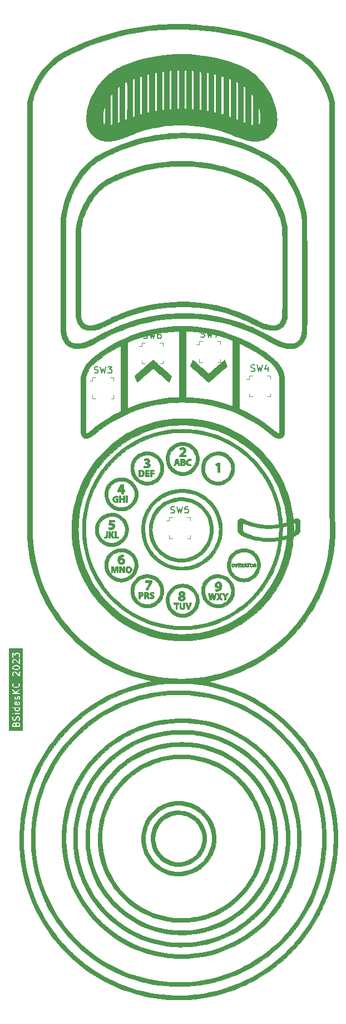
<source format=gbr>
%TF.GenerationSoftware,KiCad,Pcbnew,7.0.2*%
%TF.CreationDate,2023-07-17T20:56:39-05:00*%
%TF.ProjectId,BSidesKC23,42536964-6573-44b4-9332-332e6b696361,1.0*%
%TF.SameCoordinates,Original*%
%TF.FileFunction,Legend,Top*%
%TF.FilePolarity,Positive*%
%FSLAX46Y46*%
G04 Gerber Fmt 4.6, Leading zero omitted, Abs format (unit mm)*
G04 Created by KiCad (PCBNEW 7.0.2) date 2023-07-17 20:56:39*
%MOMM*%
%LPD*%
G01*
G04 APERTURE LIST*
%ADD10C,0.150000*%
%ADD11C,0.100000*%
%ADD12C,0.010000*%
G04 APERTURE END LIST*
D10*
G36*
X153814145Y-122022354D02*
G01*
X153844550Y-122052759D01*
X153878166Y-122119991D01*
X153878063Y-122122868D01*
X153878809Y-122124126D01*
X153878809Y-122361904D01*
X153552619Y-122361904D01*
X153552619Y-122121276D01*
X153586878Y-122052758D01*
X153617283Y-122022353D01*
X153685799Y-121988095D01*
X153745627Y-121988095D01*
X153814145Y-122022354D01*
G37*
G36*
X154337954Y-121974735D02*
G01*
X154368360Y-122005139D01*
X154402619Y-122073656D01*
X154402619Y-122361904D01*
X154028809Y-122361904D01*
X154028809Y-122115741D01*
X154066980Y-122001227D01*
X154093473Y-121974734D01*
X154161989Y-121940476D01*
X154269436Y-121940476D01*
X154337954Y-121974735D01*
G37*
G36*
X154402619Y-119692704D02*
G01*
X154402619Y-119847770D01*
X154368360Y-119916287D01*
X154337951Y-119946695D01*
X154269437Y-119980952D01*
X154019134Y-119980952D01*
X153950616Y-119946693D01*
X153920209Y-119916286D01*
X153885952Y-119847771D01*
X153885952Y-119692706D01*
X153904924Y-119654762D01*
X154383647Y-119654762D01*
X154402619Y-119692704D01*
G37*
G36*
X154052800Y-119076190D02*
G01*
X153971515Y-119076190D01*
X153914472Y-119047668D01*
X153885952Y-118990628D01*
X153885952Y-118835562D01*
X153914473Y-118778520D01*
X153971513Y-118750000D01*
X153987562Y-118750000D01*
X154052800Y-119076190D01*
G37*
G36*
X154260964Y-113317192D02*
G01*
X154337954Y-113355687D01*
X154368360Y-113386091D01*
X154402619Y-113454608D01*
X154402619Y-113514436D01*
X154368360Y-113582953D01*
X154337951Y-113613361D01*
X154260966Y-113651853D01*
X154087432Y-113695237D01*
X153867805Y-113695237D01*
X153694272Y-113651853D01*
X153617283Y-113613359D01*
X153586876Y-113582952D01*
X153552619Y-113514437D01*
X153552619Y-113454610D01*
X153586878Y-113386091D01*
X153617283Y-113355686D01*
X153694269Y-113317192D01*
X153867805Y-113273809D01*
X154087431Y-113273809D01*
X154260964Y-113317192D01*
G37*
G36*
X154967857Y-123042857D02*
G01*
X152857143Y-123042857D01*
X152857143Y-122111962D01*
X153399905Y-122111962D01*
X153402619Y-122118505D01*
X153402619Y-122431544D01*
X153400249Y-122448028D01*
X153407168Y-122463180D01*
X153411862Y-122479164D01*
X153416174Y-122482900D01*
X153418545Y-122488092D01*
X153432561Y-122497099D01*
X153445148Y-122508006D01*
X153450794Y-122508817D01*
X153455597Y-122511904D01*
X153472259Y-122511904D01*
X153488743Y-122514274D01*
X153493933Y-122511904D01*
X153948449Y-122511904D01*
X153964933Y-122514274D01*
X153970123Y-122511904D01*
X154472259Y-122511904D01*
X154488743Y-122514274D01*
X154503895Y-122507354D01*
X154519879Y-122502661D01*
X154523615Y-122498348D01*
X154528807Y-122495978D01*
X154537814Y-122481961D01*
X154548721Y-122469375D01*
X154549532Y-122463728D01*
X154552619Y-122458926D01*
X154552619Y-122442263D01*
X154554989Y-122425780D01*
X154552619Y-122420590D01*
X154552619Y-122059982D01*
X154554549Y-122042108D01*
X154547694Y-122028398D01*
X154543376Y-122013692D01*
X154538021Y-122009052D01*
X154501286Y-121935582D01*
X154498604Y-121923252D01*
X154483988Y-121908636D01*
X154469916Y-121893508D01*
X154468496Y-121893145D01*
X154442061Y-121866710D01*
X154435618Y-121855861D01*
X154417119Y-121846611D01*
X154398994Y-121836715D01*
X154397534Y-121836819D01*
X154324293Y-121800199D01*
X154309164Y-121790476D01*
X154293834Y-121790476D01*
X154278751Y-121787762D01*
X154272207Y-121790476D01*
X154148316Y-121790476D01*
X154130441Y-121788546D01*
X154116731Y-121795400D01*
X154102025Y-121799719D01*
X154097385Y-121805073D01*
X154023916Y-121841807D01*
X154011586Y-121844490D01*
X153996966Y-121859109D01*
X153981841Y-121873179D01*
X153981478Y-121874597D01*
X153951248Y-121904827D01*
X153937241Y-121916105D01*
X153932937Y-121929014D01*
X153918252Y-121914329D01*
X153911809Y-121903480D01*
X153893308Y-121894229D01*
X153875186Y-121884334D01*
X153873725Y-121884438D01*
X153800484Y-121847818D01*
X153785355Y-121838095D01*
X153770025Y-121838095D01*
X153754942Y-121835381D01*
X153748398Y-121838095D01*
X153672126Y-121838095D01*
X153654251Y-121836165D01*
X153640541Y-121843019D01*
X153625835Y-121847338D01*
X153621195Y-121852692D01*
X153547726Y-121889426D01*
X153535396Y-121892109D01*
X153520776Y-121906728D01*
X153505651Y-121920798D01*
X153505288Y-121922216D01*
X153478853Y-121948651D01*
X153468004Y-121955095D01*
X153458753Y-121973595D01*
X153448858Y-121991718D01*
X153448962Y-121993178D01*
X153412342Y-122066419D01*
X153402619Y-122081549D01*
X153402619Y-122096879D01*
X153399905Y-122111962D01*
X152857143Y-122111962D01*
X152857143Y-121307891D01*
X153400688Y-121307891D01*
X153407544Y-121321604D01*
X153411862Y-121336307D01*
X153417215Y-121340945D01*
X153453950Y-121414414D01*
X153456633Y-121426746D01*
X153471260Y-121441373D01*
X153485322Y-121456491D01*
X153486740Y-121456853D01*
X153513175Y-121483288D01*
X153519619Y-121494138D01*
X153538128Y-121503392D01*
X153556242Y-121513283D01*
X153557700Y-121513178D01*
X153630946Y-121549801D01*
X153646073Y-121559523D01*
X153661403Y-121559523D01*
X153676486Y-121562237D01*
X153683030Y-121559523D01*
X153759293Y-121559523D01*
X153777177Y-121561454D01*
X153790890Y-121554597D01*
X153805593Y-121550280D01*
X153810231Y-121544926D01*
X153883700Y-121508191D01*
X153896032Y-121505509D01*
X153910659Y-121490881D01*
X153925777Y-121476820D01*
X153926139Y-121475401D01*
X153952574Y-121448966D01*
X153963424Y-121442523D01*
X153972678Y-121424013D01*
X153982569Y-121405900D01*
X153982464Y-121404441D01*
X154014917Y-121339536D01*
X154021229Y-121333602D01*
X154024573Y-121320224D01*
X154025713Y-121317945D01*
X154027176Y-121309812D01*
X154072192Y-121129748D01*
X154110686Y-121052759D01*
X154141092Y-121022353D01*
X154209608Y-120988095D01*
X154269436Y-120988095D01*
X154337954Y-121022354D01*
X154368360Y-121052758D01*
X154402619Y-121121275D01*
X154402619Y-121329495D01*
X154355439Y-121471035D01*
X154354254Y-121503820D01*
X154376711Y-121541708D01*
X154416087Y-121561440D01*
X154459880Y-121556753D01*
X154494187Y-121529132D01*
X154545797Y-121374302D01*
X154552619Y-121363688D01*
X154552619Y-121343008D01*
X154553365Y-121322369D01*
X154552619Y-121321110D01*
X154552619Y-121107601D01*
X154554549Y-121089727D01*
X154547694Y-121076017D01*
X154543376Y-121061311D01*
X154538021Y-121056671D01*
X154501286Y-120983201D01*
X154498604Y-120970871D01*
X154483988Y-120956255D01*
X154469916Y-120941127D01*
X154468496Y-120940764D01*
X154442061Y-120914329D01*
X154435618Y-120903480D01*
X154417119Y-120894230D01*
X154398994Y-120884334D01*
X154397534Y-120884438D01*
X154324293Y-120847818D01*
X154309164Y-120838095D01*
X154293834Y-120838095D01*
X154278751Y-120835381D01*
X154272207Y-120838095D01*
X154195935Y-120838095D01*
X154178060Y-120836165D01*
X154164350Y-120843019D01*
X154149644Y-120847338D01*
X154145004Y-120852692D01*
X154071535Y-120889426D01*
X154059205Y-120892109D01*
X154044585Y-120906728D01*
X154029460Y-120920798D01*
X154029097Y-120922216D01*
X154002662Y-120948651D01*
X153991813Y-120955095D01*
X153982562Y-120973595D01*
X153972667Y-120991718D01*
X153972771Y-120993178D01*
X153940319Y-121058082D01*
X153934008Y-121064017D01*
X153930663Y-121077394D01*
X153929524Y-121079674D01*
X153928060Y-121087806D01*
X153883044Y-121267869D01*
X153844550Y-121344858D01*
X153814143Y-121375265D01*
X153745628Y-121409523D01*
X153685801Y-121409523D01*
X153617283Y-121375264D01*
X153586876Y-121344857D01*
X153552619Y-121276342D01*
X153552619Y-121068122D01*
X153599799Y-120926584D01*
X153600984Y-120893798D01*
X153578527Y-120855910D01*
X153539151Y-120836178D01*
X153495357Y-120840866D01*
X153461051Y-120868486D01*
X153409441Y-121023314D01*
X153402619Y-121033930D01*
X153402619Y-121054609D01*
X153401873Y-121075249D01*
X153402619Y-121076507D01*
X153402619Y-121290006D01*
X153400688Y-121307891D01*
X152857143Y-121307891D01*
X152857143Y-120478947D01*
X153399652Y-120478947D01*
X153401457Y-120487244D01*
X153400249Y-120495647D01*
X153403776Y-120503370D01*
X153404382Y-120511839D01*
X153407800Y-120516405D01*
X153409014Y-120521984D01*
X153415018Y-120527988D01*
X153418545Y-120535711D01*
X153425688Y-120540301D01*
X153430776Y-120547098D01*
X153436121Y-120549091D01*
X153468415Y-120581385D01*
X153478395Y-120594717D01*
X153494004Y-120600539D01*
X153508623Y-120608521D01*
X153514313Y-120608114D01*
X153519662Y-120610109D01*
X153535945Y-120606566D01*
X153552554Y-120605379D01*
X153557120Y-120601960D01*
X153562699Y-120600747D01*
X153574482Y-120588963D01*
X153587812Y-120578985D01*
X153589805Y-120573640D01*
X153612354Y-120551091D01*
X153615117Y-120550280D01*
X153624259Y-120539729D01*
X153635431Y-120531366D01*
X153638397Y-120523411D01*
X153643959Y-120516994D01*
X153645167Y-120508589D01*
X153649236Y-120501138D01*
X153648842Y-120495647D01*
X153733582Y-120495647D01*
X153751878Y-120535711D01*
X153788930Y-120559523D01*
X154488401Y-120559523D01*
X154519879Y-120550280D01*
X154548721Y-120516994D01*
X154554989Y-120473399D01*
X154536693Y-120433335D01*
X154499641Y-120409523D01*
X153800170Y-120409523D01*
X153768692Y-120418766D01*
X153739850Y-120452052D01*
X153733582Y-120495647D01*
X153648842Y-120495647D01*
X153648828Y-120495447D01*
X153650824Y-120490099D01*
X153649018Y-120481801D01*
X153650227Y-120473399D01*
X153646699Y-120465674D01*
X153646094Y-120457207D01*
X153642675Y-120452640D01*
X153641462Y-120447062D01*
X153635457Y-120441057D01*
X153631931Y-120433335D01*
X153624786Y-120428743D01*
X153619700Y-120421949D01*
X153614355Y-120419955D01*
X153582059Y-120387659D01*
X153572081Y-120374330D01*
X153556477Y-120368509D01*
X153541853Y-120360524D01*
X153536160Y-120360931D01*
X153530814Y-120358937D01*
X153514533Y-120362478D01*
X153497922Y-120363667D01*
X153493355Y-120367085D01*
X153487777Y-120368299D01*
X153475994Y-120380081D01*
X153462663Y-120390061D01*
X153460669Y-120395406D01*
X153438121Y-120417954D01*
X153435359Y-120418766D01*
X153426218Y-120429315D01*
X153415044Y-120437680D01*
X153412076Y-120445635D01*
X153406517Y-120452052D01*
X153405308Y-120460454D01*
X153401239Y-120467908D01*
X153401646Y-120473600D01*
X153399652Y-120478947D01*
X152857143Y-120478947D01*
X152857143Y-119590886D01*
X153400249Y-119590886D01*
X153418545Y-119630950D01*
X153455597Y-119654762D01*
X153735952Y-119654762D01*
X153735952Y-119668308D01*
X153733238Y-119683391D01*
X153735952Y-119689934D01*
X153735952Y-119861435D01*
X153734021Y-119879320D01*
X153740877Y-119893033D01*
X153745195Y-119907736D01*
X153750548Y-119912374D01*
X153787283Y-119985843D01*
X153789966Y-119998175D01*
X153804593Y-120012802D01*
X153818655Y-120027920D01*
X153820073Y-120028282D01*
X153846508Y-120054717D01*
X153852952Y-120065567D01*
X153871461Y-120074821D01*
X153889575Y-120084712D01*
X153891033Y-120084607D01*
X153964279Y-120121230D01*
X153979406Y-120130952D01*
X153994736Y-120130952D01*
X154009819Y-120133666D01*
X154016363Y-120130952D01*
X154283102Y-120130952D01*
X154300986Y-120132883D01*
X154314699Y-120126026D01*
X154329402Y-120121709D01*
X154334040Y-120116355D01*
X154407509Y-120079620D01*
X154419840Y-120076938D01*
X154434460Y-120062318D01*
X154449586Y-120048249D01*
X154449948Y-120046830D01*
X154476383Y-120020396D01*
X154487234Y-120013952D01*
X154496489Y-119995440D01*
X154506379Y-119977330D01*
X154506274Y-119975870D01*
X154542897Y-119902624D01*
X154552619Y-119887498D01*
X154552619Y-119872168D01*
X154555333Y-119857085D01*
X154552619Y-119850541D01*
X154552619Y-119679030D01*
X154554549Y-119661156D01*
X154547694Y-119647446D01*
X154543376Y-119632740D01*
X154538021Y-119628100D01*
X154536905Y-119625868D01*
X154548721Y-119612233D01*
X154554989Y-119568638D01*
X154536693Y-119528574D01*
X154499641Y-119504762D01*
X154439435Y-119504762D01*
X154427245Y-119501645D01*
X154417866Y-119504762D01*
X153859868Y-119504762D01*
X153839206Y-119504033D01*
X153837979Y-119504762D01*
X153466837Y-119504762D01*
X153435359Y-119514005D01*
X153406517Y-119547291D01*
X153400249Y-119590886D01*
X152857143Y-119590886D01*
X152857143Y-118826248D01*
X153733238Y-118826248D01*
X153735952Y-118832791D01*
X153735952Y-119004292D01*
X153734021Y-119022177D01*
X153740877Y-119035890D01*
X153745195Y-119050593D01*
X153750548Y-119055231D01*
X153782944Y-119120022D01*
X153782842Y-119122936D01*
X153792703Y-119139540D01*
X153796311Y-119146755D01*
X153798185Y-119148769D01*
X153805333Y-119160805D01*
X153812897Y-119164587D01*
X153818655Y-119170777D01*
X153832208Y-119174242D01*
X153916660Y-119216468D01*
X153931787Y-119226190D01*
X153947117Y-119226190D01*
X153962200Y-119228904D01*
X153968744Y-119226190D01*
X154124472Y-119226190D01*
X154126389Y-119227279D01*
X154146319Y-119226190D01*
X154330720Y-119226190D01*
X154348605Y-119228121D01*
X154362318Y-119221264D01*
X154377021Y-119216947D01*
X154381659Y-119211593D01*
X154446451Y-119179197D01*
X154449365Y-119179300D01*
X154465969Y-119169438D01*
X154473184Y-119165831D01*
X154475198Y-119163956D01*
X154487234Y-119156809D01*
X154491016Y-119149244D01*
X154497206Y-119143487D01*
X154500671Y-119129933D01*
X154542897Y-119045481D01*
X154552619Y-119030355D01*
X154552619Y-119015025D01*
X154555333Y-118999942D01*
X154552619Y-118993398D01*
X154552619Y-118821887D01*
X154554549Y-118804013D01*
X154547694Y-118790303D01*
X154543376Y-118775597D01*
X154538021Y-118770957D01*
X154492260Y-118679434D01*
X154469916Y-118655413D01*
X154427245Y-118644502D01*
X154385449Y-118658392D01*
X154357797Y-118692674D01*
X154353069Y-118736463D01*
X154402619Y-118835561D01*
X154402619Y-118990627D01*
X154374098Y-119047668D01*
X154317057Y-119076190D01*
X154205770Y-119076190D01*
X154125116Y-118672921D01*
X154126417Y-118663876D01*
X154120884Y-118651760D01*
X154120476Y-118649719D01*
X154116420Y-118641985D01*
X154108121Y-118623812D01*
X154106263Y-118622618D01*
X154105239Y-118620665D01*
X154087885Y-118610807D01*
X154071069Y-118600000D01*
X154068860Y-118600000D01*
X154066943Y-118598911D01*
X154047013Y-118600000D01*
X153957840Y-118600000D01*
X153939965Y-118598070D01*
X153926255Y-118604924D01*
X153911549Y-118609243D01*
X153906909Y-118614597D01*
X153842118Y-118646992D01*
X153839206Y-118646890D01*
X153822605Y-118656749D01*
X153815386Y-118660359D01*
X153813369Y-118662234D01*
X153801337Y-118669381D01*
X153797554Y-118676945D01*
X153791365Y-118682703D01*
X153787899Y-118696256D01*
X153745675Y-118780705D01*
X153735952Y-118795835D01*
X153735952Y-118811165D01*
X153733238Y-118826248D01*
X152857143Y-118826248D01*
X152857143Y-118016724D01*
X153733238Y-118016724D01*
X153735952Y-118023267D01*
X153735952Y-118147149D01*
X153734021Y-118165034D01*
X153740877Y-118178747D01*
X153745195Y-118193450D01*
X153750548Y-118198088D01*
X153782944Y-118262879D01*
X153782842Y-118265793D01*
X153792703Y-118282397D01*
X153796311Y-118289612D01*
X153798185Y-118291626D01*
X153805333Y-118303662D01*
X153812897Y-118307444D01*
X153818655Y-118313634D01*
X153832208Y-118317099D01*
X153916660Y-118359325D01*
X153931787Y-118369047D01*
X153947117Y-118369047D01*
X153962200Y-118371761D01*
X153968744Y-118369047D01*
X153997388Y-118369047D01*
X154015272Y-118370978D01*
X154028985Y-118364121D01*
X154043688Y-118359804D01*
X154048326Y-118354450D01*
X154113117Y-118322054D01*
X154116031Y-118322157D01*
X154132635Y-118312295D01*
X154139850Y-118308688D01*
X154141864Y-118306813D01*
X154153900Y-118299666D01*
X154157682Y-118292101D01*
X154163872Y-118286344D01*
X154167337Y-118272790D01*
X154209563Y-118188338D01*
X154219285Y-118173212D01*
X154219285Y-118157882D01*
X154221999Y-118142799D01*
X154219285Y-118136255D01*
X154219285Y-118026039D01*
X154247806Y-117968996D01*
X154304846Y-117940476D01*
X154317056Y-117940476D01*
X154374098Y-117968996D01*
X154402619Y-118026037D01*
X154402619Y-118181103D01*
X154358096Y-118270150D01*
X154352286Y-118302438D01*
X154369159Y-118343121D01*
X154405349Y-118368224D01*
X154449365Y-118369776D01*
X154487234Y-118347285D01*
X154542897Y-118235957D01*
X154552619Y-118220831D01*
X154552619Y-118205501D01*
X154555333Y-118190418D01*
X154552619Y-118183874D01*
X154552619Y-118012363D01*
X154554549Y-117994489D01*
X154547694Y-117980779D01*
X154543376Y-117966073D01*
X154538021Y-117961433D01*
X154505626Y-117896642D01*
X154505729Y-117893729D01*
X154495868Y-117877126D01*
X154492260Y-117869910D01*
X154490384Y-117867894D01*
X154483238Y-117855861D01*
X154475673Y-117852078D01*
X154469916Y-117845889D01*
X154456362Y-117842423D01*
X154371912Y-117800198D01*
X154356783Y-117790476D01*
X154341453Y-117790476D01*
X154326370Y-117787762D01*
X154319826Y-117790476D01*
X154291173Y-117790476D01*
X154273298Y-117788546D01*
X154259588Y-117795400D01*
X154244882Y-117799719D01*
X154240242Y-117805073D01*
X154175451Y-117837468D01*
X154172539Y-117837366D01*
X154155938Y-117847225D01*
X154148719Y-117850835D01*
X154146702Y-117852710D01*
X154134670Y-117859857D01*
X154130887Y-117867421D01*
X154124698Y-117873179D01*
X154121232Y-117886732D01*
X154079008Y-117971181D01*
X154069285Y-117986311D01*
X154069285Y-118001641D01*
X154066571Y-118016724D01*
X154069285Y-118023267D01*
X154069285Y-118133484D01*
X154040763Y-118190526D01*
X153983723Y-118219047D01*
X153971515Y-118219047D01*
X153914472Y-118190525D01*
X153885952Y-118133485D01*
X153885952Y-118026039D01*
X153930475Y-117936993D01*
X153936285Y-117904704D01*
X153919412Y-117864021D01*
X153883222Y-117838919D01*
X153839206Y-117837366D01*
X153801337Y-117859857D01*
X153745675Y-117971181D01*
X153735952Y-117986311D01*
X153735952Y-118001641D01*
X153733238Y-118016724D01*
X152857143Y-118016724D01*
X152857143Y-116859900D01*
X153399652Y-116859900D01*
X153409014Y-116902937D01*
X153845557Y-117339480D01*
X153850968Y-117349368D01*
X153860805Y-117354728D01*
X153867981Y-117361904D01*
X153466837Y-117361904D01*
X153435359Y-117371147D01*
X153406517Y-117404433D01*
X153400249Y-117448028D01*
X153418545Y-117488092D01*
X153455597Y-117511904D01*
X154029906Y-117511904D01*
X154032432Y-117513283D01*
X154051713Y-117511904D01*
X154488401Y-117511904D01*
X154519879Y-117502661D01*
X154548721Y-117469375D01*
X154554989Y-117425780D01*
X154536693Y-117385716D01*
X154499641Y-117361904D01*
X154080113Y-117361904D01*
X154020370Y-117302161D01*
X154531245Y-116919007D01*
X154550881Y-116892726D01*
X154553983Y-116848792D01*
X154532841Y-116810155D01*
X154494166Y-116789081D01*
X154450237Y-116792263D01*
X153913227Y-117195018D01*
X153523028Y-116804819D01*
X153494234Y-116789096D01*
X153450303Y-116792239D01*
X153415044Y-116818633D01*
X153399652Y-116859900D01*
X152857143Y-116859900D01*
X152857143Y-116154015D01*
X153399504Y-116154015D01*
X153406041Y-116173627D01*
X153411862Y-116193450D01*
X153412968Y-116194408D01*
X153452810Y-116313934D01*
X153456633Y-116331508D01*
X153467473Y-116342348D01*
X153476219Y-116354932D01*
X153482764Y-116357639D01*
X153560794Y-116435669D01*
X153567238Y-116446519D01*
X153585739Y-116455769D01*
X153603861Y-116465665D01*
X153605321Y-116465560D01*
X153670224Y-116498012D01*
X153676159Y-116504324D01*
X153689536Y-116507668D01*
X153691816Y-116508808D01*
X153699948Y-116510271D01*
X153876026Y-116554290D01*
X153884168Y-116559523D01*
X153896956Y-116559523D01*
X153898460Y-116559899D01*
X153907706Y-116559523D01*
X154036704Y-116559523D01*
X154045873Y-116562625D01*
X154058281Y-116559523D01*
X154059829Y-116559523D01*
X154068698Y-116556918D01*
X154244753Y-116512904D01*
X154253367Y-116513835D01*
X154265700Y-116507668D01*
X154268173Y-116507050D01*
X154275300Y-116502867D01*
X154359890Y-116460572D01*
X154372222Y-116457890D01*
X154386851Y-116443260D01*
X154401967Y-116429201D01*
X154402329Y-116427782D01*
X154480178Y-116349934D01*
X154494187Y-116338656D01*
X154499034Y-116324114D01*
X154506380Y-116310662D01*
X154505874Y-116303593D01*
X154545797Y-116183826D01*
X154552619Y-116173212D01*
X154552619Y-116152532D01*
X154553365Y-116131893D01*
X154552619Y-116130634D01*
X154552619Y-116065353D01*
X154555734Y-116053126D01*
X154549194Y-116033506D01*
X154543376Y-116013692D01*
X154542269Y-116012733D01*
X154502426Y-115893201D01*
X154498604Y-115875633D01*
X154487766Y-115864795D01*
X154479019Y-115852209D01*
X154472470Y-115849500D01*
X154427788Y-115804818D01*
X154398994Y-115789096D01*
X154355063Y-115792239D01*
X154319805Y-115818634D01*
X154304413Y-115859901D01*
X154313775Y-115902938D01*
X154364447Y-115953608D01*
X154402619Y-116068122D01*
X154402619Y-116139019D01*
X154364447Y-116253534D01*
X154290333Y-116327646D01*
X154213347Y-116366139D01*
X154039813Y-116409523D01*
X153915424Y-116409523D01*
X153741891Y-116366139D01*
X153664902Y-116327645D01*
X153590790Y-116253533D01*
X153552619Y-116139018D01*
X153552619Y-116068122D01*
X153590790Y-115953608D01*
X153633514Y-115910885D01*
X153649236Y-115882091D01*
X153646094Y-115838160D01*
X153619700Y-115802902D01*
X153578433Y-115787509D01*
X153535396Y-115796871D01*
X153475058Y-115857208D01*
X153461051Y-115868486D01*
X153456203Y-115883027D01*
X153448858Y-115896480D01*
X153449363Y-115903547D01*
X153409441Y-116023314D01*
X153402619Y-116033930D01*
X153402619Y-116054609D01*
X153401873Y-116075249D01*
X153402619Y-116076507D01*
X153402619Y-116141787D01*
X153399504Y-116154015D01*
X152857143Y-116154015D01*
X152857143Y-114350057D01*
X153399905Y-114350057D01*
X153402619Y-114356600D01*
X153402619Y-114575720D01*
X153400688Y-114593605D01*
X153407544Y-114607318D01*
X153411862Y-114622021D01*
X153417215Y-114626659D01*
X153453950Y-114700128D01*
X153456633Y-114712460D01*
X153471260Y-114727087D01*
X153485322Y-114742205D01*
X153486740Y-114742567D01*
X153527448Y-114783275D01*
X153556242Y-114798997D01*
X153600173Y-114795855D01*
X153635431Y-114769461D01*
X153650824Y-114728194D01*
X153641462Y-114685157D01*
X153586876Y-114630571D01*
X153552619Y-114562056D01*
X153552619Y-114359371D01*
X153586877Y-114290854D01*
X153617283Y-114260448D01*
X153685799Y-114226190D01*
X153751163Y-114226190D01*
X153865676Y-114264361D01*
X154411050Y-114809735D01*
X154411862Y-114812497D01*
X154426475Y-114825159D01*
X154432210Y-114830894D01*
X154434599Y-114832198D01*
X154445148Y-114841339D01*
X154453550Y-114842547D01*
X154461004Y-114846617D01*
X154474928Y-114845620D01*
X154488743Y-114847607D01*
X154496466Y-114844079D01*
X154504935Y-114843474D01*
X154516107Y-114835110D01*
X154528807Y-114829311D01*
X154533397Y-114822167D01*
X154540194Y-114817080D01*
X154545071Y-114804003D01*
X154552619Y-114792259D01*
X154552619Y-114783767D01*
X154555586Y-114775813D01*
X154552619Y-114762173D01*
X154552619Y-114140408D01*
X154543376Y-114108930D01*
X154510090Y-114080088D01*
X154466495Y-114073820D01*
X154426431Y-114092116D01*
X154402619Y-114129168D01*
X154402619Y-114589171D01*
X153962076Y-114148629D01*
X153950799Y-114134622D01*
X153936257Y-114129774D01*
X153922805Y-114122429D01*
X153915737Y-114122934D01*
X153795970Y-114083012D01*
X153785355Y-114076190D01*
X153764675Y-114076190D01*
X153744036Y-114075444D01*
X153742777Y-114076190D01*
X153672126Y-114076190D01*
X153654251Y-114074260D01*
X153640541Y-114081114D01*
X153625835Y-114085433D01*
X153621195Y-114090787D01*
X153547726Y-114127521D01*
X153535396Y-114130204D01*
X153520776Y-114144823D01*
X153505651Y-114158893D01*
X153505288Y-114160311D01*
X153478853Y-114186746D01*
X153468004Y-114193190D01*
X153458753Y-114211690D01*
X153448858Y-114229813D01*
X153448962Y-114231273D01*
X153412342Y-114304514D01*
X153402619Y-114319644D01*
X153402619Y-114334974D01*
X153399905Y-114350057D01*
X152857143Y-114350057D01*
X152857143Y-113445295D01*
X153399905Y-113445295D01*
X153402619Y-113451838D01*
X153402619Y-113528101D01*
X153400688Y-113545986D01*
X153407544Y-113559699D01*
X153411862Y-113574402D01*
X153417215Y-113579040D01*
X153453950Y-113652509D01*
X153456633Y-113664841D01*
X153471260Y-113679468D01*
X153485322Y-113694586D01*
X153486740Y-113694948D01*
X153513175Y-113721383D01*
X153519619Y-113732233D01*
X153538128Y-113741487D01*
X153556242Y-113751378D01*
X153557700Y-113751273D01*
X153622605Y-113783726D01*
X153628540Y-113790038D01*
X153641917Y-113793382D01*
X153644197Y-113794522D01*
X153652329Y-113795985D01*
X153828407Y-113840004D01*
X153836549Y-113845237D01*
X153849337Y-113845237D01*
X153850841Y-113845613D01*
X153860087Y-113845237D01*
X154084323Y-113845237D01*
X154093492Y-113848339D01*
X154105900Y-113845237D01*
X154107448Y-113845237D01*
X154116317Y-113842632D01*
X154292372Y-113798618D01*
X154300986Y-113799549D01*
X154313319Y-113793382D01*
X154315792Y-113792764D01*
X154322919Y-113788581D01*
X154407509Y-113746286D01*
X154419840Y-113743604D01*
X154434460Y-113728984D01*
X154449586Y-113714915D01*
X154449948Y-113713496D01*
X154476383Y-113687062D01*
X154487234Y-113680618D01*
X154496489Y-113662106D01*
X154506379Y-113643996D01*
X154506274Y-113642536D01*
X154542897Y-113569290D01*
X154552619Y-113554164D01*
X154552619Y-113538834D01*
X154555333Y-113523751D01*
X154552619Y-113517207D01*
X154552619Y-113440934D01*
X154554549Y-113423060D01*
X154547694Y-113409350D01*
X154543376Y-113394644D01*
X154538021Y-113390004D01*
X154501286Y-113316534D01*
X154498604Y-113304204D01*
X154483988Y-113289588D01*
X154469916Y-113274460D01*
X154468496Y-113274097D01*
X154442061Y-113247662D01*
X154435618Y-113236813D01*
X154417119Y-113227563D01*
X154398994Y-113217667D01*
X154397534Y-113217771D01*
X154332630Y-113185319D01*
X154326696Y-113179008D01*
X154313318Y-113175663D01*
X154311039Y-113174524D01*
X154302906Y-113173060D01*
X154126829Y-113129041D01*
X154118688Y-113123809D01*
X154105900Y-113123809D01*
X154104396Y-113123433D01*
X154095150Y-113123809D01*
X153870914Y-113123809D01*
X153861745Y-113120707D01*
X153849337Y-113123809D01*
X153847789Y-113123809D01*
X153838919Y-113126413D01*
X153662862Y-113170427D01*
X153654251Y-113169498D01*
X153641920Y-113175663D01*
X153639445Y-113176282D01*
X153632306Y-113180469D01*
X153547726Y-113222759D01*
X153535396Y-113225442D01*
X153520776Y-113240061D01*
X153505651Y-113254131D01*
X153505288Y-113255549D01*
X153478853Y-113281984D01*
X153468004Y-113288428D01*
X153458753Y-113306928D01*
X153448858Y-113325051D01*
X153448962Y-113326511D01*
X153412342Y-113399752D01*
X153402619Y-113414882D01*
X153402619Y-113430212D01*
X153399905Y-113445295D01*
X152857143Y-113445295D01*
X152857143Y-112445295D01*
X153399905Y-112445295D01*
X153402619Y-112451838D01*
X153402619Y-112670958D01*
X153400688Y-112688843D01*
X153407544Y-112702556D01*
X153411862Y-112717259D01*
X153417215Y-112721897D01*
X153453950Y-112795366D01*
X153456633Y-112807698D01*
X153471260Y-112822325D01*
X153485322Y-112837443D01*
X153486740Y-112837805D01*
X153527448Y-112878513D01*
X153556242Y-112894235D01*
X153600173Y-112891093D01*
X153635431Y-112864699D01*
X153650824Y-112823432D01*
X153641462Y-112780395D01*
X153586876Y-112725809D01*
X153552619Y-112657294D01*
X153552619Y-112454609D01*
X153586878Y-112386091D01*
X153617283Y-112355686D01*
X153685799Y-112321428D01*
X153751163Y-112321428D01*
X153865676Y-112359599D01*
X154411050Y-112904973D01*
X154411862Y-112907735D01*
X154426475Y-112920397D01*
X154432210Y-112926132D01*
X154434599Y-112927436D01*
X154445148Y-112936577D01*
X154453550Y-112937785D01*
X154461004Y-112941855D01*
X154474928Y-112940858D01*
X154488743Y-112942845D01*
X154496466Y-112939317D01*
X154504935Y-112938712D01*
X154516107Y-112930348D01*
X154528807Y-112924549D01*
X154533397Y-112917405D01*
X154540194Y-112912318D01*
X154545071Y-112899241D01*
X154552619Y-112887497D01*
X154552619Y-112879005D01*
X154555586Y-112871051D01*
X154552619Y-112857411D01*
X154552619Y-112235646D01*
X154543376Y-112204168D01*
X154510090Y-112175326D01*
X154466495Y-112169058D01*
X154426431Y-112187354D01*
X154402619Y-112224406D01*
X154402619Y-112684409D01*
X153962076Y-112243867D01*
X153950799Y-112229860D01*
X153936257Y-112225012D01*
X153922805Y-112217667D01*
X153915737Y-112218172D01*
X153795970Y-112178250D01*
X153785355Y-112171428D01*
X153764675Y-112171428D01*
X153744036Y-112170682D01*
X153742777Y-112171428D01*
X153672126Y-112171428D01*
X153654251Y-112169498D01*
X153640541Y-112176352D01*
X153625835Y-112180671D01*
X153621195Y-112186025D01*
X153547726Y-112222759D01*
X153535396Y-112225442D01*
X153520776Y-112240061D01*
X153505651Y-112254131D01*
X153505288Y-112255549D01*
X153478853Y-112281984D01*
X153468004Y-112288428D01*
X153458753Y-112306928D01*
X153448858Y-112325051D01*
X153448962Y-112326511D01*
X153412342Y-112399752D01*
X153402619Y-112414882D01*
X153402619Y-112430212D01*
X153399905Y-112445295D01*
X152857143Y-112445295D01*
X152857143Y-111293669D01*
X153399454Y-111293669D01*
X153402619Y-111304644D01*
X153402619Y-111923876D01*
X153411862Y-111955354D01*
X153445148Y-111984196D01*
X153488743Y-111990464D01*
X153528807Y-111972168D01*
X153552619Y-111935116D01*
X153552619Y-111459329D01*
X153792758Y-111669451D01*
X153792814Y-111669640D01*
X153809322Y-111683944D01*
X153817298Y-111690923D01*
X153817465Y-111691000D01*
X153826100Y-111698482D01*
X153837040Y-111700055D01*
X153847074Y-111704696D01*
X153858389Y-111703124D01*
X153869695Y-111704750D01*
X153879749Y-111700158D01*
X153890698Y-111698638D01*
X153899366Y-111691200D01*
X153909759Y-111686454D01*
X153915736Y-111677153D01*
X153924123Y-111669957D01*
X153927393Y-111659013D01*
X153933571Y-111649402D01*
X153933571Y-111638347D01*
X153936736Y-111627758D01*
X153933571Y-111616782D01*
X153933571Y-111502228D01*
X153967830Y-111433711D01*
X153998235Y-111403305D01*
X154066751Y-111369047D01*
X154269436Y-111369047D01*
X154337954Y-111403306D01*
X154368360Y-111433710D01*
X154402619Y-111502227D01*
X154402619Y-111752531D01*
X154368360Y-111821048D01*
X154321723Y-111867684D01*
X154306001Y-111896478D01*
X154309143Y-111940409D01*
X154335536Y-111975668D01*
X154376803Y-111991061D01*
X154419840Y-111981699D01*
X154476383Y-111925157D01*
X154487234Y-111918713D01*
X154496489Y-111900201D01*
X154506379Y-111882091D01*
X154506274Y-111880631D01*
X154542897Y-111807385D01*
X154552619Y-111792259D01*
X154552619Y-111776929D01*
X154555333Y-111761846D01*
X154552619Y-111755302D01*
X154552619Y-111488553D01*
X154554549Y-111470679D01*
X154547694Y-111456969D01*
X154543376Y-111442263D01*
X154538021Y-111437623D01*
X154501286Y-111364153D01*
X154498604Y-111351823D01*
X154483988Y-111337207D01*
X154469916Y-111322079D01*
X154468496Y-111321716D01*
X154442061Y-111295281D01*
X154435618Y-111284432D01*
X154417119Y-111275182D01*
X154398994Y-111265286D01*
X154397534Y-111265390D01*
X154324293Y-111228770D01*
X154309164Y-111219047D01*
X154293834Y-111219047D01*
X154278751Y-111216333D01*
X154272207Y-111219047D01*
X154053078Y-111219047D01*
X154035203Y-111217117D01*
X154021493Y-111223971D01*
X154006787Y-111228290D01*
X154002147Y-111233644D01*
X153928678Y-111270378D01*
X153916348Y-111273061D01*
X153901728Y-111287680D01*
X153886603Y-111301750D01*
X153886240Y-111303168D01*
X153859805Y-111329603D01*
X153848956Y-111336047D01*
X153839705Y-111354547D01*
X153829810Y-111372670D01*
X153829914Y-111374130D01*
X153793294Y-111447371D01*
X153783737Y-111462242D01*
X153543431Y-111251974D01*
X153543376Y-111251787D01*
X153526968Y-111237569D01*
X153518893Y-111230504D01*
X153518722Y-111230425D01*
X153510090Y-111222945D01*
X153499149Y-111221372D01*
X153489116Y-111216731D01*
X153477800Y-111218302D01*
X153466495Y-111216677D01*
X153456440Y-111221268D01*
X153445492Y-111222789D01*
X153436823Y-111230226D01*
X153426431Y-111234973D01*
X153420453Y-111244273D01*
X153412067Y-111251470D01*
X153408796Y-111262413D01*
X153402619Y-111272025D01*
X153402619Y-111283079D01*
X153399454Y-111293669D01*
X152857143Y-111293669D01*
X152857143Y-110560714D01*
X154967857Y-110560714D01*
X154967857Y-123042857D01*
G37*
%TO.C,SW5*%
X177541667Y-89965000D02*
X177684524Y-90012619D01*
X177684524Y-90012619D02*
X177922619Y-90012619D01*
X177922619Y-90012619D02*
X178017857Y-89965000D01*
X178017857Y-89965000D02*
X178065476Y-89917380D01*
X178065476Y-89917380D02*
X178113095Y-89822142D01*
X178113095Y-89822142D02*
X178113095Y-89726904D01*
X178113095Y-89726904D02*
X178065476Y-89631666D01*
X178065476Y-89631666D02*
X178017857Y-89584047D01*
X178017857Y-89584047D02*
X177922619Y-89536428D01*
X177922619Y-89536428D02*
X177732143Y-89488809D01*
X177732143Y-89488809D02*
X177636905Y-89441190D01*
X177636905Y-89441190D02*
X177589286Y-89393571D01*
X177589286Y-89393571D02*
X177541667Y-89298333D01*
X177541667Y-89298333D02*
X177541667Y-89203095D01*
X177541667Y-89203095D02*
X177589286Y-89107857D01*
X177589286Y-89107857D02*
X177636905Y-89060238D01*
X177636905Y-89060238D02*
X177732143Y-89012619D01*
X177732143Y-89012619D02*
X177970238Y-89012619D01*
X177970238Y-89012619D02*
X178113095Y-89060238D01*
X178446429Y-89012619D02*
X178684524Y-90012619D01*
X178684524Y-90012619D02*
X178875000Y-89298333D01*
X178875000Y-89298333D02*
X179065476Y-90012619D01*
X179065476Y-90012619D02*
X179303572Y-89012619D01*
X180160714Y-89012619D02*
X179684524Y-89012619D01*
X179684524Y-89012619D02*
X179636905Y-89488809D01*
X179636905Y-89488809D02*
X179684524Y-89441190D01*
X179684524Y-89441190D02*
X179779762Y-89393571D01*
X179779762Y-89393571D02*
X180017857Y-89393571D01*
X180017857Y-89393571D02*
X180113095Y-89441190D01*
X180113095Y-89441190D02*
X180160714Y-89488809D01*
X180160714Y-89488809D02*
X180208333Y-89584047D01*
X180208333Y-89584047D02*
X180208333Y-89822142D01*
X180208333Y-89822142D02*
X180160714Y-89917380D01*
X180160714Y-89917380D02*
X180113095Y-89965000D01*
X180113095Y-89965000D02*
X180017857Y-90012619D01*
X180017857Y-90012619D02*
X179779762Y-90012619D01*
X179779762Y-90012619D02*
X179684524Y-89965000D01*
X179684524Y-89965000D02*
X179636905Y-89917380D01*
%TO.C,SW6*%
X173391667Y-63440000D02*
X173534524Y-63487619D01*
X173534524Y-63487619D02*
X173772619Y-63487619D01*
X173772619Y-63487619D02*
X173867857Y-63440000D01*
X173867857Y-63440000D02*
X173915476Y-63392380D01*
X173915476Y-63392380D02*
X173963095Y-63297142D01*
X173963095Y-63297142D02*
X173963095Y-63201904D01*
X173963095Y-63201904D02*
X173915476Y-63106666D01*
X173915476Y-63106666D02*
X173867857Y-63059047D01*
X173867857Y-63059047D02*
X173772619Y-63011428D01*
X173772619Y-63011428D02*
X173582143Y-62963809D01*
X173582143Y-62963809D02*
X173486905Y-62916190D01*
X173486905Y-62916190D02*
X173439286Y-62868571D01*
X173439286Y-62868571D02*
X173391667Y-62773333D01*
X173391667Y-62773333D02*
X173391667Y-62678095D01*
X173391667Y-62678095D02*
X173439286Y-62582857D01*
X173439286Y-62582857D02*
X173486905Y-62535238D01*
X173486905Y-62535238D02*
X173582143Y-62487619D01*
X173582143Y-62487619D02*
X173820238Y-62487619D01*
X173820238Y-62487619D02*
X173963095Y-62535238D01*
X174296429Y-62487619D02*
X174534524Y-63487619D01*
X174534524Y-63487619D02*
X174725000Y-62773333D01*
X174725000Y-62773333D02*
X174915476Y-63487619D01*
X174915476Y-63487619D02*
X175153572Y-62487619D01*
X175963095Y-62487619D02*
X175772619Y-62487619D01*
X175772619Y-62487619D02*
X175677381Y-62535238D01*
X175677381Y-62535238D02*
X175629762Y-62582857D01*
X175629762Y-62582857D02*
X175534524Y-62725714D01*
X175534524Y-62725714D02*
X175486905Y-62916190D01*
X175486905Y-62916190D02*
X175486905Y-63297142D01*
X175486905Y-63297142D02*
X175534524Y-63392380D01*
X175534524Y-63392380D02*
X175582143Y-63440000D01*
X175582143Y-63440000D02*
X175677381Y-63487619D01*
X175677381Y-63487619D02*
X175867857Y-63487619D01*
X175867857Y-63487619D02*
X175963095Y-63440000D01*
X175963095Y-63440000D02*
X176010714Y-63392380D01*
X176010714Y-63392380D02*
X176058333Y-63297142D01*
X176058333Y-63297142D02*
X176058333Y-63059047D01*
X176058333Y-63059047D02*
X176010714Y-62963809D01*
X176010714Y-62963809D02*
X175963095Y-62916190D01*
X175963095Y-62916190D02*
X175867857Y-62868571D01*
X175867857Y-62868571D02*
X175677381Y-62868571D01*
X175677381Y-62868571D02*
X175582143Y-62916190D01*
X175582143Y-62916190D02*
X175534524Y-62963809D01*
X175534524Y-62963809D02*
X175486905Y-63059047D01*
%TO.C,SW4*%
X189741667Y-68440000D02*
X189884524Y-68487619D01*
X189884524Y-68487619D02*
X190122619Y-68487619D01*
X190122619Y-68487619D02*
X190217857Y-68440000D01*
X190217857Y-68440000D02*
X190265476Y-68392380D01*
X190265476Y-68392380D02*
X190313095Y-68297142D01*
X190313095Y-68297142D02*
X190313095Y-68201904D01*
X190313095Y-68201904D02*
X190265476Y-68106666D01*
X190265476Y-68106666D02*
X190217857Y-68059047D01*
X190217857Y-68059047D02*
X190122619Y-68011428D01*
X190122619Y-68011428D02*
X189932143Y-67963809D01*
X189932143Y-67963809D02*
X189836905Y-67916190D01*
X189836905Y-67916190D02*
X189789286Y-67868571D01*
X189789286Y-67868571D02*
X189741667Y-67773333D01*
X189741667Y-67773333D02*
X189741667Y-67678095D01*
X189741667Y-67678095D02*
X189789286Y-67582857D01*
X189789286Y-67582857D02*
X189836905Y-67535238D01*
X189836905Y-67535238D02*
X189932143Y-67487619D01*
X189932143Y-67487619D02*
X190170238Y-67487619D01*
X190170238Y-67487619D02*
X190313095Y-67535238D01*
X190646429Y-67487619D02*
X190884524Y-68487619D01*
X190884524Y-68487619D02*
X191075000Y-67773333D01*
X191075000Y-67773333D02*
X191265476Y-68487619D01*
X191265476Y-68487619D02*
X191503572Y-67487619D01*
X192313095Y-67820952D02*
X192313095Y-68487619D01*
X192075000Y-67440000D02*
X191836905Y-68154285D01*
X191836905Y-68154285D02*
X192455952Y-68154285D01*
%TO.C,SW7*%
X182116667Y-63240000D02*
X182259524Y-63287619D01*
X182259524Y-63287619D02*
X182497619Y-63287619D01*
X182497619Y-63287619D02*
X182592857Y-63240000D01*
X182592857Y-63240000D02*
X182640476Y-63192380D01*
X182640476Y-63192380D02*
X182688095Y-63097142D01*
X182688095Y-63097142D02*
X182688095Y-63001904D01*
X182688095Y-63001904D02*
X182640476Y-62906666D01*
X182640476Y-62906666D02*
X182592857Y-62859047D01*
X182592857Y-62859047D02*
X182497619Y-62811428D01*
X182497619Y-62811428D02*
X182307143Y-62763809D01*
X182307143Y-62763809D02*
X182211905Y-62716190D01*
X182211905Y-62716190D02*
X182164286Y-62668571D01*
X182164286Y-62668571D02*
X182116667Y-62573333D01*
X182116667Y-62573333D02*
X182116667Y-62478095D01*
X182116667Y-62478095D02*
X182164286Y-62382857D01*
X182164286Y-62382857D02*
X182211905Y-62335238D01*
X182211905Y-62335238D02*
X182307143Y-62287619D01*
X182307143Y-62287619D02*
X182545238Y-62287619D01*
X182545238Y-62287619D02*
X182688095Y-62335238D01*
X183021429Y-62287619D02*
X183259524Y-63287619D01*
X183259524Y-63287619D02*
X183450000Y-62573333D01*
X183450000Y-62573333D02*
X183640476Y-63287619D01*
X183640476Y-63287619D02*
X183878572Y-62287619D01*
X184164286Y-62287619D02*
X184830952Y-62287619D01*
X184830952Y-62287619D02*
X184402381Y-63287619D01*
%TO.C,SW3*%
X165891667Y-68715000D02*
X166034524Y-68762619D01*
X166034524Y-68762619D02*
X166272619Y-68762619D01*
X166272619Y-68762619D02*
X166367857Y-68715000D01*
X166367857Y-68715000D02*
X166415476Y-68667380D01*
X166415476Y-68667380D02*
X166463095Y-68572142D01*
X166463095Y-68572142D02*
X166463095Y-68476904D01*
X166463095Y-68476904D02*
X166415476Y-68381666D01*
X166415476Y-68381666D02*
X166367857Y-68334047D01*
X166367857Y-68334047D02*
X166272619Y-68286428D01*
X166272619Y-68286428D02*
X166082143Y-68238809D01*
X166082143Y-68238809D02*
X165986905Y-68191190D01*
X165986905Y-68191190D02*
X165939286Y-68143571D01*
X165939286Y-68143571D02*
X165891667Y-68048333D01*
X165891667Y-68048333D02*
X165891667Y-67953095D01*
X165891667Y-67953095D02*
X165939286Y-67857857D01*
X165939286Y-67857857D02*
X165986905Y-67810238D01*
X165986905Y-67810238D02*
X166082143Y-67762619D01*
X166082143Y-67762619D02*
X166320238Y-67762619D01*
X166320238Y-67762619D02*
X166463095Y-67810238D01*
X166796429Y-67762619D02*
X167034524Y-68762619D01*
X167034524Y-68762619D02*
X167225000Y-68048333D01*
X167225000Y-68048333D02*
X167415476Y-68762619D01*
X167415476Y-68762619D02*
X167653572Y-67762619D01*
X167939286Y-67762619D02*
X168558333Y-67762619D01*
X168558333Y-67762619D02*
X168225000Y-68143571D01*
X168225000Y-68143571D02*
X168367857Y-68143571D01*
X168367857Y-68143571D02*
X168463095Y-68191190D01*
X168463095Y-68191190D02*
X168510714Y-68238809D01*
X168510714Y-68238809D02*
X168558333Y-68334047D01*
X168558333Y-68334047D02*
X168558333Y-68572142D01*
X168558333Y-68572142D02*
X168510714Y-68667380D01*
X168510714Y-68667380D02*
X168463095Y-68715000D01*
X168463095Y-68715000D02*
X168367857Y-68762619D01*
X168367857Y-68762619D02*
X168082143Y-68762619D01*
X168082143Y-68762619D02*
X167986905Y-68715000D01*
X167986905Y-68715000D02*
X167939286Y-68667380D01*
D11*
%TO.C,SW5*%
X177275000Y-90650000D02*
X177275000Y-91150000D01*
X177275000Y-90650000D02*
X177775000Y-90650000D01*
X177275000Y-91150000D02*
X176875000Y-91150000D01*
X177275000Y-93850000D02*
X177275000Y-93350000D01*
X177275000Y-93850000D02*
X177775000Y-93850000D01*
X180475000Y-90650000D02*
X179975000Y-90650000D01*
X180475000Y-90650000D02*
X180475000Y-91150000D01*
X180475000Y-93850000D02*
X180075000Y-93850000D01*
X180475000Y-93850000D02*
X180475000Y-93350000D01*
%TO.C,SW6*%
X173125000Y-64125000D02*
X173125000Y-64625000D01*
X173125000Y-64125000D02*
X173625000Y-64125000D01*
X173125000Y-64625000D02*
X172725000Y-64625000D01*
X173125000Y-67325000D02*
X173125000Y-66825000D01*
X173125000Y-67325000D02*
X173625000Y-67325000D01*
X176325000Y-64125000D02*
X175825000Y-64125000D01*
X176325000Y-64125000D02*
X176325000Y-64625000D01*
X176325000Y-67325000D02*
X175925000Y-67325000D01*
X176325000Y-67325000D02*
X176325000Y-66825000D01*
%TO.C,SW4*%
X189475000Y-69125000D02*
X189475000Y-69625000D01*
X189475000Y-69125000D02*
X189975000Y-69125000D01*
X189475000Y-69625000D02*
X189075000Y-69625000D01*
X189475000Y-72325000D02*
X189475000Y-71825000D01*
X189475000Y-72325000D02*
X189975000Y-72325000D01*
X192675000Y-69125000D02*
X192175000Y-69125000D01*
X192675000Y-69125000D02*
X192675000Y-69625000D01*
X192675000Y-72325000D02*
X192275000Y-72325000D01*
X192675000Y-72325000D02*
X192675000Y-71825000D01*
%TO.C,SW7*%
X181850000Y-63925000D02*
X181850000Y-64425000D01*
X181850000Y-63925000D02*
X182350000Y-63925000D01*
X181850000Y-64425000D02*
X181450000Y-64425000D01*
X181850000Y-67125000D02*
X181850000Y-66625000D01*
X181850000Y-67125000D02*
X182350000Y-67125000D01*
X185050000Y-63925000D02*
X184550000Y-63925000D01*
X185050000Y-63925000D02*
X185050000Y-64425000D01*
X185050000Y-67125000D02*
X184650000Y-67125000D01*
X185050000Y-67125000D02*
X185050000Y-66625000D01*
%TO.C,SW3*%
X165625000Y-69400000D02*
X165625000Y-69900000D01*
X165625000Y-69400000D02*
X166125000Y-69400000D01*
X165625000Y-69900000D02*
X165225000Y-69900000D01*
X165625000Y-72600000D02*
X165625000Y-72100000D01*
X165625000Y-72600000D02*
X166125000Y-72600000D01*
X168825000Y-69400000D02*
X168325000Y-69400000D01*
X168825000Y-69400000D02*
X168825000Y-69900000D01*
X168825000Y-72600000D02*
X168425000Y-72600000D01*
X168825000Y-72600000D02*
X168825000Y-72100000D01*
%TO.C,G\u002A\u002A\u002A*%
D12*
X178809347Y-15746615D02*
X179302090Y-15752636D01*
X179772562Y-15764331D01*
X179910916Y-15769072D01*
X181251858Y-15836719D01*
X182574012Y-15940608D01*
X183876966Y-16080648D01*
X185160309Y-16256744D01*
X186423629Y-16468804D01*
X187666514Y-16716735D01*
X188888552Y-17000443D01*
X190089332Y-17319836D01*
X191268443Y-17674820D01*
X192425472Y-18065302D01*
X193560008Y-18491190D01*
X194671640Y-18952390D01*
X195362583Y-19262217D01*
X195497342Y-19325474D01*
X195656046Y-19401693D01*
X195833028Y-19488013D01*
X196022619Y-19581572D01*
X196219153Y-19679508D01*
X196416960Y-19778960D01*
X196610374Y-19877067D01*
X196793726Y-19970967D01*
X196961348Y-20057798D01*
X197107573Y-20134698D01*
X197226733Y-20198807D01*
X197309916Y-20245379D01*
X197724056Y-20501693D01*
X198124901Y-20783731D01*
X198517619Y-21095581D01*
X198907379Y-21441327D01*
X199269003Y-21794097D01*
X199725330Y-22284834D01*
X200149053Y-22796572D01*
X200542726Y-23332867D01*
X200908902Y-23897272D01*
X201250135Y-24493343D01*
X201365078Y-24711916D01*
X201629300Y-25257527D01*
X201857502Y-25798992D01*
X202053449Y-26346622D01*
X202220909Y-26910729D01*
X202331658Y-27357750D01*
X202389624Y-27611750D01*
X202403185Y-59245333D01*
X202403874Y-60823427D01*
X202404570Y-62359351D01*
X202405274Y-63853268D01*
X202405984Y-65305339D01*
X202406703Y-66715728D01*
X202407429Y-68084598D01*
X202408163Y-69412112D01*
X202408905Y-70698431D01*
X202409655Y-71943720D01*
X202410414Y-73148141D01*
X202411182Y-74311857D01*
X202411958Y-75435030D01*
X202412744Y-76517824D01*
X202413539Y-77560401D01*
X202414343Y-78562924D01*
X202415157Y-79525556D01*
X202415980Y-80448459D01*
X202416814Y-81331797D01*
X202417657Y-82175732D01*
X202418511Y-82980427D01*
X202419376Y-83746045D01*
X202420251Y-84472748D01*
X202421137Y-85160700D01*
X202422034Y-85810064D01*
X202422942Y-86421001D01*
X202423862Y-86993676D01*
X202424793Y-87528250D01*
X202425736Y-88024886D01*
X202426691Y-88483748D01*
X202427659Y-88904999D01*
X202428638Y-89288800D01*
X202429630Y-89635315D01*
X202430635Y-89944706D01*
X202431652Y-90217137D01*
X202432683Y-90452770D01*
X202433727Y-90651768D01*
X202434784Y-90814294D01*
X202435855Y-90940511D01*
X202436939Y-91030581D01*
X202438038Y-91084667D01*
X202438811Y-91101166D01*
X202447638Y-91214631D01*
X202455535Y-91364163D01*
X202462431Y-91543505D01*
X202468256Y-91746400D01*
X202472938Y-91966591D01*
X202476406Y-92197821D01*
X202478588Y-92433833D01*
X202479415Y-92668368D01*
X202478814Y-92895171D01*
X202476714Y-93107984D01*
X202473045Y-93300550D01*
X202467735Y-93466611D01*
X202466127Y-93503583D01*
X202399958Y-94508739D01*
X202295190Y-95497177D01*
X202151555Y-96470149D01*
X201968784Y-97428911D01*
X201746607Y-98374714D01*
X201484757Y-99308812D01*
X201182962Y-100232457D01*
X200840956Y-101146904D01*
X200808052Y-101229150D01*
X200425183Y-102128182D01*
X200009059Y-103003688D01*
X199558643Y-103857343D01*
X199072901Y-104690819D01*
X198550795Y-105505790D01*
X197991291Y-106303930D01*
X197393353Y-107086911D01*
X196755944Y-107856407D01*
X196582577Y-108055666D01*
X196472227Y-108178139D01*
X196335859Y-108324475D01*
X196178445Y-108489697D01*
X196004958Y-108668828D01*
X195820370Y-108856891D01*
X195629652Y-109048909D01*
X195437777Y-109239906D01*
X195249717Y-109424904D01*
X195070444Y-109598927D01*
X194904931Y-109756997D01*
X194758149Y-109894138D01*
X194635071Y-110005373D01*
X194632333Y-110007785D01*
X193857118Y-110663104D01*
X193062094Y-111281413D01*
X192247804Y-111862444D01*
X191414793Y-112405930D01*
X190563605Y-112911604D01*
X189694784Y-113379198D01*
X188808873Y-113808445D01*
X187906418Y-114199077D01*
X186987961Y-114550827D01*
X186054048Y-114863428D01*
X185105222Y-115136612D01*
X184142028Y-115370111D01*
X183424583Y-115516397D01*
X183298924Y-115540100D01*
X183187491Y-115561315D01*
X183096990Y-115578749D01*
X183034129Y-115591108D01*
X183005615Y-115597100D01*
X183004999Y-115597271D01*
X183018871Y-115602752D01*
X183068102Y-115614674D01*
X183146445Y-115631675D01*
X183247652Y-115652393D01*
X183350506Y-115672588D01*
X184258357Y-115867894D01*
X185168058Y-116103562D01*
X186075531Y-116378036D01*
X186976696Y-116689762D01*
X187867476Y-117037185D01*
X188743791Y-117418751D01*
X189601565Y-117832905D01*
X190436716Y-118278091D01*
X190928166Y-118561180D01*
X191790583Y-119097105D01*
X192629176Y-119667882D01*
X193443225Y-120272890D01*
X194232013Y-120911508D01*
X194994821Y-121583117D01*
X195730930Y-122287097D01*
X196439621Y-123022826D01*
X197120177Y-123789685D01*
X197465414Y-124203866D01*
X198064548Y-124971186D01*
X198634692Y-125767972D01*
X199174459Y-126591590D01*
X199682457Y-127439406D01*
X200157297Y-128308785D01*
X200597591Y-129197095D01*
X201001947Y-130101702D01*
X201368978Y-131019971D01*
X201697293Y-131949268D01*
X201910844Y-132630166D01*
X202170633Y-133578209D01*
X202391705Y-134541379D01*
X202573790Y-135517084D01*
X202716618Y-136502730D01*
X202819919Y-137495727D01*
X202883422Y-138493479D01*
X202906856Y-139493396D01*
X202889953Y-140492884D01*
X202833340Y-141477833D01*
X202733724Y-142485951D01*
X202592755Y-143486368D01*
X202410878Y-144477892D01*
X202188542Y-145459329D01*
X201926193Y-146429487D01*
X201624278Y-147387174D01*
X201283244Y-148331197D01*
X200903537Y-149260363D01*
X200485606Y-150173480D01*
X200029897Y-151069355D01*
X199536856Y-151946796D01*
X199006931Y-152804609D01*
X198440569Y-153641603D01*
X198097581Y-154114333D01*
X197471376Y-154920771D01*
X196814701Y-155697908D01*
X196128075Y-156445281D01*
X195412019Y-157162430D01*
X194667053Y-157848893D01*
X193893695Y-158504208D01*
X193092467Y-159127913D01*
X192263886Y-159719547D01*
X191408475Y-160278648D01*
X190631833Y-160744587D01*
X189764598Y-161219564D01*
X188878187Y-161657212D01*
X187974019Y-162057186D01*
X187053511Y-162419143D01*
X186118083Y-162742739D01*
X185169152Y-163027630D01*
X184208138Y-163273473D01*
X183236458Y-163479924D01*
X182255532Y-163646638D01*
X181266778Y-163773273D01*
X180271614Y-163859485D01*
X179271459Y-163904930D01*
X178267731Y-163909264D01*
X177646083Y-163891232D01*
X177031537Y-163855965D01*
X176392107Y-163801105D01*
X175739642Y-163728100D01*
X175085990Y-163638397D01*
X174443000Y-163533446D01*
X173934281Y-163437480D01*
X172958742Y-163219948D01*
X171995256Y-162962205D01*
X171044973Y-162664946D01*
X170109039Y-162328864D01*
X169188602Y-161954652D01*
X168284811Y-161543004D01*
X167398812Y-161094614D01*
X166531754Y-160610176D01*
X165684783Y-160090383D01*
X164859049Y-159535929D01*
X164055698Y-158947508D01*
X163275878Y-158325813D01*
X162520738Y-157671538D01*
X161791424Y-156985377D01*
X161089084Y-156268024D01*
X160414866Y-155520171D01*
X159980213Y-155003333D01*
X159357287Y-154208289D01*
X158768445Y-153388875D01*
X158214406Y-152546513D01*
X157695892Y-151682621D01*
X157213622Y-150798620D01*
X156768319Y-149895930D01*
X156360701Y-148975970D01*
X155991490Y-148040161D01*
X155661406Y-147089923D01*
X155371170Y-146126674D01*
X155253925Y-145690000D01*
X155022167Y-144708758D01*
X154831443Y-143718675D01*
X154681780Y-142721425D01*
X154573207Y-141718685D01*
X154505751Y-140712128D01*
X154479441Y-139703432D01*
X154480629Y-139622768D01*
X155076793Y-139622768D01*
X155100623Y-140622368D01*
X155166414Y-141623948D01*
X155220689Y-142176333D01*
X155351168Y-143171227D01*
X155522839Y-144156861D01*
X155735390Y-145132309D01*
X155988507Y-146096647D01*
X156281880Y-147048948D01*
X156615194Y-147988287D01*
X156988137Y-148913740D01*
X157400397Y-149824381D01*
X157851662Y-150719285D01*
X158341618Y-151597526D01*
X158484439Y-151838229D01*
X158572709Y-151981986D01*
X158680642Y-152152828D01*
X158803335Y-152343367D01*
X158935882Y-152546216D01*
X159073378Y-152753985D01*
X159210920Y-152959286D01*
X159343600Y-153154731D01*
X159466516Y-153332931D01*
X159574762Y-153486498D01*
X159623078Y-153553416D01*
X159954122Y-153997507D01*
X160283101Y-154418851D01*
X160616588Y-154825086D01*
X160961154Y-155223850D01*
X161323371Y-155622781D01*
X161709812Y-156029516D01*
X162055578Y-156380421D01*
X162286151Y-156609670D01*
X162494359Y-156813578D01*
X162686502Y-156997959D01*
X162868883Y-157168622D01*
X163047801Y-157331379D01*
X163229557Y-157492042D01*
X163420453Y-157656421D01*
X163626788Y-157830328D01*
X163635538Y-157837636D01*
X164412729Y-158459405D01*
X165212450Y-159045941D01*
X166033486Y-159596786D01*
X166874624Y-160111480D01*
X167734653Y-160589563D01*
X168612359Y-161030574D01*
X169506531Y-161434054D01*
X170415954Y-161799544D01*
X171339416Y-162126582D01*
X172275705Y-162414710D01*
X173223608Y-162663467D01*
X174181912Y-162872394D01*
X175149404Y-163041031D01*
X176124873Y-163168917D01*
X177107104Y-163255594D01*
X178037666Y-163299142D01*
X178207802Y-163303154D01*
X178379659Y-163306245D01*
X178544021Y-163308319D01*
X178691675Y-163309280D01*
X178813407Y-163309032D01*
X178884333Y-163307941D01*
X178993868Y-163305124D01*
X179132843Y-163301521D01*
X179288378Y-163297467D01*
X179447593Y-163293296D01*
X179572250Y-163290016D01*
X179742389Y-163284263D01*
X179936327Y-163275658D01*
X180135700Y-163265139D01*
X180322142Y-163253643D01*
X180418916Y-163246762D01*
X181421979Y-163149868D01*
X182414152Y-163012215D01*
X183394680Y-162834098D01*
X184362811Y-162615815D01*
X185317788Y-162357663D01*
X186258859Y-162059938D01*
X187185268Y-161722938D01*
X188096261Y-161346959D01*
X188991085Y-160932298D01*
X189868984Y-160479252D01*
X190729206Y-159988117D01*
X191570994Y-159459191D01*
X192393595Y-158892770D01*
X193196255Y-158289151D01*
X193372916Y-158149131D01*
X193641831Y-157931466D01*
X193892218Y-157723187D01*
X194130826Y-157518205D01*
X194364402Y-157310428D01*
X194599696Y-157093768D01*
X194843456Y-156862133D01*
X195102429Y-156609434D01*
X195331843Y-156381259D01*
X195560819Y-156150608D01*
X195764472Y-155942419D01*
X195948575Y-155750426D01*
X196118903Y-155568364D01*
X196281228Y-155389969D01*
X196441324Y-155208976D01*
X196604963Y-155019120D01*
X196777920Y-154814137D01*
X196796216Y-154792248D01*
X197420632Y-154011736D01*
X198010406Y-153207264D01*
X198564963Y-152380006D01*
X199083726Y-151531136D01*
X199566119Y-150661828D01*
X200011566Y-149773255D01*
X200419491Y-148866590D01*
X200789317Y-147943008D01*
X201120468Y-147003682D01*
X201412368Y-146049786D01*
X201664441Y-145082493D01*
X201753311Y-144695166D01*
X201945903Y-143724699D01*
X202097789Y-142744731D01*
X202208920Y-141757545D01*
X202279252Y-140765422D01*
X202308737Y-139770646D01*
X202297329Y-138775498D01*
X202244980Y-137782262D01*
X202151645Y-136793219D01*
X202017277Y-135810652D01*
X201943726Y-135372987D01*
X201748715Y-134397160D01*
X201512781Y-133431672D01*
X201236279Y-132477461D01*
X200919562Y-131535470D01*
X200562986Y-130606638D01*
X200166904Y-129691905D01*
X199731671Y-128792213D01*
X199257642Y-127908501D01*
X198900667Y-127296166D01*
X198370978Y-126458135D01*
X197805203Y-125641364D01*
X197204798Y-124847551D01*
X196571220Y-124078392D01*
X195905924Y-123335582D01*
X195210365Y-122620817D01*
X194485999Y-121935794D01*
X193751224Y-121296338D01*
X192969528Y-120670986D01*
X192165900Y-120081390D01*
X191341388Y-119527985D01*
X190497039Y-119011207D01*
X189633900Y-118531494D01*
X188753020Y-118089282D01*
X187855444Y-117685006D01*
X186942220Y-117319102D01*
X186014396Y-116992008D01*
X185073018Y-116704159D01*
X184119134Y-116455991D01*
X183153792Y-116247942D01*
X182178038Y-116080446D01*
X181192919Y-115953940D01*
X180842250Y-115919073D01*
X180727750Y-115909434D01*
X180617758Y-115902350D01*
X180505033Y-115897720D01*
X180382334Y-115895445D01*
X180242420Y-115895423D01*
X180078051Y-115897555D01*
X179881984Y-115901739D01*
X179778455Y-115904345D01*
X179323827Y-115911631D01*
X178860855Y-115910497D01*
X178413852Y-115901013D01*
X178392038Y-115900310D01*
X178086950Y-115890927D01*
X177817499Y-115884252D01*
X177577065Y-115880528D01*
X177359023Y-115879999D01*
X177156750Y-115882909D01*
X176963625Y-115889501D01*
X176773023Y-115900018D01*
X176578321Y-115914705D01*
X176372898Y-115933804D01*
X176150129Y-115957559D01*
X175903393Y-115986214D01*
X175836333Y-115994275D01*
X174874288Y-116131658D01*
X173915439Y-116310553D01*
X172962345Y-116530141D01*
X172017567Y-116789607D01*
X171083667Y-117088133D01*
X170163206Y-117424901D01*
X169258743Y-117799094D01*
X168372840Y-118209896D01*
X167528416Y-118645428D01*
X166669037Y-119135657D01*
X165830837Y-119661812D01*
X165015131Y-120222634D01*
X164223236Y-120816865D01*
X163456468Y-121443245D01*
X162716142Y-122100514D01*
X162003575Y-122787414D01*
X161320082Y-123502686D01*
X160666980Y-124245070D01*
X160045585Y-125013307D01*
X159457212Y-125806138D01*
X158903178Y-126622303D01*
X158476220Y-127306750D01*
X157976399Y-128180890D01*
X157515419Y-129071256D01*
X157093521Y-129976751D01*
X156710944Y-130896281D01*
X156367929Y-131828749D01*
X156064714Y-132773059D01*
X155801540Y-133728115D01*
X155578647Y-134692823D01*
X155396275Y-135666085D01*
X155254664Y-136646807D01*
X155154053Y-137633892D01*
X155094682Y-138626244D01*
X155076793Y-139622768D01*
X154480629Y-139622768D01*
X154494304Y-138694271D01*
X154550368Y-137686320D01*
X154647661Y-136681256D01*
X154786210Y-135680753D01*
X154966044Y-134686486D01*
X155063402Y-134228250D01*
X155299163Y-133265593D01*
X155575905Y-132310295D01*
X155892580Y-131364702D01*
X156248138Y-130431162D01*
X156641530Y-129512023D01*
X157071707Y-128609631D01*
X157537619Y-127726335D01*
X158038217Y-126864483D01*
X158572452Y-126026421D01*
X159016986Y-125383559D01*
X159627289Y-124567656D01*
X160268388Y-123780224D01*
X160939404Y-123022018D01*
X161639455Y-122293794D01*
X162367662Y-121596306D01*
X163123145Y-120930310D01*
X163905024Y-120296559D01*
X164712418Y-119695809D01*
X165544448Y-119128814D01*
X166400233Y-118596331D01*
X167278893Y-118099113D01*
X167867083Y-117792563D01*
X168702234Y-117390067D01*
X169534771Y-117026197D01*
X170371718Y-116698360D01*
X171220099Y-116403960D01*
X172086935Y-116140402D01*
X172968250Y-115907787D01*
X173163962Y-115861066D01*
X173377304Y-115812343D01*
X173600165Y-115763305D01*
X173824431Y-115715638D01*
X174041992Y-115671030D01*
X174244735Y-115631167D01*
X174424548Y-115597736D01*
X174573319Y-115572424D01*
X174603258Y-115567782D01*
X174681697Y-115554960D01*
X174739941Y-115543605D01*
X174768816Y-115535582D01*
X174770226Y-115533837D01*
X174748046Y-115527412D01*
X174691126Y-115514222D01*
X174606250Y-115495748D01*
X174500201Y-115473470D01*
X174394634Y-115451871D01*
X173441860Y-115237700D01*
X172497232Y-114982415D01*
X171562549Y-114686761D01*
X170639613Y-114351478D01*
X169730224Y-113977310D01*
X168836183Y-113564998D01*
X167959290Y-113115285D01*
X167101346Y-112628913D01*
X166264153Y-112106625D01*
X166236493Y-112088520D01*
X165428464Y-111533576D01*
X164643551Y-110943762D01*
X163883175Y-110320557D01*
X163148756Y-109665442D01*
X162441715Y-108979896D01*
X161763472Y-108265398D01*
X161115447Y-107523431D01*
X160499059Y-106755472D01*
X159915730Y-105963002D01*
X159366879Y-105147501D01*
X158984566Y-104531416D01*
X158491169Y-103666702D01*
X158036299Y-102784994D01*
X157620294Y-101887248D01*
X157243494Y-100974420D01*
X156906240Y-100047466D01*
X156608871Y-99107342D01*
X156351726Y-98155003D01*
X156135147Y-97191406D01*
X155959471Y-96217507D01*
X155907692Y-95874250D01*
X155843427Y-95395973D01*
X155790567Y-94934691D01*
X155747763Y-94475851D01*
X155713663Y-94004901D01*
X155686918Y-93507289D01*
X155685793Y-93482416D01*
X155684792Y-93438708D01*
X155683814Y-93352842D01*
X155682858Y-93224993D01*
X155681926Y-93055337D01*
X155681017Y-92844047D01*
X155680132Y-92591300D01*
X155679269Y-92297271D01*
X155678431Y-91962134D01*
X155677616Y-91586066D01*
X155676825Y-91169240D01*
X155676057Y-90711833D01*
X155675314Y-90214019D01*
X155674595Y-89675974D01*
X155673900Y-89097873D01*
X155673229Y-88479890D01*
X155672583Y-87822202D01*
X155671962Y-87124983D01*
X155671365Y-86388408D01*
X155670793Y-85612653D01*
X155670245Y-84797893D01*
X155669723Y-83944303D01*
X155669226Y-83052057D01*
X155668754Y-82121332D01*
X155668308Y-81152302D01*
X155667887Y-80145143D01*
X155667491Y-79100030D01*
X155667121Y-78017137D01*
X155666777Y-76896640D01*
X155666459Y-75738715D01*
X155666167Y-74543536D01*
X155665901Y-73311279D01*
X155665661Y-72042118D01*
X155665448Y-70736229D01*
X155665261Y-69393787D01*
X155665101Y-68014967D01*
X155664967Y-66599945D01*
X155664860Y-65148895D01*
X155664780Y-63661992D01*
X155664727Y-62139413D01*
X155664702Y-60581331D01*
X155664701Y-60440715D01*
X155664501Y-27926070D01*
X156405333Y-27926070D01*
X156405472Y-60471410D01*
X156405493Y-62101425D01*
X156405542Y-63690709D01*
X156405619Y-65239222D01*
X156405724Y-66746920D01*
X156405856Y-68213762D01*
X156406017Y-69639705D01*
X156406205Y-71024709D01*
X156406421Y-72368730D01*
X156406665Y-73671727D01*
X156406937Y-74933658D01*
X156407236Y-76154481D01*
X156407563Y-77334153D01*
X156407918Y-78472634D01*
X156408300Y-79569881D01*
X156408710Y-80625852D01*
X156409147Y-81640504D01*
X156409612Y-82613797D01*
X156410105Y-83545688D01*
X156410625Y-84436135D01*
X156411173Y-85285096D01*
X156411747Y-86092529D01*
X156412350Y-86858392D01*
X156412980Y-87582644D01*
X156413637Y-88265242D01*
X156414321Y-88906144D01*
X156415033Y-89505308D01*
X156415772Y-90062692D01*
X156416538Y-90578255D01*
X156417331Y-91051954D01*
X156418152Y-91483748D01*
X156419000Y-91873594D01*
X156419875Y-92221450D01*
X156420777Y-92527275D01*
X156421706Y-92791026D01*
X156422662Y-93012661D01*
X156423645Y-93192140D01*
X156424655Y-93329418D01*
X156425692Y-93424455D01*
X156426756Y-93477209D01*
X156426960Y-93482416D01*
X156493153Y-94474323D01*
X156600134Y-95455610D01*
X156747637Y-96425565D01*
X156935391Y-97383479D01*
X157163128Y-98328641D01*
X157430579Y-99260341D01*
X157737476Y-100177867D01*
X158083550Y-101080510D01*
X158468532Y-101967559D01*
X158892154Y-102838303D01*
X159354146Y-103692032D01*
X159854240Y-104528035D01*
X160392168Y-105345602D01*
X160967660Y-106144023D01*
X161449054Y-106761232D01*
X161732865Y-107103323D01*
X162044114Y-107461152D01*
X162375215Y-107826675D01*
X162718586Y-108191848D01*
X163066642Y-108548624D01*
X163411799Y-108888961D01*
X163746474Y-109204813D01*
X163792500Y-109247022D01*
X164530318Y-109892672D01*
X165292200Y-110503817D01*
X166077070Y-111079945D01*
X166883851Y-111620544D01*
X167711468Y-112125101D01*
X168558844Y-112593106D01*
X169424905Y-113024045D01*
X170308573Y-113417407D01*
X171208774Y-113772679D01*
X172124430Y-114089350D01*
X173054467Y-114366907D01*
X173997809Y-114604839D01*
X174953378Y-114802633D01*
X175741083Y-114933885D01*
X176048468Y-114977743D01*
X176346890Y-115016301D01*
X176642288Y-115050023D01*
X176940601Y-115079372D01*
X177247765Y-115104813D01*
X177569722Y-115126808D01*
X177912407Y-115145821D01*
X178281761Y-115162317D01*
X178683721Y-115176758D01*
X178958416Y-115185068D01*
X179006069Y-115185159D01*
X179089775Y-115183965D01*
X179203280Y-115181631D01*
X179340327Y-115178303D01*
X179494662Y-115174126D01*
X179660028Y-115169245D01*
X179717767Y-115167448D01*
X180234121Y-115146867D01*
X180721494Y-115118159D01*
X181192651Y-115080211D01*
X181660358Y-115031914D01*
X182137380Y-114972156D01*
X182419166Y-114932420D01*
X183370636Y-114771939D01*
X184313258Y-114570370D01*
X185245746Y-114328280D01*
X186166810Y-114046233D01*
X187075162Y-113724797D01*
X187969514Y-113364536D01*
X188848578Y-112966016D01*
X189711065Y-112529804D01*
X190555687Y-112056464D01*
X191381156Y-111546563D01*
X192186183Y-111000666D01*
X192969480Y-110419339D01*
X193310014Y-110149977D01*
X194044742Y-109530623D01*
X194755112Y-108877762D01*
X195438874Y-108193850D01*
X196093776Y-107481345D01*
X196717567Y-106742705D01*
X197307996Y-105980387D01*
X197862813Y-105196848D01*
X197905924Y-105132827D01*
X198432014Y-104311133D01*
X198921547Y-103469366D01*
X199373890Y-102609005D01*
X199788407Y-101731527D01*
X200164464Y-100838409D01*
X200501426Y-99931128D01*
X200798658Y-99011163D01*
X201055525Y-98079990D01*
X201202247Y-97461750D01*
X201357562Y-96704974D01*
X201485537Y-95953273D01*
X201587480Y-95196737D01*
X201664697Y-94425453D01*
X201718493Y-93629510D01*
X201725310Y-93493000D01*
X201731135Y-93335769D01*
X201735265Y-93150270D01*
X201737773Y-92942842D01*
X201738731Y-92719825D01*
X201738212Y-92487561D01*
X201736289Y-92252388D01*
X201733034Y-92020648D01*
X201728522Y-91798681D01*
X201722823Y-91592826D01*
X201716012Y-91409425D01*
X201708161Y-91254816D01*
X201699342Y-91135342D01*
X201698090Y-91122333D01*
X201696981Y-91093754D01*
X201695886Y-91030282D01*
X201694805Y-90931731D01*
X201693739Y-90797916D01*
X201692687Y-90628650D01*
X201691649Y-90423747D01*
X201690625Y-90183023D01*
X201689613Y-89906290D01*
X201688616Y-89593364D01*
X201687631Y-89244058D01*
X201686659Y-88858187D01*
X201685700Y-88435564D01*
X201684753Y-87976005D01*
X201683818Y-87479323D01*
X201682895Y-86945332D01*
X201681984Y-86373847D01*
X201681085Y-85764682D01*
X201680197Y-85117651D01*
X201679320Y-84432568D01*
X201678454Y-83709247D01*
X201677599Y-82947504D01*
X201676754Y-82147151D01*
X201675920Y-81308003D01*
X201675096Y-80429874D01*
X201674282Y-79512579D01*
X201673477Y-78555931D01*
X201672682Y-77559745D01*
X201671896Y-76523835D01*
X201671119Y-75448016D01*
X201670351Y-74332101D01*
X201669592Y-73175904D01*
X201668842Y-71979241D01*
X201668099Y-70741924D01*
X201667365Y-69463769D01*
X201666638Y-68144589D01*
X201665919Y-66784199D01*
X201665207Y-65382412D01*
X201664503Y-63939044D01*
X201663805Y-62453908D01*
X201663115Y-60926818D01*
X201662431Y-59357589D01*
X201662401Y-59287666D01*
X201648888Y-27675250D01*
X201571566Y-27357750D01*
X201415168Y-26791291D01*
X201223936Y-26229646D01*
X200999889Y-25675647D01*
X200745046Y-25132129D01*
X200461425Y-24601928D01*
X200151045Y-24087877D01*
X199815926Y-23592811D01*
X199458085Y-23119565D01*
X199079542Y-22670974D01*
X198682316Y-22249871D01*
X198268425Y-21859093D01*
X197839889Y-21501472D01*
X197398725Y-21179844D01*
X196986496Y-20919956D01*
X196817238Y-20824248D01*
X196614413Y-20714817D01*
X196383489Y-20594318D01*
X196129937Y-20465406D01*
X195859224Y-20330735D01*
X195576822Y-20192961D01*
X195288198Y-20054739D01*
X194998822Y-19918723D01*
X194714163Y-19787568D01*
X194439692Y-19663929D01*
X194180876Y-19550462D01*
X194050250Y-19494648D01*
X192951217Y-19052228D01*
X191827983Y-18644037D01*
X190681599Y-18270324D01*
X189513115Y-17931340D01*
X188323581Y-17627335D01*
X187114046Y-17358559D01*
X185885562Y-17125262D01*
X184639177Y-16927696D01*
X183375943Y-16766109D01*
X182096908Y-16640752D01*
X182059333Y-16637638D01*
X181518600Y-16595812D01*
X180999185Y-16561540D01*
X180491746Y-16534497D01*
X179986937Y-16514359D01*
X179475416Y-16500802D01*
X178947839Y-16493504D01*
X178394861Y-16492139D01*
X177942416Y-16494962D01*
X177197672Y-16508236D01*
X176482931Y-16533978D01*
X175789126Y-16573048D01*
X175107192Y-16626306D01*
X174428061Y-16694609D01*
X173742666Y-16778820D01*
X173041940Y-16879795D01*
X172316816Y-16998396D01*
X171952250Y-17062771D01*
X170866916Y-17277720D01*
X169775003Y-17531338D01*
X168681255Y-17821997D01*
X167590416Y-18148070D01*
X166507231Y-18507928D01*
X165436444Y-18899943D01*
X164382799Y-19322487D01*
X163351042Y-19773933D01*
X162345915Y-20252651D01*
X161708447Y-20578020D01*
X161444151Y-20718690D01*
X161211552Y-20847364D01*
X161003412Y-20968654D01*
X160812489Y-21087172D01*
X160631542Y-21207531D01*
X160453332Y-21334343D01*
X160270617Y-21472221D01*
X160124631Y-21586973D01*
X160010395Y-21682496D01*
X159874453Y-21803415D01*
X159723182Y-21943454D01*
X159562964Y-22096336D01*
X159400179Y-22255785D01*
X159241206Y-22415525D01*
X159092427Y-22569278D01*
X158960221Y-22710768D01*
X158850968Y-22833719D01*
X158819992Y-22870416D01*
X158408263Y-23393110D01*
X158034433Y-23924069D01*
X157694092Y-24470113D01*
X157382831Y-25038066D01*
X157261090Y-25281942D01*
X157012430Y-25830053D01*
X156802385Y-26370545D01*
X156631451Y-26901949D01*
X156500126Y-27422795D01*
X156448498Y-27684243D01*
X156405333Y-27926070D01*
X155664501Y-27926070D01*
X155664500Y-27864680D01*
X155716759Y-27566749D01*
X155833100Y-27015509D01*
X155988669Y-26458858D01*
X156181324Y-25900346D01*
X156408919Y-25343523D01*
X156669310Y-24791939D01*
X156960352Y-24249144D01*
X157279901Y-23718688D01*
X157625812Y-23204120D01*
X157995940Y-22708991D01*
X158388141Y-22236850D01*
X158800270Y-21791247D01*
X159230183Y-21375732D01*
X159675734Y-20993855D01*
X159698846Y-20975338D01*
X159863855Y-20845851D01*
X160024214Y-20725174D01*
X160184131Y-20610798D01*
X160347814Y-20500217D01*
X160519469Y-20390923D01*
X160703304Y-20280408D01*
X160903526Y-20166166D01*
X161124341Y-20045688D01*
X161369957Y-19916468D01*
X161644582Y-19775997D01*
X161952421Y-19621769D01*
X162056833Y-19569991D01*
X163173864Y-19040489D01*
X164308304Y-18548709D01*
X165458562Y-18095081D01*
X166623045Y-17680036D01*
X167800165Y-17304005D01*
X168988330Y-16967418D01*
X170185949Y-16670706D01*
X171391431Y-16414300D01*
X172603186Y-16198630D01*
X173819623Y-16024126D01*
X175039150Y-15891220D01*
X175899833Y-15822761D01*
X176333213Y-15797320D01*
X176799462Y-15776814D01*
X177289390Y-15761368D01*
X177793807Y-15751104D01*
X178303522Y-15746146D01*
X178809347Y-15746615D01*
G36*
X178809347Y-15746615D02*
G01*
X179302090Y-15752636D01*
X179772562Y-15764331D01*
X179910916Y-15769072D01*
X181251858Y-15836719D01*
X182574012Y-15940608D01*
X183876966Y-16080648D01*
X185160309Y-16256744D01*
X186423629Y-16468804D01*
X187666514Y-16716735D01*
X188888552Y-17000443D01*
X190089332Y-17319836D01*
X191268443Y-17674820D01*
X192425472Y-18065302D01*
X193560008Y-18491190D01*
X194671640Y-18952390D01*
X195362583Y-19262217D01*
X195497342Y-19325474D01*
X195656046Y-19401693D01*
X195833028Y-19488013D01*
X196022619Y-19581572D01*
X196219153Y-19679508D01*
X196416960Y-19778960D01*
X196610374Y-19877067D01*
X196793726Y-19970967D01*
X196961348Y-20057798D01*
X197107573Y-20134698D01*
X197226733Y-20198807D01*
X197309916Y-20245379D01*
X197724056Y-20501693D01*
X198124901Y-20783731D01*
X198517619Y-21095581D01*
X198907379Y-21441327D01*
X199269003Y-21794097D01*
X199725330Y-22284834D01*
X200149053Y-22796572D01*
X200542726Y-23332867D01*
X200908902Y-23897272D01*
X201250135Y-24493343D01*
X201365078Y-24711916D01*
X201629300Y-25257527D01*
X201857502Y-25798992D01*
X202053449Y-26346622D01*
X202220909Y-26910729D01*
X202331658Y-27357750D01*
X202389624Y-27611750D01*
X202403185Y-59245333D01*
X202403874Y-60823427D01*
X202404570Y-62359351D01*
X202405274Y-63853268D01*
X202405984Y-65305339D01*
X202406703Y-66715728D01*
X202407429Y-68084598D01*
X202408163Y-69412112D01*
X202408905Y-70698431D01*
X202409655Y-71943720D01*
X202410414Y-73148141D01*
X202411182Y-74311857D01*
X202411958Y-75435030D01*
X202412744Y-76517824D01*
X202413539Y-77560401D01*
X202414343Y-78562924D01*
X202415157Y-79525556D01*
X202415980Y-80448459D01*
X202416814Y-81331797D01*
X202417657Y-82175732D01*
X202418511Y-82980427D01*
X202419376Y-83746045D01*
X202420251Y-84472748D01*
X202421137Y-85160700D01*
X202422034Y-85810064D01*
X202422942Y-86421001D01*
X202423862Y-86993676D01*
X202424793Y-87528250D01*
X202425736Y-88024886D01*
X202426691Y-88483748D01*
X202427659Y-88904999D01*
X202428638Y-89288800D01*
X202429630Y-89635315D01*
X202430635Y-89944706D01*
X202431652Y-90217137D01*
X202432683Y-90452770D01*
X202433727Y-90651768D01*
X202434784Y-90814294D01*
X202435855Y-90940511D01*
X202436939Y-91030581D01*
X202438038Y-91084667D01*
X202438811Y-91101166D01*
X202447638Y-91214631D01*
X202455535Y-91364163D01*
X202462431Y-91543505D01*
X202468256Y-91746400D01*
X202472938Y-91966591D01*
X202476406Y-92197821D01*
X202478588Y-92433833D01*
X202479415Y-92668368D01*
X202478814Y-92895171D01*
X202476714Y-93107984D01*
X202473045Y-93300550D01*
X202467735Y-93466611D01*
X202466127Y-93503583D01*
X202399958Y-94508739D01*
X202295190Y-95497177D01*
X202151555Y-96470149D01*
X201968784Y-97428911D01*
X201746607Y-98374714D01*
X201484757Y-99308812D01*
X201182962Y-100232457D01*
X200840956Y-101146904D01*
X200808052Y-101229150D01*
X200425183Y-102128182D01*
X200009059Y-103003688D01*
X199558643Y-103857343D01*
X199072901Y-104690819D01*
X198550795Y-105505790D01*
X197991291Y-106303930D01*
X197393353Y-107086911D01*
X196755944Y-107856407D01*
X196582577Y-108055666D01*
X196472227Y-108178139D01*
X196335859Y-108324475D01*
X196178445Y-108489697D01*
X196004958Y-108668828D01*
X195820370Y-108856891D01*
X195629652Y-109048909D01*
X195437777Y-109239906D01*
X195249717Y-109424904D01*
X195070444Y-109598927D01*
X194904931Y-109756997D01*
X194758149Y-109894138D01*
X194635071Y-110005373D01*
X194632333Y-110007785D01*
X193857118Y-110663104D01*
X193062094Y-111281413D01*
X192247804Y-111862444D01*
X191414793Y-112405930D01*
X190563605Y-112911604D01*
X189694784Y-113379198D01*
X188808873Y-113808445D01*
X187906418Y-114199077D01*
X186987961Y-114550827D01*
X186054048Y-114863428D01*
X185105222Y-115136612D01*
X184142028Y-115370111D01*
X183424583Y-115516397D01*
X183298924Y-115540100D01*
X183187491Y-115561315D01*
X183096990Y-115578749D01*
X183034129Y-115591108D01*
X183005615Y-115597100D01*
X183004999Y-115597271D01*
X183018871Y-115602752D01*
X183068102Y-115614674D01*
X183146445Y-115631675D01*
X183247652Y-115652393D01*
X183350506Y-115672588D01*
X184258357Y-115867894D01*
X185168058Y-116103562D01*
X186075531Y-116378036D01*
X186976696Y-116689762D01*
X187867476Y-117037185D01*
X188743791Y-117418751D01*
X189601565Y-117832905D01*
X190436716Y-118278091D01*
X190928166Y-118561180D01*
X191790583Y-119097105D01*
X192629176Y-119667882D01*
X193443225Y-120272890D01*
X194232013Y-120911508D01*
X194994821Y-121583117D01*
X195730930Y-122287097D01*
X196439621Y-123022826D01*
X197120177Y-123789685D01*
X197465414Y-124203866D01*
X198064548Y-124971186D01*
X198634692Y-125767972D01*
X199174459Y-126591590D01*
X199682457Y-127439406D01*
X200157297Y-128308785D01*
X200597591Y-129197095D01*
X201001947Y-130101702D01*
X201368978Y-131019971D01*
X201697293Y-131949268D01*
X201910844Y-132630166D01*
X202170633Y-133578209D01*
X202391705Y-134541379D01*
X202573790Y-135517084D01*
X202716618Y-136502730D01*
X202819919Y-137495727D01*
X202883422Y-138493479D01*
X202906856Y-139493396D01*
X202889953Y-140492884D01*
X202833340Y-141477833D01*
X202733724Y-142485951D01*
X202592755Y-143486368D01*
X202410878Y-144477892D01*
X202188542Y-145459329D01*
X201926193Y-146429487D01*
X201624278Y-147387174D01*
X201283244Y-148331197D01*
X200903537Y-149260363D01*
X200485606Y-150173480D01*
X200029897Y-151069355D01*
X199536856Y-151946796D01*
X199006931Y-152804609D01*
X198440569Y-153641603D01*
X198097581Y-154114333D01*
X197471376Y-154920771D01*
X196814701Y-155697908D01*
X196128075Y-156445281D01*
X195412019Y-157162430D01*
X194667053Y-157848893D01*
X193893695Y-158504208D01*
X193092467Y-159127913D01*
X192263886Y-159719547D01*
X191408475Y-160278648D01*
X190631833Y-160744587D01*
X189764598Y-161219564D01*
X188878187Y-161657212D01*
X187974019Y-162057186D01*
X187053511Y-162419143D01*
X186118083Y-162742739D01*
X185169152Y-163027630D01*
X184208138Y-163273473D01*
X183236458Y-163479924D01*
X182255532Y-163646638D01*
X181266778Y-163773273D01*
X180271614Y-163859485D01*
X179271459Y-163904930D01*
X178267731Y-163909264D01*
X177646083Y-163891232D01*
X177031537Y-163855965D01*
X176392107Y-163801105D01*
X175739642Y-163728100D01*
X175085990Y-163638397D01*
X174443000Y-163533446D01*
X173934281Y-163437480D01*
X172958742Y-163219948D01*
X171995256Y-162962205D01*
X171044973Y-162664946D01*
X170109039Y-162328864D01*
X169188602Y-161954652D01*
X168284811Y-161543004D01*
X167398812Y-161094614D01*
X166531754Y-160610176D01*
X165684783Y-160090383D01*
X164859049Y-159535929D01*
X164055698Y-158947508D01*
X163275878Y-158325813D01*
X162520738Y-157671538D01*
X161791424Y-156985377D01*
X161089084Y-156268024D01*
X160414866Y-155520171D01*
X159980213Y-155003333D01*
X159357287Y-154208289D01*
X158768445Y-153388875D01*
X158214406Y-152546513D01*
X157695892Y-151682621D01*
X157213622Y-150798620D01*
X156768319Y-149895930D01*
X156360701Y-148975970D01*
X155991490Y-148040161D01*
X155661406Y-147089923D01*
X155371170Y-146126674D01*
X155253925Y-145690000D01*
X155022167Y-144708758D01*
X154831443Y-143718675D01*
X154681780Y-142721425D01*
X154573207Y-141718685D01*
X154505751Y-140712128D01*
X154479441Y-139703432D01*
X154480629Y-139622768D01*
X155076793Y-139622768D01*
X155100623Y-140622368D01*
X155166414Y-141623948D01*
X155220689Y-142176333D01*
X155351168Y-143171227D01*
X155522839Y-144156861D01*
X155735390Y-145132309D01*
X155988507Y-146096647D01*
X156281880Y-147048948D01*
X156615194Y-147988287D01*
X156988137Y-148913740D01*
X157400397Y-149824381D01*
X157851662Y-150719285D01*
X158341618Y-151597526D01*
X158484439Y-151838229D01*
X158572709Y-151981986D01*
X158680642Y-152152828D01*
X158803335Y-152343367D01*
X158935882Y-152546216D01*
X159073378Y-152753985D01*
X159210920Y-152959286D01*
X159343600Y-153154731D01*
X159466516Y-153332931D01*
X159574762Y-153486498D01*
X159623078Y-153553416D01*
X159954122Y-153997507D01*
X160283101Y-154418851D01*
X160616588Y-154825086D01*
X160961154Y-155223850D01*
X161323371Y-155622781D01*
X161709812Y-156029516D01*
X162055578Y-156380421D01*
X162286151Y-156609670D01*
X162494359Y-156813578D01*
X162686502Y-156997959D01*
X162868883Y-157168622D01*
X163047801Y-157331379D01*
X163229557Y-157492042D01*
X163420453Y-157656421D01*
X163626788Y-157830328D01*
X163635538Y-157837636D01*
X164412729Y-158459405D01*
X165212450Y-159045941D01*
X166033486Y-159596786D01*
X166874624Y-160111480D01*
X167734653Y-160589563D01*
X168612359Y-161030574D01*
X169506531Y-161434054D01*
X170415954Y-161799544D01*
X171339416Y-162126582D01*
X172275705Y-162414710D01*
X173223608Y-162663467D01*
X174181912Y-162872394D01*
X175149404Y-163041031D01*
X176124873Y-163168917D01*
X177107104Y-163255594D01*
X178037666Y-163299142D01*
X178207802Y-163303154D01*
X178379659Y-163306245D01*
X178544021Y-163308319D01*
X178691675Y-163309280D01*
X178813407Y-163309032D01*
X178884333Y-163307941D01*
X178993868Y-163305124D01*
X179132843Y-163301521D01*
X179288378Y-163297467D01*
X179447593Y-163293296D01*
X179572250Y-163290016D01*
X179742389Y-163284263D01*
X179936327Y-163275658D01*
X180135700Y-163265139D01*
X180322142Y-163253643D01*
X180418916Y-163246762D01*
X181421979Y-163149868D01*
X182414152Y-163012215D01*
X183394680Y-162834098D01*
X184362811Y-162615815D01*
X185317788Y-162357663D01*
X186258859Y-162059938D01*
X187185268Y-161722938D01*
X188096261Y-161346959D01*
X188991085Y-160932298D01*
X189868984Y-160479252D01*
X190729206Y-159988117D01*
X191570994Y-159459191D01*
X192393595Y-158892770D01*
X193196255Y-158289151D01*
X193372916Y-158149131D01*
X193641831Y-157931466D01*
X193892218Y-157723187D01*
X194130826Y-157518205D01*
X194364402Y-157310428D01*
X194599696Y-157093768D01*
X194843456Y-156862133D01*
X195102429Y-156609434D01*
X195331843Y-156381259D01*
X195560819Y-156150608D01*
X195764472Y-155942419D01*
X195948575Y-155750426D01*
X196118903Y-155568364D01*
X196281228Y-155389969D01*
X196441324Y-155208976D01*
X196604963Y-155019120D01*
X196777920Y-154814137D01*
X196796216Y-154792248D01*
X197420632Y-154011736D01*
X198010406Y-153207264D01*
X198564963Y-152380006D01*
X199083726Y-151531136D01*
X199566119Y-150661828D01*
X200011566Y-149773255D01*
X200419491Y-148866590D01*
X200789317Y-147943008D01*
X201120468Y-147003682D01*
X201412368Y-146049786D01*
X201664441Y-145082493D01*
X201753311Y-144695166D01*
X201945903Y-143724699D01*
X202097789Y-142744731D01*
X202208920Y-141757545D01*
X202279252Y-140765422D01*
X202308737Y-139770646D01*
X202297329Y-138775498D01*
X202244980Y-137782262D01*
X202151645Y-136793219D01*
X202017277Y-135810652D01*
X201943726Y-135372987D01*
X201748715Y-134397160D01*
X201512781Y-133431672D01*
X201236279Y-132477461D01*
X200919562Y-131535470D01*
X200562986Y-130606638D01*
X200166904Y-129691905D01*
X199731671Y-128792213D01*
X199257642Y-127908501D01*
X198900667Y-127296166D01*
X198370978Y-126458135D01*
X197805203Y-125641364D01*
X197204798Y-124847551D01*
X196571220Y-124078392D01*
X195905924Y-123335582D01*
X195210365Y-122620817D01*
X194485999Y-121935794D01*
X193751224Y-121296338D01*
X192969528Y-120670986D01*
X192165900Y-120081390D01*
X191341388Y-119527985D01*
X190497039Y-119011207D01*
X189633900Y-118531494D01*
X188753020Y-118089282D01*
X187855444Y-117685006D01*
X186942220Y-117319102D01*
X186014396Y-116992008D01*
X185073018Y-116704159D01*
X184119134Y-116455991D01*
X183153792Y-116247942D01*
X182178038Y-116080446D01*
X181192919Y-115953940D01*
X180842250Y-115919073D01*
X180727750Y-115909434D01*
X180617758Y-115902350D01*
X180505033Y-115897720D01*
X180382334Y-115895445D01*
X180242420Y-115895423D01*
X180078051Y-115897555D01*
X179881984Y-115901739D01*
X179778455Y-115904345D01*
X179323827Y-115911631D01*
X178860855Y-115910497D01*
X178413852Y-115901013D01*
X178392038Y-115900310D01*
X178086950Y-115890927D01*
X177817499Y-115884252D01*
X177577065Y-115880528D01*
X177359023Y-115879999D01*
X177156750Y-115882909D01*
X176963625Y-115889501D01*
X176773023Y-115900018D01*
X176578321Y-115914705D01*
X176372898Y-115933804D01*
X176150129Y-115957559D01*
X175903393Y-115986214D01*
X175836333Y-115994275D01*
X174874288Y-116131658D01*
X173915439Y-116310553D01*
X172962345Y-116530141D01*
X172017567Y-116789607D01*
X171083667Y-117088133D01*
X170163206Y-117424901D01*
X169258743Y-117799094D01*
X168372840Y-118209896D01*
X167528416Y-118645428D01*
X166669037Y-119135657D01*
X165830837Y-119661812D01*
X165015131Y-120222634D01*
X164223236Y-120816865D01*
X163456468Y-121443245D01*
X162716142Y-122100514D01*
X162003575Y-122787414D01*
X161320082Y-123502686D01*
X160666980Y-124245070D01*
X160045585Y-125013307D01*
X159457212Y-125806138D01*
X158903178Y-126622303D01*
X158476220Y-127306750D01*
X157976399Y-128180890D01*
X157515419Y-129071256D01*
X157093521Y-129976751D01*
X156710944Y-130896281D01*
X156367929Y-131828749D01*
X156064714Y-132773059D01*
X155801540Y-133728115D01*
X155578647Y-134692823D01*
X155396275Y-135666085D01*
X155254664Y-136646807D01*
X155154053Y-137633892D01*
X155094682Y-138626244D01*
X155076793Y-139622768D01*
X154480629Y-139622768D01*
X154494304Y-138694271D01*
X154550368Y-137686320D01*
X154647661Y-136681256D01*
X154786210Y-135680753D01*
X154966044Y-134686486D01*
X155063402Y-134228250D01*
X155299163Y-133265593D01*
X155575905Y-132310295D01*
X155892580Y-131364702D01*
X156248138Y-130431162D01*
X156641530Y-129512023D01*
X157071707Y-128609631D01*
X157537619Y-127726335D01*
X158038217Y-126864483D01*
X158572452Y-126026421D01*
X159016986Y-125383559D01*
X159627289Y-124567656D01*
X160268388Y-123780224D01*
X160939404Y-123022018D01*
X161639455Y-122293794D01*
X162367662Y-121596306D01*
X163123145Y-120930310D01*
X163905024Y-120296559D01*
X164712418Y-119695809D01*
X165544448Y-119128814D01*
X166400233Y-118596331D01*
X167278893Y-118099113D01*
X167867083Y-117792563D01*
X168702234Y-117390067D01*
X169534771Y-117026197D01*
X170371718Y-116698360D01*
X171220099Y-116403960D01*
X172086935Y-116140402D01*
X172968250Y-115907787D01*
X173163962Y-115861066D01*
X173377304Y-115812343D01*
X173600165Y-115763305D01*
X173824431Y-115715638D01*
X174041992Y-115671030D01*
X174244735Y-115631167D01*
X174424548Y-115597736D01*
X174573319Y-115572424D01*
X174603258Y-115567782D01*
X174681697Y-115554960D01*
X174739941Y-115543605D01*
X174768816Y-115535582D01*
X174770226Y-115533837D01*
X174748046Y-115527412D01*
X174691126Y-115514222D01*
X174606250Y-115495748D01*
X174500201Y-115473470D01*
X174394634Y-115451871D01*
X173441860Y-115237700D01*
X172497232Y-114982415D01*
X171562549Y-114686761D01*
X170639613Y-114351478D01*
X169730224Y-113977310D01*
X168836183Y-113564998D01*
X167959290Y-113115285D01*
X167101346Y-112628913D01*
X166264153Y-112106625D01*
X166236493Y-112088520D01*
X165428464Y-111533576D01*
X164643551Y-110943762D01*
X163883175Y-110320557D01*
X163148756Y-109665442D01*
X162441715Y-108979896D01*
X161763472Y-108265398D01*
X161115447Y-107523431D01*
X160499059Y-106755472D01*
X159915730Y-105963002D01*
X159366879Y-105147501D01*
X158984566Y-104531416D01*
X158491169Y-103666702D01*
X158036299Y-102784994D01*
X157620294Y-101887248D01*
X157243494Y-100974420D01*
X156906240Y-100047466D01*
X156608871Y-99107342D01*
X156351726Y-98155003D01*
X156135147Y-97191406D01*
X155959471Y-96217507D01*
X155907692Y-95874250D01*
X155843427Y-95395973D01*
X155790567Y-94934691D01*
X155747763Y-94475851D01*
X155713663Y-94004901D01*
X155686918Y-93507289D01*
X155685793Y-93482416D01*
X155684792Y-93438708D01*
X155683814Y-93352842D01*
X155682858Y-93224993D01*
X155681926Y-93055337D01*
X155681017Y-92844047D01*
X155680132Y-92591300D01*
X155679269Y-92297271D01*
X155678431Y-91962134D01*
X155677616Y-91586066D01*
X155676825Y-91169240D01*
X155676057Y-90711833D01*
X155675314Y-90214019D01*
X155674595Y-89675974D01*
X155673900Y-89097873D01*
X155673229Y-88479890D01*
X155672583Y-87822202D01*
X155671962Y-87124983D01*
X155671365Y-86388408D01*
X155670793Y-85612653D01*
X155670245Y-84797893D01*
X155669723Y-83944303D01*
X155669226Y-83052057D01*
X155668754Y-82121332D01*
X155668308Y-81152302D01*
X155667887Y-80145143D01*
X155667491Y-79100030D01*
X155667121Y-78017137D01*
X155666777Y-76896640D01*
X155666459Y-75738715D01*
X155666167Y-74543536D01*
X155665901Y-73311279D01*
X155665661Y-72042118D01*
X155665448Y-70736229D01*
X155665261Y-69393787D01*
X155665101Y-68014967D01*
X155664967Y-66599945D01*
X155664860Y-65148895D01*
X155664780Y-63661992D01*
X155664727Y-62139413D01*
X155664702Y-60581331D01*
X155664701Y-60440715D01*
X155664501Y-27926070D01*
X156405333Y-27926070D01*
X156405472Y-60471410D01*
X156405493Y-62101425D01*
X156405542Y-63690709D01*
X156405619Y-65239222D01*
X156405724Y-66746920D01*
X156405856Y-68213762D01*
X156406017Y-69639705D01*
X156406205Y-71024709D01*
X156406421Y-72368730D01*
X156406665Y-73671727D01*
X156406937Y-74933658D01*
X156407236Y-76154481D01*
X156407563Y-77334153D01*
X156407918Y-78472634D01*
X156408300Y-79569881D01*
X156408710Y-80625852D01*
X156409147Y-81640504D01*
X156409612Y-82613797D01*
X156410105Y-83545688D01*
X156410625Y-84436135D01*
X156411173Y-85285096D01*
X156411747Y-86092529D01*
X156412350Y-86858392D01*
X156412980Y-87582644D01*
X156413637Y-88265242D01*
X156414321Y-88906144D01*
X156415033Y-89505308D01*
X156415772Y-90062692D01*
X156416538Y-90578255D01*
X156417331Y-91051954D01*
X156418152Y-91483748D01*
X156419000Y-91873594D01*
X156419875Y-92221450D01*
X156420777Y-92527275D01*
X156421706Y-92791026D01*
X156422662Y-93012661D01*
X156423645Y-93192140D01*
X156424655Y-93329418D01*
X156425692Y-93424455D01*
X156426756Y-93477209D01*
X156426960Y-93482416D01*
X156493153Y-94474323D01*
X156600134Y-95455610D01*
X156747637Y-96425565D01*
X156935391Y-97383479D01*
X157163128Y-98328641D01*
X157430579Y-99260341D01*
X157737476Y-100177867D01*
X158083550Y-101080510D01*
X158468532Y-101967559D01*
X158892154Y-102838303D01*
X159354146Y-103692032D01*
X159854240Y-104528035D01*
X160392168Y-105345602D01*
X160967660Y-106144023D01*
X161449054Y-106761232D01*
X161732865Y-107103323D01*
X162044114Y-107461152D01*
X162375215Y-107826675D01*
X162718586Y-108191848D01*
X163066642Y-108548624D01*
X163411799Y-108888961D01*
X163746474Y-109204813D01*
X163792500Y-109247022D01*
X164530318Y-109892672D01*
X165292200Y-110503817D01*
X166077070Y-111079945D01*
X166883851Y-111620544D01*
X167711468Y-112125101D01*
X168558844Y-112593106D01*
X169424905Y-113024045D01*
X170308573Y-113417407D01*
X171208774Y-113772679D01*
X172124430Y-114089350D01*
X173054467Y-114366907D01*
X173997809Y-114604839D01*
X174953378Y-114802633D01*
X175741083Y-114933885D01*
X176048468Y-114977743D01*
X176346890Y-115016301D01*
X176642288Y-115050023D01*
X176940601Y-115079372D01*
X177247765Y-115104813D01*
X177569722Y-115126808D01*
X177912407Y-115145821D01*
X178281761Y-115162317D01*
X178683721Y-115176758D01*
X178958416Y-115185068D01*
X179006069Y-115185159D01*
X179089775Y-115183965D01*
X179203280Y-115181631D01*
X179340327Y-115178303D01*
X179494662Y-115174126D01*
X179660028Y-115169245D01*
X179717767Y-115167448D01*
X180234121Y-115146867D01*
X180721494Y-115118159D01*
X181192651Y-115080211D01*
X181660358Y-115031914D01*
X182137380Y-114972156D01*
X182419166Y-114932420D01*
X183370636Y-114771939D01*
X184313258Y-114570370D01*
X185245746Y-114328280D01*
X186166810Y-114046233D01*
X187075162Y-113724797D01*
X187969514Y-113364536D01*
X188848578Y-112966016D01*
X189711065Y-112529804D01*
X190555687Y-112056464D01*
X191381156Y-111546563D01*
X192186183Y-111000666D01*
X192969480Y-110419339D01*
X193310014Y-110149977D01*
X194044742Y-109530623D01*
X194755112Y-108877762D01*
X195438874Y-108193850D01*
X196093776Y-107481345D01*
X196717567Y-106742705D01*
X197307996Y-105980387D01*
X197862813Y-105196848D01*
X197905924Y-105132827D01*
X198432014Y-104311133D01*
X198921547Y-103469366D01*
X199373890Y-102609005D01*
X199788407Y-101731527D01*
X200164464Y-100838409D01*
X200501426Y-99931128D01*
X200798658Y-99011163D01*
X201055525Y-98079990D01*
X201202247Y-97461750D01*
X201357562Y-96704974D01*
X201485537Y-95953273D01*
X201587480Y-95196737D01*
X201664697Y-94425453D01*
X201718493Y-93629510D01*
X201725310Y-93493000D01*
X201731135Y-93335769D01*
X201735265Y-93150270D01*
X201737773Y-92942842D01*
X201738731Y-92719825D01*
X201738212Y-92487561D01*
X201736289Y-92252388D01*
X201733034Y-92020648D01*
X201728522Y-91798681D01*
X201722823Y-91592826D01*
X201716012Y-91409425D01*
X201708161Y-91254816D01*
X201699342Y-91135342D01*
X201698090Y-91122333D01*
X201696981Y-91093754D01*
X201695886Y-91030282D01*
X201694805Y-90931731D01*
X201693739Y-90797916D01*
X201692687Y-90628650D01*
X201691649Y-90423747D01*
X201690625Y-90183023D01*
X201689613Y-89906290D01*
X201688616Y-89593364D01*
X201687631Y-89244058D01*
X201686659Y-88858187D01*
X201685700Y-88435564D01*
X201684753Y-87976005D01*
X201683818Y-87479323D01*
X201682895Y-86945332D01*
X201681984Y-86373847D01*
X201681085Y-85764682D01*
X201680197Y-85117651D01*
X201679320Y-84432568D01*
X201678454Y-83709247D01*
X201677599Y-82947504D01*
X201676754Y-82147151D01*
X201675920Y-81308003D01*
X201675096Y-80429874D01*
X201674282Y-79512579D01*
X201673477Y-78555931D01*
X201672682Y-77559745D01*
X201671896Y-76523835D01*
X201671119Y-75448016D01*
X201670351Y-74332101D01*
X201669592Y-73175904D01*
X201668842Y-71979241D01*
X201668099Y-70741924D01*
X201667365Y-69463769D01*
X201666638Y-68144589D01*
X201665919Y-66784199D01*
X201665207Y-65382412D01*
X201664503Y-63939044D01*
X201663805Y-62453908D01*
X201663115Y-60926818D01*
X201662431Y-59357589D01*
X201662401Y-59287666D01*
X201648888Y-27675250D01*
X201571566Y-27357750D01*
X201415168Y-26791291D01*
X201223936Y-26229646D01*
X200999889Y-25675647D01*
X200745046Y-25132129D01*
X200461425Y-24601928D01*
X200151045Y-24087877D01*
X199815926Y-23592811D01*
X199458085Y-23119565D01*
X199079542Y-22670974D01*
X198682316Y-22249871D01*
X198268425Y-21859093D01*
X197839889Y-21501472D01*
X197398725Y-21179844D01*
X196986496Y-20919956D01*
X196817238Y-20824248D01*
X196614413Y-20714817D01*
X196383489Y-20594318D01*
X196129937Y-20465406D01*
X195859224Y-20330735D01*
X195576822Y-20192961D01*
X195288198Y-20054739D01*
X194998822Y-19918723D01*
X194714163Y-19787568D01*
X194439692Y-19663929D01*
X194180876Y-19550462D01*
X194050250Y-19494648D01*
X192951217Y-19052228D01*
X191827983Y-18644037D01*
X190681599Y-18270324D01*
X189513115Y-17931340D01*
X188323581Y-17627335D01*
X187114046Y-17358559D01*
X185885562Y-17125262D01*
X184639177Y-16927696D01*
X183375943Y-16766109D01*
X182096908Y-16640752D01*
X182059333Y-16637638D01*
X181518600Y-16595812D01*
X180999185Y-16561540D01*
X180491746Y-16534497D01*
X179986937Y-16514359D01*
X179475416Y-16500802D01*
X178947839Y-16493504D01*
X178394861Y-16492139D01*
X177942416Y-16494962D01*
X177197672Y-16508236D01*
X176482931Y-16533978D01*
X175789126Y-16573048D01*
X175107192Y-16626306D01*
X174428061Y-16694609D01*
X173742666Y-16778820D01*
X173041940Y-16879795D01*
X172316816Y-16998396D01*
X171952250Y-17062771D01*
X170866916Y-17277720D01*
X169775003Y-17531338D01*
X168681255Y-17821997D01*
X167590416Y-18148070D01*
X166507231Y-18507928D01*
X165436444Y-18899943D01*
X164382799Y-19322487D01*
X163351042Y-19773933D01*
X162345915Y-20252651D01*
X161708447Y-20578020D01*
X161444151Y-20718690D01*
X161211552Y-20847364D01*
X161003412Y-20968654D01*
X160812489Y-21087172D01*
X160631542Y-21207531D01*
X160453332Y-21334343D01*
X160270617Y-21472221D01*
X160124631Y-21586973D01*
X160010395Y-21682496D01*
X159874453Y-21803415D01*
X159723182Y-21943454D01*
X159562964Y-22096336D01*
X159400179Y-22255785D01*
X159241206Y-22415525D01*
X159092427Y-22569278D01*
X158960221Y-22710768D01*
X158850968Y-22833719D01*
X158819992Y-22870416D01*
X158408263Y-23393110D01*
X158034433Y-23924069D01*
X157694092Y-24470113D01*
X157382831Y-25038066D01*
X157261090Y-25281942D01*
X157012430Y-25830053D01*
X156802385Y-26370545D01*
X156631451Y-26901949D01*
X156500126Y-27422795D01*
X156448498Y-27684243D01*
X156405333Y-27926070D01*
X155664501Y-27926070D01*
X155664500Y-27864680D01*
X155716759Y-27566749D01*
X155833100Y-27015509D01*
X155988669Y-26458858D01*
X156181324Y-25900346D01*
X156408919Y-25343523D01*
X156669310Y-24791939D01*
X156960352Y-24249144D01*
X157279901Y-23718688D01*
X157625812Y-23204120D01*
X157995940Y-22708991D01*
X158388141Y-22236850D01*
X158800270Y-21791247D01*
X159230183Y-21375732D01*
X159675734Y-20993855D01*
X159698846Y-20975338D01*
X159863855Y-20845851D01*
X160024214Y-20725174D01*
X160184131Y-20610798D01*
X160347814Y-20500217D01*
X160519469Y-20390923D01*
X160703304Y-20280408D01*
X160903526Y-20166166D01*
X161124341Y-20045688D01*
X161369957Y-19916468D01*
X161644582Y-19775997D01*
X161952421Y-19621769D01*
X162056833Y-19569991D01*
X163173864Y-19040489D01*
X164308304Y-18548709D01*
X165458562Y-18095081D01*
X166623045Y-17680036D01*
X167800165Y-17304005D01*
X168988330Y-16967418D01*
X170185949Y-16670706D01*
X171391431Y-16414300D01*
X172603186Y-16198630D01*
X173819623Y-16024126D01*
X175039150Y-15891220D01*
X175899833Y-15822761D01*
X176333213Y-15797320D01*
X176799462Y-15776814D01*
X177289390Y-15761368D01*
X177793807Y-15751104D01*
X178303522Y-15746146D01*
X178809347Y-15746615D01*
G37*
X179584941Y-75640307D02*
X179816815Y-75642021D01*
X180021380Y-75645334D01*
X180206143Y-75650619D01*
X180378611Y-75658248D01*
X180546293Y-75668593D01*
X180716696Y-75682029D01*
X180897327Y-75698927D01*
X181095694Y-75719661D01*
X181233833Y-75734937D01*
X182064556Y-75849307D01*
X182884924Y-76004323D01*
X183693673Y-76199287D01*
X184489537Y-76433498D01*
X185271251Y-76706257D01*
X186037549Y-77016865D01*
X186787166Y-77364622D01*
X187518837Y-77748829D01*
X188231297Y-78168785D01*
X188923280Y-78623793D01*
X189593521Y-79113151D01*
X190240754Y-79636161D01*
X190863715Y-80192123D01*
X191461138Y-80780338D01*
X192031758Y-81400105D01*
X192508079Y-81967750D01*
X193010113Y-82626431D01*
X193478603Y-83309990D01*
X193912727Y-84016444D01*
X194311661Y-84743813D01*
X194674584Y-85490113D01*
X195000671Y-86253362D01*
X195289102Y-87031579D01*
X195539052Y-87822781D01*
X195749699Y-88624987D01*
X195920220Y-89436213D01*
X196049793Y-90254479D01*
X196092013Y-90601652D01*
X196105812Y-90723212D01*
X196118517Y-90829374D01*
X196129258Y-90913320D01*
X196137166Y-90968232D01*
X196141179Y-90987235D01*
X196162560Y-90982871D01*
X196212976Y-90964839D01*
X196282780Y-90936675D01*
X196305860Y-90926865D01*
X196385125Y-90894674D01*
X196450853Y-90874563D01*
X196518308Y-90863702D01*
X196602758Y-90859262D01*
X196674916Y-90858477D01*
X196779538Y-90859598D01*
X196853662Y-90865020D01*
X196909047Y-90876550D01*
X196957455Y-90895996D01*
X196973879Y-90904446D01*
X197070263Y-90971688D01*
X197142232Y-91053703D01*
X197181443Y-91140731D01*
X197183256Y-91149414D01*
X197185983Y-91185885D01*
X197188153Y-91259429D01*
X197189729Y-91364787D01*
X197190671Y-91496702D01*
X197190941Y-91649916D01*
X197190501Y-91819172D01*
X197189389Y-91990166D01*
X197187538Y-92205722D01*
X197185228Y-92383734D01*
X197181401Y-92528988D01*
X197174997Y-92646270D01*
X197164954Y-92740364D01*
X197150213Y-92816056D01*
X197129714Y-92878132D01*
X197102396Y-92931377D01*
X197067199Y-92980577D01*
X197023062Y-93030517D01*
X196968927Y-93085982D01*
X196940216Y-93114829D01*
X196880709Y-93172058D01*
X196822707Y-93220505D01*
X196757662Y-93265767D01*
X196677026Y-93313437D01*
X196572251Y-93369112D01*
X196481679Y-93414987D01*
X196162721Y-93574732D01*
X196147879Y-93822985D01*
X196100193Y-94388999D01*
X196024203Y-94978132D01*
X195921478Y-95583506D01*
X195793589Y-96198245D01*
X195642104Y-96815472D01*
X195468593Y-97428310D01*
X195274626Y-98029883D01*
X195061771Y-98613314D01*
X195044495Y-98657666D01*
X194718315Y-99433427D01*
X194354954Y-100189737D01*
X193955442Y-100925369D01*
X193520809Y-101639095D01*
X193052085Y-102329688D01*
X192550298Y-102995920D01*
X192016480Y-103636563D01*
X191451660Y-104250390D01*
X190856867Y-104836173D01*
X190233132Y-105392685D01*
X189581483Y-105918699D01*
X188902951Y-106412986D01*
X188198565Y-106874319D01*
X188102416Y-106933477D01*
X187373715Y-107354199D01*
X186629669Y-107735674D01*
X185870016Y-108077989D01*
X185094493Y-108381230D01*
X184302834Y-108645482D01*
X183494777Y-108870831D01*
X182670059Y-109057364D01*
X181828415Y-109205166D01*
X180969581Y-109314323D01*
X180725833Y-109337988D01*
X180602119Y-109346974D01*
X180442776Y-109355088D01*
X180254501Y-109362251D01*
X180043990Y-109368384D01*
X179817940Y-109373406D01*
X179583049Y-109377238D01*
X179346012Y-109379801D01*
X179113527Y-109381015D01*
X178892291Y-109380801D01*
X178689000Y-109379078D01*
X178510351Y-109375767D01*
X178363040Y-109370789D01*
X178291666Y-109366916D01*
X177436263Y-109290067D01*
X176592176Y-109173023D01*
X175760315Y-109016078D01*
X174941594Y-108819526D01*
X174136924Y-108583661D01*
X173347218Y-108308778D01*
X172573388Y-107995170D01*
X171816346Y-107643131D01*
X171077004Y-107252956D01*
X170356274Y-106824939D01*
X170301250Y-106790214D01*
X169599378Y-106320766D01*
X168925107Y-105820079D01*
X168279254Y-105289379D01*
X167662636Y-104729892D01*
X167076071Y-104142844D01*
X166520376Y-103529459D01*
X165996369Y-102890964D01*
X165504867Y-102228585D01*
X165046688Y-101543547D01*
X164622650Y-100837076D01*
X164233569Y-100110398D01*
X163880264Y-99364739D01*
X163563552Y-98601324D01*
X163284250Y-97821378D01*
X163043176Y-97026129D01*
X162841148Y-96216800D01*
X162678982Y-95394619D01*
X162671527Y-95350778D01*
X162619748Y-95032749D01*
X162576138Y-94738245D01*
X162540094Y-94459531D01*
X162511009Y-94188875D01*
X162488279Y-93918541D01*
X162471298Y-93640797D01*
X162459463Y-93347906D01*
X162452169Y-93032136D01*
X162448809Y-92685752D01*
X162448439Y-92508750D01*
X163422687Y-92508750D01*
X163425705Y-92912368D01*
X163435283Y-93283958D01*
X163452213Y-93633429D01*
X163477283Y-93970690D01*
X163511284Y-94305651D01*
X163555005Y-94648220D01*
X163609236Y-95008308D01*
X163633832Y-95158181D01*
X163788792Y-95956403D01*
X163983737Y-96742134D01*
X164217827Y-97514077D01*
X164490220Y-98270932D01*
X164800074Y-99011403D01*
X165146549Y-99734190D01*
X165528803Y-100437996D01*
X165945995Y-101121523D01*
X166397283Y-101783472D01*
X166881826Y-102422546D01*
X167398783Y-103037446D01*
X167947313Y-103626874D01*
X168526574Y-104189532D01*
X169135725Y-104724122D01*
X169773925Y-105229345D01*
X170440332Y-105703905D01*
X170490201Y-105737405D01*
X171185241Y-106177376D01*
X171896891Y-106578447D01*
X172624767Y-106940490D01*
X173368487Y-107263377D01*
X174127665Y-107546982D01*
X174901920Y-107791177D01*
X175690866Y-107995833D01*
X176494120Y-108160824D01*
X177311299Y-108286022D01*
X178142020Y-108371300D01*
X178482166Y-108394447D01*
X178624090Y-108400431D01*
X178800380Y-108404246D01*
X179003130Y-108406005D01*
X179224434Y-108405823D01*
X179456387Y-108403813D01*
X179691081Y-108400090D01*
X179920613Y-108394767D01*
X180137074Y-108387959D01*
X180332561Y-108379779D01*
X180499166Y-108370341D01*
X180581299Y-108364180D01*
X181133023Y-108309676D01*
X181657072Y-108241451D01*
X182166389Y-108157708D01*
X182429750Y-108107424D01*
X183223069Y-107927694D01*
X184000651Y-107709336D01*
X184761432Y-107453415D01*
X185504352Y-107160993D01*
X186228349Y-106833134D01*
X186932361Y-106470901D01*
X187615326Y-106075358D01*
X188276183Y-105647568D01*
X188913870Y-105188593D01*
X189527326Y-104699499D01*
X190115488Y-104181347D01*
X190677296Y-103635202D01*
X191211687Y-103062127D01*
X191717601Y-102463184D01*
X192193974Y-101839438D01*
X192639746Y-101191952D01*
X193053855Y-100521788D01*
X193435240Y-99830011D01*
X193782838Y-99117684D01*
X194095588Y-98385871D01*
X194372428Y-97635633D01*
X194612297Y-96868036D01*
X194814133Y-96084142D01*
X194917992Y-95599083D01*
X194944008Y-95461674D01*
X194971274Y-95307070D01*
X194999065Y-95140421D01*
X195026658Y-94966876D01*
X195053328Y-94791585D01*
X195078350Y-94619697D01*
X195101002Y-94456361D01*
X195120557Y-94306727D01*
X195136292Y-94175945D01*
X195147482Y-94069163D01*
X195153404Y-93991532D01*
X195153332Y-93948200D01*
X195151180Y-93941291D01*
X195129334Y-93943458D01*
X195074685Y-93954061D01*
X194995472Y-93971157D01*
X194899934Y-93992804D01*
X194796309Y-94017061D01*
X194692836Y-94041985D01*
X194597754Y-94065633D01*
X194519301Y-94086063D01*
X194465717Y-94101334D01*
X194451032Y-94106345D01*
X194431338Y-94118724D01*
X194416506Y-94142959D01*
X194404460Y-94186613D01*
X194393121Y-94257246D01*
X194380410Y-94362419D01*
X194380245Y-94363890D01*
X194306799Y-94899653D01*
X194205563Y-95456638D01*
X194078726Y-96026182D01*
X193928481Y-96599620D01*
X193757019Y-97168290D01*
X193566530Y-97723528D01*
X193457556Y-98012083D01*
X193149553Y-98742897D01*
X192803551Y-99456120D01*
X192420751Y-100150151D01*
X192002352Y-100823390D01*
X191549551Y-101474235D01*
X191063550Y-102101086D01*
X190545546Y-102702343D01*
X189996739Y-103276405D01*
X189418328Y-103821671D01*
X188811513Y-104336540D01*
X188586627Y-104513919D01*
X187944502Y-104984164D01*
X187279811Y-105419454D01*
X186594389Y-105819002D01*
X185890071Y-106182016D01*
X185168691Y-106507708D01*
X184432084Y-106795288D01*
X183682086Y-107043968D01*
X182920530Y-107252956D01*
X182149252Y-107421465D01*
X181614833Y-107513344D01*
X181271356Y-107562959D01*
X180948954Y-107602864D01*
X180637157Y-107633819D01*
X180325499Y-107656585D01*
X180003509Y-107671924D01*
X179660720Y-107680597D01*
X179286663Y-107683363D01*
X179275916Y-107683363D01*
X178678238Y-107674233D01*
X178109195Y-107646243D01*
X177558932Y-107598158D01*
X177017592Y-107528741D01*
X176475319Y-107436755D01*
X175922259Y-107320963D01*
X175426528Y-107200381D01*
X174668569Y-106983480D01*
X173926101Y-106727815D01*
X173200395Y-106434496D01*
X172492724Y-106104634D01*
X171804362Y-105739340D01*
X171136582Y-105339723D01*
X170490655Y-104906895D01*
X169867856Y-104441966D01*
X169269456Y-103946046D01*
X168696730Y-103420247D01*
X168150949Y-102865678D01*
X167633386Y-102283450D01*
X167145315Y-101674674D01*
X166688009Y-101040460D01*
X166262739Y-100381919D01*
X165870780Y-99700161D01*
X165513403Y-98996297D01*
X165191883Y-98271437D01*
X165191671Y-98270924D01*
X164908582Y-97529304D01*
X164665383Y-96774850D01*
X164462237Y-96009358D01*
X164299309Y-95234618D01*
X164176760Y-94452425D01*
X164094755Y-93664571D01*
X164053458Y-92872849D01*
X164053328Y-92630061D01*
X164557354Y-92630061D01*
X164558534Y-92859751D01*
X164562079Y-93069777D01*
X164568100Y-93252393D01*
X164573849Y-93359809D01*
X164646684Y-94159411D01*
X164759753Y-94947014D01*
X164912757Y-95721799D01*
X165105397Y-96482950D01*
X165337371Y-97229650D01*
X165608380Y-97961082D01*
X165918124Y-98676430D01*
X166266303Y-99374876D01*
X166652617Y-100055603D01*
X167076765Y-100717794D01*
X167487353Y-101292916D01*
X167893088Y-101807172D01*
X168332758Y-102314956D01*
X168798422Y-102807975D01*
X169282134Y-103277934D01*
X169775952Y-103716538D01*
X169936458Y-103850265D01*
X170558352Y-104333071D01*
X171202061Y-104780457D01*
X171866040Y-105191800D01*
X172548742Y-105566477D01*
X173248621Y-105903864D01*
X173964130Y-106203340D01*
X174693724Y-106464280D01*
X175435856Y-106686062D01*
X176188980Y-106868061D01*
X176951550Y-107009656D01*
X177722019Y-107110222D01*
X178111750Y-107145078D01*
X178228698Y-107153973D01*
X178339020Y-107162434D01*
X178431576Y-107169601D01*
X178495230Y-107174616D01*
X178503333Y-107175270D01*
X178582434Y-107179247D01*
X178697627Y-107181653D01*
X178842706Y-107182606D01*
X179011462Y-107182222D01*
X179197689Y-107180616D01*
X179395179Y-107177905D01*
X179597724Y-107174206D01*
X179799119Y-107169634D01*
X179993154Y-107164305D01*
X180173624Y-107158337D01*
X180334320Y-107151845D01*
X180469035Y-107144945D01*
X180571562Y-107137753D01*
X180588250Y-107136233D01*
X181390934Y-107038607D01*
X182178454Y-106901638D01*
X182950400Y-106725490D01*
X183706358Y-106510329D01*
X184445919Y-106256318D01*
X185168672Y-105963622D01*
X185874205Y-105632406D01*
X186562107Y-105262834D01*
X187231968Y-104855071D01*
X187883376Y-104409282D01*
X188424969Y-103998432D01*
X189026694Y-103493768D01*
X189598841Y-102959617D01*
X190140470Y-102397458D01*
X190650640Y-101808771D01*
X191128412Y-101195034D01*
X191572846Y-100557728D01*
X191983000Y-99898330D01*
X192357936Y-99218321D01*
X192696713Y-98519180D01*
X192998392Y-97802386D01*
X193262032Y-97069417D01*
X193486692Y-96321754D01*
X193608109Y-95842500D01*
X193638417Y-95708184D01*
X193670462Y-95556371D01*
X193703358Y-95392219D01*
X193736221Y-95220885D01*
X193768163Y-95047525D01*
X193798301Y-94877297D01*
X193825749Y-94715358D01*
X193849621Y-94566866D01*
X193869031Y-94436977D01*
X193883095Y-94330849D01*
X193890927Y-94253639D01*
X193891641Y-94210504D01*
X193889483Y-94203659D01*
X193866317Y-94202745D01*
X193810050Y-94206765D01*
X193729528Y-94214949D01*
X193648083Y-94224672D01*
X193202521Y-94267978D01*
X192731452Y-94289295D01*
X192245321Y-94288985D01*
X191754572Y-94267412D01*
X191269649Y-94224939D01*
X190800997Y-94161930D01*
X190543928Y-94116729D01*
X190091811Y-94017330D01*
X189643101Y-93894583D01*
X189206515Y-93751422D01*
X188790770Y-93590781D01*
X188404585Y-93415595D01*
X188293185Y-93359286D01*
X188110526Y-93249146D01*
X187956469Y-93124437D01*
X187835925Y-92989644D01*
X187767913Y-92879565D01*
X187710833Y-92765021D01*
X187710833Y-92703481D01*
X188451666Y-92703481D01*
X188515056Y-92790989D01*
X188557800Y-92843103D01*
X188609595Y-92890865D01*
X188676602Y-92938180D01*
X188764982Y-92988956D01*
X188880894Y-93047098D01*
X189023166Y-93113188D01*
X189536827Y-93323580D01*
X190069380Y-93496940D01*
X190621639Y-93633482D01*
X191194423Y-93733418D01*
X191563166Y-93777382D01*
X191691489Y-93787280D01*
X191851811Y-93795302D01*
X192035344Y-93801382D01*
X192233303Y-93805453D01*
X192436901Y-93807451D01*
X192637352Y-93807310D01*
X192825870Y-93804964D01*
X192993667Y-93800347D01*
X193131958Y-93793395D01*
X193182416Y-93789469D01*
X193303190Y-93777655D01*
X193445558Y-93762322D01*
X193589175Y-93745721D01*
X193682262Y-93734202D01*
X193949275Y-93699931D01*
X193957124Y-93597425D01*
X194456850Y-93597425D01*
X194655716Y-93544241D01*
X194769178Y-93513142D01*
X194892682Y-93478106D01*
X195003575Y-93445585D01*
X195026884Y-93438540D01*
X195199186Y-93386022D01*
X195214911Y-92926219D01*
X195219064Y-92773429D01*
X195221370Y-92617859D01*
X195221932Y-92465556D01*
X195220850Y-92322567D01*
X195218226Y-92194939D01*
X195214161Y-92088718D01*
X195208756Y-92009952D01*
X195202113Y-91964687D01*
X195198682Y-91956793D01*
X195176029Y-91958384D01*
X195120077Y-91968958D01*
X195038510Y-91986890D01*
X194939013Y-92010552D01*
X194905719Y-92018799D01*
X194797074Y-92045929D01*
X194699100Y-92070334D01*
X194621213Y-92089671D01*
X194572833Y-92101600D01*
X194566929Y-92103035D01*
X194512108Y-92116272D01*
X194497944Y-92661761D01*
X194493433Y-92822469D01*
X194488373Y-92980825D01*
X194483083Y-93128252D01*
X194477883Y-93256172D01*
X194473094Y-93356006D01*
X194470315Y-93402337D01*
X194456850Y-93597425D01*
X193957124Y-93597425D01*
X193962465Y-93527674D01*
X193966569Y-93459375D01*
X193971274Y-93356550D01*
X193976295Y-93226997D01*
X193981347Y-93078515D01*
X193986145Y-92918900D01*
X193989883Y-92777370D01*
X194004113Y-92199325D01*
X193953098Y-92210621D01*
X193879836Y-92223390D01*
X193771645Y-92237609D01*
X193635874Y-92252586D01*
X193479875Y-92267627D01*
X193310996Y-92282039D01*
X193136589Y-92295130D01*
X192964002Y-92306206D01*
X192903777Y-92309564D01*
X192484289Y-92320811D01*
X192041755Y-92312112D01*
X191590008Y-92284303D01*
X191142884Y-92238218D01*
X190738164Y-92178811D01*
X190351112Y-92103829D01*
X189962441Y-92011313D01*
X189581354Y-91904011D01*
X189217051Y-91784666D01*
X188878736Y-91656025D01*
X188647458Y-91555034D01*
X188451666Y-91463889D01*
X188451666Y-92703481D01*
X187710833Y-92703481D01*
X187710833Y-91936224D01*
X187710877Y-91727214D01*
X187711160Y-91556291D01*
X187711905Y-91419205D01*
X187713338Y-91311709D01*
X187715684Y-91229555D01*
X187719167Y-91168496D01*
X187724012Y-91124284D01*
X187730444Y-91092671D01*
X187738687Y-91069409D01*
X187748966Y-91050251D01*
X187758488Y-91035505D01*
X187834348Y-90957253D01*
X187942243Y-90897995D01*
X188074900Y-90861006D01*
X188168829Y-90850566D01*
X188264403Y-90849999D01*
X188356397Y-90860209D01*
X188452876Y-90883590D01*
X188561906Y-90922539D01*
X188691552Y-90979450D01*
X188830905Y-91047196D01*
X189291567Y-91255499D01*
X189778262Y-91433252D01*
X190287126Y-91579877D01*
X190814292Y-91694795D01*
X191355895Y-91777426D01*
X191908071Y-91827192D01*
X192466955Y-91843513D01*
X193028680Y-91825810D01*
X193589382Y-91773504D01*
X193637500Y-91767362D01*
X193765359Y-91751361D01*
X193857244Y-91738831D01*
X193918739Y-91725186D01*
X193955430Y-91705842D01*
X193972902Y-91676216D01*
X193976741Y-91631724D01*
X193972532Y-91567781D01*
X193966949Y-91496973D01*
X193892941Y-90707879D01*
X193777921Y-89928059D01*
X193622346Y-89158750D01*
X193426671Y-88401186D01*
X193191351Y-87656602D01*
X192916844Y-86926233D01*
X192603603Y-86211316D01*
X192252086Y-85513083D01*
X191862747Y-84832772D01*
X191436043Y-84171616D01*
X191080817Y-83674363D01*
X190594850Y-83057635D01*
X190079059Y-82469912D01*
X189534891Y-81912111D01*
X188963797Y-81385151D01*
X188367223Y-80889951D01*
X187746618Y-80427429D01*
X187103431Y-79998503D01*
X186439109Y-79604091D01*
X185755102Y-79245112D01*
X185052858Y-78922485D01*
X184333824Y-78637127D01*
X183599450Y-78389957D01*
X182851183Y-78181894D01*
X182181785Y-78031760D01*
X181603211Y-77926913D01*
X181040646Y-77847212D01*
X180482370Y-77791623D01*
X179916661Y-77759109D01*
X179331800Y-77748635D01*
X179011333Y-77751642D01*
X178438504Y-77770733D01*
X177893925Y-77807589D01*
X177366794Y-77863624D01*
X176846313Y-77940251D01*
X176321683Y-78038884D01*
X175782103Y-78160936D01*
X175667000Y-78189394D01*
X174916523Y-78399168D01*
X174180735Y-78648168D01*
X173460992Y-78935440D01*
X172758648Y-79260032D01*
X172075061Y-79620989D01*
X171411587Y-80017358D01*
X170769582Y-80448186D01*
X170150402Y-80912520D01*
X169555403Y-81409406D01*
X168985942Y-81937891D01*
X168443374Y-82497021D01*
X167929056Y-83085843D01*
X167444343Y-83703403D01*
X167066598Y-84235484D01*
X166641830Y-84899267D01*
X166255922Y-85579660D01*
X165908833Y-86276776D01*
X165600523Y-86990728D01*
X165330952Y-87721627D01*
X165100080Y-88469588D01*
X164907866Y-89234721D01*
X164754270Y-90017141D01*
X164639251Y-90816961D01*
X164605964Y-91122333D01*
X164593705Y-91272772D01*
X164583032Y-91457771D01*
X164574057Y-91669586D01*
X164566890Y-91900469D01*
X164561643Y-92142673D01*
X164558428Y-92388453D01*
X164557354Y-92630061D01*
X164053328Y-92630061D01*
X164053030Y-92079052D01*
X164093637Y-91284973D01*
X164175440Y-90492405D01*
X164298605Y-89703140D01*
X164375270Y-89312583D01*
X164558241Y-88542020D01*
X164779975Y-87786842D01*
X165039375Y-87048193D01*
X165335338Y-86327213D01*
X165666766Y-85625044D01*
X166032558Y-84942827D01*
X166431613Y-84281705D01*
X166862833Y-83642818D01*
X167325115Y-83027309D01*
X167817361Y-82436319D01*
X168338470Y-81870989D01*
X168887342Y-81332461D01*
X169462876Y-80821878D01*
X170063973Y-80340379D01*
X170689533Y-79889108D01*
X171338455Y-79469205D01*
X172009638Y-79081813D01*
X172701984Y-78728072D01*
X173414391Y-78409125D01*
X174145760Y-78126113D01*
X174894990Y-77880178D01*
X175571750Y-77694448D01*
X176348192Y-77522366D01*
X177133580Y-77391256D01*
X177925809Y-77301225D01*
X178722774Y-77252380D01*
X179522371Y-77244828D01*
X180322495Y-77278675D01*
X181121042Y-77354027D01*
X181445500Y-77396659D01*
X182229188Y-77529300D01*
X183001895Y-77702368D01*
X183762196Y-77915048D01*
X184508670Y-78166526D01*
X185239892Y-78455988D01*
X185954439Y-78782621D01*
X186650888Y-79145609D01*
X187327815Y-79544140D01*
X187983797Y-79977400D01*
X188617411Y-80444573D01*
X189227234Y-80944847D01*
X189811841Y-81477407D01*
X190369811Y-82041440D01*
X190899718Y-82636131D01*
X191159535Y-82952000D01*
X191648561Y-83596249D01*
X192099880Y-84259619D01*
X192513256Y-84941531D01*
X192888453Y-85641406D01*
X193225235Y-86358665D01*
X193523366Y-87092730D01*
X193782608Y-87843022D01*
X194002727Y-88608962D01*
X194183486Y-89389971D01*
X194324649Y-90185471D01*
X194420857Y-90944271D01*
X194434228Y-91080338D01*
X194445851Y-91210078D01*
X194455002Y-91324473D01*
X194460958Y-91414508D01*
X194463000Y-91469851D01*
X194466694Y-91536367D01*
X194476196Y-91584231D01*
X194484787Y-91598967D01*
X194510607Y-91597603D01*
X194568462Y-91586422D01*
X194591566Y-91581101D01*
X196188083Y-91581101D01*
X196188705Y-91732717D01*
X196190238Y-92014163D01*
X196192369Y-92260503D01*
X196195074Y-92470677D01*
X196198331Y-92643625D01*
X196202115Y-92778289D01*
X196206403Y-92873609D01*
X196211172Y-92928526D01*
X196215426Y-92942666D01*
X196238086Y-92928636D01*
X196279683Y-92892266D01*
X196320030Y-92852708D01*
X196372580Y-92792686D01*
X196414232Y-92734068D01*
X196430270Y-92703163D01*
X196437263Y-92662571D01*
X196443101Y-92583246D01*
X196447663Y-92468776D01*
X196450823Y-92322749D01*
X196452459Y-92148751D01*
X196452666Y-92053266D01*
X196452666Y-91462955D01*
X196320375Y-91522028D01*
X196188083Y-91581101D01*
X194591566Y-91581101D01*
X194649818Y-91567686D01*
X194746135Y-91543657D01*
X194848878Y-91516595D01*
X194949510Y-91488765D01*
X195039492Y-91462426D01*
X195110289Y-91439841D01*
X195153362Y-91423272D01*
X195158637Y-91420435D01*
X195167985Y-91404262D01*
X195172892Y-91367789D01*
X195173145Y-91307762D01*
X195168536Y-91220927D01*
X195158853Y-91104033D01*
X195143886Y-90953825D01*
X195123424Y-90767050D01*
X195107126Y-90624916D01*
X194993544Y-89829765D01*
X194838579Y-89040721D01*
X194642982Y-88259796D01*
X194407505Y-87489002D01*
X194132899Y-86730352D01*
X193819916Y-85985858D01*
X193469308Y-85257532D01*
X193081826Y-84547386D01*
X192658222Y-83857433D01*
X192478455Y-83587000D01*
X192000075Y-82920799D01*
X191488596Y-82280556D01*
X190945332Y-81667574D01*
X190371600Y-81083160D01*
X189768715Y-80528618D01*
X189137994Y-80005256D01*
X188480751Y-79514377D01*
X188131560Y-79274141D01*
X187444068Y-78839697D01*
X186738201Y-78442916D01*
X186015466Y-78084087D01*
X185277370Y-77763499D01*
X184525419Y-77481441D01*
X183761120Y-77238201D01*
X182985980Y-77034069D01*
X182201505Y-76869334D01*
X181409202Y-76744284D01*
X180610577Y-76659208D01*
X179807138Y-76614394D01*
X179000390Y-76610133D01*
X178191841Y-76646713D01*
X177382997Y-76724421D01*
X176575364Y-76843549D01*
X176014670Y-76951081D01*
X175228440Y-77137698D01*
X174456574Y-77363519D01*
X173700294Y-77627506D01*
X172960822Y-77928621D01*
X172239382Y-78265827D01*
X171537195Y-78638085D01*
X170855485Y-79044358D01*
X170195473Y-79483607D01*
X169558383Y-79954795D01*
X168945436Y-80456884D01*
X168357855Y-80988835D01*
X167796863Y-81549612D01*
X167263682Y-82138175D01*
X166759535Y-82753487D01*
X166285643Y-83394510D01*
X165843231Y-84060206D01*
X165433520Y-84749538D01*
X165057732Y-85461467D01*
X164717091Y-86194955D01*
X164496460Y-86730250D01*
X164234910Y-87449750D01*
X164010004Y-88177458D01*
X163820905Y-88917087D01*
X163666773Y-89672353D01*
X163546770Y-90446969D01*
X163460056Y-91244650D01*
X163449931Y-91365750D01*
X163442815Y-91478578D01*
X163436513Y-91626733D01*
X163431193Y-91803214D01*
X163427020Y-92001020D01*
X163424163Y-92213150D01*
X163422788Y-92432602D01*
X163422687Y-92508750D01*
X162448439Y-92508750D01*
X162448416Y-92498166D01*
X162448746Y-92238889D01*
X162449965Y-92014911D01*
X162452423Y-91819202D01*
X162456466Y-91644729D01*
X162462442Y-91484463D01*
X162470697Y-91331373D01*
X162481581Y-91178428D01*
X162495440Y-91018596D01*
X162512621Y-90844848D01*
X162533472Y-90650152D01*
X162544786Y-90548089D01*
X162656208Y-89739752D01*
X162809128Y-88935035D01*
X163002733Y-88136226D01*
X163236211Y-87345613D01*
X163508747Y-86565485D01*
X163819528Y-85798131D01*
X164167740Y-85045838D01*
X164552570Y-84310895D01*
X164973204Y-83595592D01*
X165071905Y-83438833D01*
X165542986Y-82739036D01*
X166047500Y-82064918D01*
X166584533Y-81417411D01*
X167153171Y-80797445D01*
X167752501Y-80205955D01*
X168381607Y-79643871D01*
X169039577Y-79112126D01*
X169725496Y-78611652D01*
X169965696Y-78448257D01*
X170675284Y-77999546D01*
X171404563Y-77588145D01*
X172152443Y-77214484D01*
X172917833Y-76878994D01*
X173699641Y-76582104D01*
X174496776Y-76324244D01*
X175308147Y-76105843D01*
X176132664Y-75927332D01*
X176556000Y-75852098D01*
X176896642Y-75798483D01*
X177215959Y-75753937D01*
X177522543Y-75717800D01*
X177824985Y-75689411D01*
X178131877Y-75668110D01*
X178451810Y-75653238D01*
X178793376Y-75644133D01*
X179165166Y-75640135D01*
X179318250Y-75639818D01*
X179584941Y-75640307D01*
G36*
X179584941Y-75640307D02*
G01*
X179816815Y-75642021D01*
X180021380Y-75645334D01*
X180206143Y-75650619D01*
X180378611Y-75658248D01*
X180546293Y-75668593D01*
X180716696Y-75682029D01*
X180897327Y-75698927D01*
X181095694Y-75719661D01*
X181233833Y-75734937D01*
X182064556Y-75849307D01*
X182884924Y-76004323D01*
X183693673Y-76199287D01*
X184489537Y-76433498D01*
X185271251Y-76706257D01*
X186037549Y-77016865D01*
X186787166Y-77364622D01*
X187518837Y-77748829D01*
X188231297Y-78168785D01*
X188923280Y-78623793D01*
X189593521Y-79113151D01*
X190240754Y-79636161D01*
X190863715Y-80192123D01*
X191461138Y-80780338D01*
X192031758Y-81400105D01*
X192508079Y-81967750D01*
X193010113Y-82626431D01*
X193478603Y-83309990D01*
X193912727Y-84016444D01*
X194311661Y-84743813D01*
X194674584Y-85490113D01*
X195000671Y-86253362D01*
X195289102Y-87031579D01*
X195539052Y-87822781D01*
X195749699Y-88624987D01*
X195920220Y-89436213D01*
X196049793Y-90254479D01*
X196092013Y-90601652D01*
X196105812Y-90723212D01*
X196118517Y-90829374D01*
X196129258Y-90913320D01*
X196137166Y-90968232D01*
X196141179Y-90987235D01*
X196162560Y-90982871D01*
X196212976Y-90964839D01*
X196282780Y-90936675D01*
X196305860Y-90926865D01*
X196385125Y-90894674D01*
X196450853Y-90874563D01*
X196518308Y-90863702D01*
X196602758Y-90859262D01*
X196674916Y-90858477D01*
X196779538Y-90859598D01*
X196853662Y-90865020D01*
X196909047Y-90876550D01*
X196957455Y-90895996D01*
X196973879Y-90904446D01*
X197070263Y-90971688D01*
X197142232Y-91053703D01*
X197181443Y-91140731D01*
X197183256Y-91149414D01*
X197185983Y-91185885D01*
X197188153Y-91259429D01*
X197189729Y-91364787D01*
X197190671Y-91496702D01*
X197190941Y-91649916D01*
X197190501Y-91819172D01*
X197189389Y-91990166D01*
X197187538Y-92205722D01*
X197185228Y-92383734D01*
X197181401Y-92528988D01*
X197174997Y-92646270D01*
X197164954Y-92740364D01*
X197150213Y-92816056D01*
X197129714Y-92878132D01*
X197102396Y-92931377D01*
X197067199Y-92980577D01*
X197023062Y-93030517D01*
X196968927Y-93085982D01*
X196940216Y-93114829D01*
X196880709Y-93172058D01*
X196822707Y-93220505D01*
X196757662Y-93265767D01*
X196677026Y-93313437D01*
X196572251Y-93369112D01*
X196481679Y-93414987D01*
X196162721Y-93574732D01*
X196147879Y-93822985D01*
X196100193Y-94388999D01*
X196024203Y-94978132D01*
X195921478Y-95583506D01*
X195793589Y-96198245D01*
X195642104Y-96815472D01*
X195468593Y-97428310D01*
X195274626Y-98029883D01*
X195061771Y-98613314D01*
X195044495Y-98657666D01*
X194718315Y-99433427D01*
X194354954Y-100189737D01*
X193955442Y-100925369D01*
X193520809Y-101639095D01*
X193052085Y-102329688D01*
X192550298Y-102995920D01*
X192016480Y-103636563D01*
X191451660Y-104250390D01*
X190856867Y-104836173D01*
X190233132Y-105392685D01*
X189581483Y-105918699D01*
X188902951Y-106412986D01*
X188198565Y-106874319D01*
X188102416Y-106933477D01*
X187373715Y-107354199D01*
X186629669Y-107735674D01*
X185870016Y-108077989D01*
X185094493Y-108381230D01*
X184302834Y-108645482D01*
X183494777Y-108870831D01*
X182670059Y-109057364D01*
X181828415Y-109205166D01*
X180969581Y-109314323D01*
X180725833Y-109337988D01*
X180602119Y-109346974D01*
X180442776Y-109355088D01*
X180254501Y-109362251D01*
X180043990Y-109368384D01*
X179817940Y-109373406D01*
X179583049Y-109377238D01*
X179346012Y-109379801D01*
X179113527Y-109381015D01*
X178892291Y-109380801D01*
X178689000Y-109379078D01*
X178510351Y-109375767D01*
X178363040Y-109370789D01*
X178291666Y-109366916D01*
X177436263Y-109290067D01*
X176592176Y-109173023D01*
X175760315Y-109016078D01*
X174941594Y-108819526D01*
X174136924Y-108583661D01*
X173347218Y-108308778D01*
X172573388Y-107995170D01*
X171816346Y-107643131D01*
X171077004Y-107252956D01*
X170356274Y-106824939D01*
X170301250Y-106790214D01*
X169599378Y-106320766D01*
X168925107Y-105820079D01*
X168279254Y-105289379D01*
X167662636Y-104729892D01*
X167076071Y-104142844D01*
X166520376Y-103529459D01*
X165996369Y-102890964D01*
X165504867Y-102228585D01*
X165046688Y-101543547D01*
X164622650Y-100837076D01*
X164233569Y-100110398D01*
X163880264Y-99364739D01*
X163563552Y-98601324D01*
X163284250Y-97821378D01*
X163043176Y-97026129D01*
X162841148Y-96216800D01*
X162678982Y-95394619D01*
X162671527Y-95350778D01*
X162619748Y-95032749D01*
X162576138Y-94738245D01*
X162540094Y-94459531D01*
X162511009Y-94188875D01*
X162488279Y-93918541D01*
X162471298Y-93640797D01*
X162459463Y-93347906D01*
X162452169Y-93032136D01*
X162448809Y-92685752D01*
X162448439Y-92508750D01*
X163422687Y-92508750D01*
X163425705Y-92912368D01*
X163435283Y-93283958D01*
X163452213Y-93633429D01*
X163477283Y-93970690D01*
X163511284Y-94305651D01*
X163555005Y-94648220D01*
X163609236Y-95008308D01*
X163633832Y-95158181D01*
X163788792Y-95956403D01*
X163983737Y-96742134D01*
X164217827Y-97514077D01*
X164490220Y-98270932D01*
X164800074Y-99011403D01*
X165146549Y-99734190D01*
X165528803Y-100437996D01*
X165945995Y-101121523D01*
X166397283Y-101783472D01*
X166881826Y-102422546D01*
X167398783Y-103037446D01*
X167947313Y-103626874D01*
X168526574Y-104189532D01*
X169135725Y-104724122D01*
X169773925Y-105229345D01*
X170440332Y-105703905D01*
X170490201Y-105737405D01*
X171185241Y-106177376D01*
X171896891Y-106578447D01*
X172624767Y-106940490D01*
X173368487Y-107263377D01*
X174127665Y-107546982D01*
X174901920Y-107791177D01*
X175690866Y-107995833D01*
X176494120Y-108160824D01*
X177311299Y-108286022D01*
X178142020Y-108371300D01*
X178482166Y-108394447D01*
X178624090Y-108400431D01*
X178800380Y-108404246D01*
X179003130Y-108406005D01*
X179224434Y-108405823D01*
X179456387Y-108403813D01*
X179691081Y-108400090D01*
X179920613Y-108394767D01*
X180137074Y-108387959D01*
X180332561Y-108379779D01*
X180499166Y-108370341D01*
X180581299Y-108364180D01*
X181133023Y-108309676D01*
X181657072Y-108241451D01*
X182166389Y-108157708D01*
X182429750Y-108107424D01*
X183223069Y-107927694D01*
X184000651Y-107709336D01*
X184761432Y-107453415D01*
X185504352Y-107160993D01*
X186228349Y-106833134D01*
X186932361Y-106470901D01*
X187615326Y-106075358D01*
X188276183Y-105647568D01*
X188913870Y-105188593D01*
X189527326Y-104699499D01*
X190115488Y-104181347D01*
X190677296Y-103635202D01*
X191211687Y-103062127D01*
X191717601Y-102463184D01*
X192193974Y-101839438D01*
X192639746Y-101191952D01*
X193053855Y-100521788D01*
X193435240Y-99830011D01*
X193782838Y-99117684D01*
X194095588Y-98385871D01*
X194372428Y-97635633D01*
X194612297Y-96868036D01*
X194814133Y-96084142D01*
X194917992Y-95599083D01*
X194944008Y-95461674D01*
X194971274Y-95307070D01*
X194999065Y-95140421D01*
X195026658Y-94966876D01*
X195053328Y-94791585D01*
X195078350Y-94619697D01*
X195101002Y-94456361D01*
X195120557Y-94306727D01*
X195136292Y-94175945D01*
X195147482Y-94069163D01*
X195153404Y-93991532D01*
X195153332Y-93948200D01*
X195151180Y-93941291D01*
X195129334Y-93943458D01*
X195074685Y-93954061D01*
X194995472Y-93971157D01*
X194899934Y-93992804D01*
X194796309Y-94017061D01*
X194692836Y-94041985D01*
X194597754Y-94065633D01*
X194519301Y-94086063D01*
X194465717Y-94101334D01*
X194451032Y-94106345D01*
X194431338Y-94118724D01*
X194416506Y-94142959D01*
X194404460Y-94186613D01*
X194393121Y-94257246D01*
X194380410Y-94362419D01*
X194380245Y-94363890D01*
X194306799Y-94899653D01*
X194205563Y-95456638D01*
X194078726Y-96026182D01*
X193928481Y-96599620D01*
X193757019Y-97168290D01*
X193566530Y-97723528D01*
X193457556Y-98012083D01*
X193149553Y-98742897D01*
X192803551Y-99456120D01*
X192420751Y-100150151D01*
X192002352Y-100823390D01*
X191549551Y-101474235D01*
X191063550Y-102101086D01*
X190545546Y-102702343D01*
X189996739Y-103276405D01*
X189418328Y-103821671D01*
X188811513Y-104336540D01*
X188586627Y-104513919D01*
X187944502Y-104984164D01*
X187279811Y-105419454D01*
X186594389Y-105819002D01*
X185890071Y-106182016D01*
X185168691Y-106507708D01*
X184432084Y-106795288D01*
X183682086Y-107043968D01*
X182920530Y-107252956D01*
X182149252Y-107421465D01*
X181614833Y-107513344D01*
X181271356Y-107562959D01*
X180948954Y-107602864D01*
X180637157Y-107633819D01*
X180325499Y-107656585D01*
X180003509Y-107671924D01*
X179660720Y-107680597D01*
X179286663Y-107683363D01*
X179275916Y-107683363D01*
X178678238Y-107674233D01*
X178109195Y-107646243D01*
X177558932Y-107598158D01*
X177017592Y-107528741D01*
X176475319Y-107436755D01*
X175922259Y-107320963D01*
X175426528Y-107200381D01*
X174668569Y-106983480D01*
X173926101Y-106727815D01*
X173200395Y-106434496D01*
X172492724Y-106104634D01*
X171804362Y-105739340D01*
X171136582Y-105339723D01*
X170490655Y-104906895D01*
X169867856Y-104441966D01*
X169269456Y-103946046D01*
X168696730Y-103420247D01*
X168150949Y-102865678D01*
X167633386Y-102283450D01*
X167145315Y-101674674D01*
X166688009Y-101040460D01*
X166262739Y-100381919D01*
X165870780Y-99700161D01*
X165513403Y-98996297D01*
X165191883Y-98271437D01*
X165191671Y-98270924D01*
X164908582Y-97529304D01*
X164665383Y-96774850D01*
X164462237Y-96009358D01*
X164299309Y-95234618D01*
X164176760Y-94452425D01*
X164094755Y-93664571D01*
X164053458Y-92872849D01*
X164053328Y-92630061D01*
X164557354Y-92630061D01*
X164558534Y-92859751D01*
X164562079Y-93069777D01*
X164568100Y-93252393D01*
X164573849Y-93359809D01*
X164646684Y-94159411D01*
X164759753Y-94947014D01*
X164912757Y-95721799D01*
X165105397Y-96482950D01*
X165337371Y-97229650D01*
X165608380Y-97961082D01*
X165918124Y-98676430D01*
X166266303Y-99374876D01*
X166652617Y-100055603D01*
X167076765Y-100717794D01*
X167487353Y-101292916D01*
X167893088Y-101807172D01*
X168332758Y-102314956D01*
X168798422Y-102807975D01*
X169282134Y-103277934D01*
X169775952Y-103716538D01*
X169936458Y-103850265D01*
X170558352Y-104333071D01*
X171202061Y-104780457D01*
X171866040Y-105191800D01*
X172548742Y-105566477D01*
X173248621Y-105903864D01*
X173964130Y-106203340D01*
X174693724Y-106464280D01*
X175435856Y-106686062D01*
X176188980Y-106868061D01*
X176951550Y-107009656D01*
X177722019Y-107110222D01*
X178111750Y-107145078D01*
X178228698Y-107153973D01*
X178339020Y-107162434D01*
X178431576Y-107169601D01*
X178495230Y-107174616D01*
X178503333Y-107175270D01*
X178582434Y-107179247D01*
X178697627Y-107181653D01*
X178842706Y-107182606D01*
X179011462Y-107182222D01*
X179197689Y-107180616D01*
X179395179Y-107177905D01*
X179597724Y-107174206D01*
X179799119Y-107169634D01*
X179993154Y-107164305D01*
X180173624Y-107158337D01*
X180334320Y-107151845D01*
X180469035Y-107144945D01*
X180571562Y-107137753D01*
X180588250Y-107136233D01*
X181390934Y-107038607D01*
X182178454Y-106901638D01*
X182950400Y-106725490D01*
X183706358Y-106510329D01*
X184445919Y-106256318D01*
X185168672Y-105963622D01*
X185874205Y-105632406D01*
X186562107Y-105262834D01*
X187231968Y-104855071D01*
X187883376Y-104409282D01*
X188424969Y-103998432D01*
X189026694Y-103493768D01*
X189598841Y-102959617D01*
X190140470Y-102397458D01*
X190650640Y-101808771D01*
X191128412Y-101195034D01*
X191572846Y-100557728D01*
X191983000Y-99898330D01*
X192357936Y-99218321D01*
X192696713Y-98519180D01*
X192998392Y-97802386D01*
X193262032Y-97069417D01*
X193486692Y-96321754D01*
X193608109Y-95842500D01*
X193638417Y-95708184D01*
X193670462Y-95556371D01*
X193703358Y-95392219D01*
X193736221Y-95220885D01*
X193768163Y-95047525D01*
X193798301Y-94877297D01*
X193825749Y-94715358D01*
X193849621Y-94566866D01*
X193869031Y-94436977D01*
X193883095Y-94330849D01*
X193890927Y-94253639D01*
X193891641Y-94210504D01*
X193889483Y-94203659D01*
X193866317Y-94202745D01*
X193810050Y-94206765D01*
X193729528Y-94214949D01*
X193648083Y-94224672D01*
X193202521Y-94267978D01*
X192731452Y-94289295D01*
X192245321Y-94288985D01*
X191754572Y-94267412D01*
X191269649Y-94224939D01*
X190800997Y-94161930D01*
X190543928Y-94116729D01*
X190091811Y-94017330D01*
X189643101Y-93894583D01*
X189206515Y-93751422D01*
X188790770Y-93590781D01*
X188404585Y-93415595D01*
X188293185Y-93359286D01*
X188110526Y-93249146D01*
X187956469Y-93124437D01*
X187835925Y-92989644D01*
X187767913Y-92879565D01*
X187710833Y-92765021D01*
X187710833Y-92703481D01*
X188451666Y-92703481D01*
X188515056Y-92790989D01*
X188557800Y-92843103D01*
X188609595Y-92890865D01*
X188676602Y-92938180D01*
X188764982Y-92988956D01*
X188880894Y-93047098D01*
X189023166Y-93113188D01*
X189536827Y-93323580D01*
X190069380Y-93496940D01*
X190621639Y-93633482D01*
X191194423Y-93733418D01*
X191563166Y-93777382D01*
X191691489Y-93787280D01*
X191851811Y-93795302D01*
X192035344Y-93801382D01*
X192233303Y-93805453D01*
X192436901Y-93807451D01*
X192637352Y-93807310D01*
X192825870Y-93804964D01*
X192993667Y-93800347D01*
X193131958Y-93793395D01*
X193182416Y-93789469D01*
X193303190Y-93777655D01*
X193445558Y-93762322D01*
X193589175Y-93745721D01*
X193682262Y-93734202D01*
X193949275Y-93699931D01*
X193957124Y-93597425D01*
X194456850Y-93597425D01*
X194655716Y-93544241D01*
X194769178Y-93513142D01*
X194892682Y-93478106D01*
X195003575Y-93445585D01*
X195026884Y-93438540D01*
X195199186Y-93386022D01*
X195214911Y-92926219D01*
X195219064Y-92773429D01*
X195221370Y-92617859D01*
X195221932Y-92465556D01*
X195220850Y-92322567D01*
X195218226Y-92194939D01*
X195214161Y-92088718D01*
X195208756Y-92009952D01*
X195202113Y-91964687D01*
X195198682Y-91956793D01*
X195176029Y-91958384D01*
X195120077Y-91968958D01*
X195038510Y-91986890D01*
X194939013Y-92010552D01*
X194905719Y-92018799D01*
X194797074Y-92045929D01*
X194699100Y-92070334D01*
X194621213Y-92089671D01*
X194572833Y-92101600D01*
X194566929Y-92103035D01*
X194512108Y-92116272D01*
X194497944Y-92661761D01*
X194493433Y-92822469D01*
X194488373Y-92980825D01*
X194483083Y-93128252D01*
X194477883Y-93256172D01*
X194473094Y-93356006D01*
X194470315Y-93402337D01*
X194456850Y-93597425D01*
X193957124Y-93597425D01*
X193962465Y-93527674D01*
X193966569Y-93459375D01*
X193971274Y-93356550D01*
X193976295Y-93226997D01*
X193981347Y-93078515D01*
X193986145Y-92918900D01*
X193989883Y-92777370D01*
X194004113Y-92199325D01*
X193953098Y-92210621D01*
X193879836Y-92223390D01*
X193771645Y-92237609D01*
X193635874Y-92252586D01*
X193479875Y-92267627D01*
X193310996Y-92282039D01*
X193136589Y-92295130D01*
X192964002Y-92306206D01*
X192903777Y-92309564D01*
X192484289Y-92320811D01*
X192041755Y-92312112D01*
X191590008Y-92284303D01*
X191142884Y-92238218D01*
X190738164Y-92178811D01*
X190351112Y-92103829D01*
X189962441Y-92011313D01*
X189581354Y-91904011D01*
X189217051Y-91784666D01*
X188878736Y-91656025D01*
X188647458Y-91555034D01*
X188451666Y-91463889D01*
X188451666Y-92703481D01*
X187710833Y-92703481D01*
X187710833Y-91936224D01*
X187710877Y-91727214D01*
X187711160Y-91556291D01*
X187711905Y-91419205D01*
X187713338Y-91311709D01*
X187715684Y-91229555D01*
X187719167Y-91168496D01*
X187724012Y-91124284D01*
X187730444Y-91092671D01*
X187738687Y-91069409D01*
X187748966Y-91050251D01*
X187758488Y-91035505D01*
X187834348Y-90957253D01*
X187942243Y-90897995D01*
X188074900Y-90861006D01*
X188168829Y-90850566D01*
X188264403Y-90849999D01*
X188356397Y-90860209D01*
X188452876Y-90883590D01*
X188561906Y-90922539D01*
X188691552Y-90979450D01*
X188830905Y-91047196D01*
X189291567Y-91255499D01*
X189778262Y-91433252D01*
X190287126Y-91579877D01*
X190814292Y-91694795D01*
X191355895Y-91777426D01*
X191908071Y-91827192D01*
X192466955Y-91843513D01*
X193028680Y-91825810D01*
X193589382Y-91773504D01*
X193637500Y-91767362D01*
X193765359Y-91751361D01*
X193857244Y-91738831D01*
X193918739Y-91725186D01*
X193955430Y-91705842D01*
X193972902Y-91676216D01*
X193976741Y-91631724D01*
X193972532Y-91567781D01*
X193966949Y-91496973D01*
X193892941Y-90707879D01*
X193777921Y-89928059D01*
X193622346Y-89158750D01*
X193426671Y-88401186D01*
X193191351Y-87656602D01*
X192916844Y-86926233D01*
X192603603Y-86211316D01*
X192252086Y-85513083D01*
X191862747Y-84832772D01*
X191436043Y-84171616D01*
X191080817Y-83674363D01*
X190594850Y-83057635D01*
X190079059Y-82469912D01*
X189534891Y-81912111D01*
X188963797Y-81385151D01*
X188367223Y-80889951D01*
X187746618Y-80427429D01*
X187103431Y-79998503D01*
X186439109Y-79604091D01*
X185755102Y-79245112D01*
X185052858Y-78922485D01*
X184333824Y-78637127D01*
X183599450Y-78389957D01*
X182851183Y-78181894D01*
X182181785Y-78031760D01*
X181603211Y-77926913D01*
X181040646Y-77847212D01*
X180482370Y-77791623D01*
X179916661Y-77759109D01*
X179331800Y-77748635D01*
X179011333Y-77751642D01*
X178438504Y-77770733D01*
X177893925Y-77807589D01*
X177366794Y-77863624D01*
X176846313Y-77940251D01*
X176321683Y-78038884D01*
X175782103Y-78160936D01*
X175667000Y-78189394D01*
X174916523Y-78399168D01*
X174180735Y-78648168D01*
X173460992Y-78935440D01*
X172758648Y-79260032D01*
X172075061Y-79620989D01*
X171411587Y-80017358D01*
X170769582Y-80448186D01*
X170150402Y-80912520D01*
X169555403Y-81409406D01*
X168985942Y-81937891D01*
X168443374Y-82497021D01*
X167929056Y-83085843D01*
X167444343Y-83703403D01*
X167066598Y-84235484D01*
X166641830Y-84899267D01*
X166255922Y-85579660D01*
X165908833Y-86276776D01*
X165600523Y-86990728D01*
X165330952Y-87721627D01*
X165100080Y-88469588D01*
X164907866Y-89234721D01*
X164754270Y-90017141D01*
X164639251Y-90816961D01*
X164605964Y-91122333D01*
X164593705Y-91272772D01*
X164583032Y-91457771D01*
X164574057Y-91669586D01*
X164566890Y-91900469D01*
X164561643Y-92142673D01*
X164558428Y-92388453D01*
X164557354Y-92630061D01*
X164053328Y-92630061D01*
X164053030Y-92079052D01*
X164093637Y-91284973D01*
X164175440Y-90492405D01*
X164298605Y-89703140D01*
X164375270Y-89312583D01*
X164558241Y-88542020D01*
X164779975Y-87786842D01*
X165039375Y-87048193D01*
X165335338Y-86327213D01*
X165666766Y-85625044D01*
X166032558Y-84942827D01*
X166431613Y-84281705D01*
X166862833Y-83642818D01*
X167325115Y-83027309D01*
X167817361Y-82436319D01*
X168338470Y-81870989D01*
X168887342Y-81332461D01*
X169462876Y-80821878D01*
X170063973Y-80340379D01*
X170689533Y-79889108D01*
X171338455Y-79469205D01*
X172009638Y-79081813D01*
X172701984Y-78728072D01*
X173414391Y-78409125D01*
X174145760Y-78126113D01*
X174894990Y-77880178D01*
X175571750Y-77694448D01*
X176348192Y-77522366D01*
X177133580Y-77391256D01*
X177925809Y-77301225D01*
X178722774Y-77252380D01*
X179522371Y-77244828D01*
X180322495Y-77278675D01*
X181121042Y-77354027D01*
X181445500Y-77396659D01*
X182229188Y-77529300D01*
X183001895Y-77702368D01*
X183762196Y-77915048D01*
X184508670Y-78166526D01*
X185239892Y-78455988D01*
X185954439Y-78782621D01*
X186650888Y-79145609D01*
X187327815Y-79544140D01*
X187983797Y-79977400D01*
X188617411Y-80444573D01*
X189227234Y-80944847D01*
X189811841Y-81477407D01*
X190369811Y-82041440D01*
X190899718Y-82636131D01*
X191159535Y-82952000D01*
X191648561Y-83596249D01*
X192099880Y-84259619D01*
X192513256Y-84941531D01*
X192888453Y-85641406D01*
X193225235Y-86358665D01*
X193523366Y-87092730D01*
X193782608Y-87843022D01*
X194002727Y-88608962D01*
X194183486Y-89389971D01*
X194324649Y-90185471D01*
X194420857Y-90944271D01*
X194434228Y-91080338D01*
X194445851Y-91210078D01*
X194455002Y-91324473D01*
X194460958Y-91414508D01*
X194463000Y-91469851D01*
X194466694Y-91536367D01*
X194476196Y-91584231D01*
X194484787Y-91598967D01*
X194510607Y-91597603D01*
X194568462Y-91586422D01*
X194591566Y-91581101D01*
X196188083Y-91581101D01*
X196188705Y-91732717D01*
X196190238Y-92014163D01*
X196192369Y-92260503D01*
X196195074Y-92470677D01*
X196198331Y-92643625D01*
X196202115Y-92778289D01*
X196206403Y-92873609D01*
X196211172Y-92928526D01*
X196215426Y-92942666D01*
X196238086Y-92928636D01*
X196279683Y-92892266D01*
X196320030Y-92852708D01*
X196372580Y-92792686D01*
X196414232Y-92734068D01*
X196430270Y-92703163D01*
X196437263Y-92662571D01*
X196443101Y-92583246D01*
X196447663Y-92468776D01*
X196450823Y-92322749D01*
X196452459Y-92148751D01*
X196452666Y-92053266D01*
X196452666Y-91462955D01*
X196320375Y-91522028D01*
X196188083Y-91581101D01*
X194591566Y-91581101D01*
X194649818Y-91567686D01*
X194746135Y-91543657D01*
X194848878Y-91516595D01*
X194949510Y-91488765D01*
X195039492Y-91462426D01*
X195110289Y-91439841D01*
X195153362Y-91423272D01*
X195158637Y-91420435D01*
X195167985Y-91404262D01*
X195172892Y-91367789D01*
X195173145Y-91307762D01*
X195168536Y-91220927D01*
X195158853Y-91104033D01*
X195143886Y-90953825D01*
X195123424Y-90767050D01*
X195107126Y-90624916D01*
X194993544Y-89829765D01*
X194838579Y-89040721D01*
X194642982Y-88259796D01*
X194407505Y-87489002D01*
X194132899Y-86730352D01*
X193819916Y-85985858D01*
X193469308Y-85257532D01*
X193081826Y-84547386D01*
X192658222Y-83857433D01*
X192478455Y-83587000D01*
X192000075Y-82920799D01*
X191488596Y-82280556D01*
X190945332Y-81667574D01*
X190371600Y-81083160D01*
X189768715Y-80528618D01*
X189137994Y-80005256D01*
X188480751Y-79514377D01*
X188131560Y-79274141D01*
X187444068Y-78839697D01*
X186738201Y-78442916D01*
X186015466Y-78084087D01*
X185277370Y-77763499D01*
X184525419Y-77481441D01*
X183761120Y-77238201D01*
X182985980Y-77034069D01*
X182201505Y-76869334D01*
X181409202Y-76744284D01*
X180610577Y-76659208D01*
X179807138Y-76614394D01*
X179000390Y-76610133D01*
X178191841Y-76646713D01*
X177382997Y-76724421D01*
X176575364Y-76843549D01*
X176014670Y-76951081D01*
X175228440Y-77137698D01*
X174456574Y-77363519D01*
X173700294Y-77627506D01*
X172960822Y-77928621D01*
X172239382Y-78265827D01*
X171537195Y-78638085D01*
X170855485Y-79044358D01*
X170195473Y-79483607D01*
X169558383Y-79954795D01*
X168945436Y-80456884D01*
X168357855Y-80988835D01*
X167796863Y-81549612D01*
X167263682Y-82138175D01*
X166759535Y-82753487D01*
X166285643Y-83394510D01*
X165843231Y-84060206D01*
X165433520Y-84749538D01*
X165057732Y-85461467D01*
X164717091Y-86194955D01*
X164496460Y-86730250D01*
X164234910Y-87449750D01*
X164010004Y-88177458D01*
X163820905Y-88917087D01*
X163666773Y-89672353D01*
X163546770Y-90446969D01*
X163460056Y-91244650D01*
X163449931Y-91365750D01*
X163442815Y-91478578D01*
X163436513Y-91626733D01*
X163431193Y-91803214D01*
X163427020Y-92001020D01*
X163424163Y-92213150D01*
X163422788Y-92432602D01*
X163422687Y-92508750D01*
X162448439Y-92508750D01*
X162448416Y-92498166D01*
X162448746Y-92238889D01*
X162449965Y-92014911D01*
X162452423Y-91819202D01*
X162456466Y-91644729D01*
X162462442Y-91484463D01*
X162470697Y-91331373D01*
X162481581Y-91178428D01*
X162495440Y-91018596D01*
X162512621Y-90844848D01*
X162533472Y-90650152D01*
X162544786Y-90548089D01*
X162656208Y-89739752D01*
X162809128Y-88935035D01*
X163002733Y-88136226D01*
X163236211Y-87345613D01*
X163508747Y-86565485D01*
X163819528Y-85798131D01*
X164167740Y-85045838D01*
X164552570Y-84310895D01*
X164973204Y-83595592D01*
X165071905Y-83438833D01*
X165542986Y-82739036D01*
X166047500Y-82064918D01*
X166584533Y-81417411D01*
X167153171Y-80797445D01*
X167752501Y-80205955D01*
X168381607Y-79643871D01*
X169039577Y-79112126D01*
X169725496Y-78611652D01*
X169965696Y-78448257D01*
X170675284Y-77999546D01*
X171404563Y-77588145D01*
X172152443Y-77214484D01*
X172917833Y-76878994D01*
X173699641Y-76582104D01*
X174496776Y-76324244D01*
X175308147Y-76105843D01*
X176132664Y-75927332D01*
X176556000Y-75852098D01*
X176896642Y-75798483D01*
X177215959Y-75753937D01*
X177522543Y-75717800D01*
X177824985Y-75689411D01*
X178131877Y-75668110D01*
X178451810Y-75653238D01*
X178793376Y-75644133D01*
X179165166Y-75640135D01*
X179318250Y-75639818D01*
X179584941Y-75640307D01*
G37*
X180257010Y-20334746D02*
X181251772Y-20401219D01*
X181530166Y-20427157D01*
X182503887Y-20544715D01*
X183470658Y-20703947D01*
X184429643Y-20904636D01*
X185380007Y-21146566D01*
X186320913Y-21429522D01*
X187251524Y-21753287D01*
X188171005Y-22117645D01*
X188324666Y-22182970D01*
X188759572Y-22382855D01*
X189164366Y-22597357D01*
X189546441Y-22831462D01*
X189913192Y-23090154D01*
X190272012Y-23378420D01*
X190630294Y-23701243D01*
X190755744Y-23822153D01*
X191183739Y-24266538D01*
X191577087Y-24728354D01*
X191938950Y-25211968D01*
X192272491Y-25721748D01*
X192580869Y-26262061D01*
X192726445Y-26544701D01*
X192949016Y-27021413D01*
X193141553Y-27495929D01*
X193303828Y-27966106D01*
X193435612Y-28429796D01*
X193536676Y-28884857D01*
X193606792Y-29329142D01*
X193645731Y-29760507D01*
X193653264Y-30176806D01*
X193629163Y-30575895D01*
X193573199Y-30955629D01*
X193485144Y-31313862D01*
X193364769Y-31648449D01*
X193288122Y-31814790D01*
X193120890Y-32112282D01*
X192931151Y-32377229D01*
X192713967Y-32615602D01*
X192464399Y-32833371D01*
X192412772Y-32873016D01*
X192116932Y-33069483D01*
X191799905Y-33229320D01*
X191461724Y-33352527D01*
X191102425Y-33439106D01*
X190722039Y-33489056D01*
X190320601Y-33502378D01*
X189898145Y-33479073D01*
X189454704Y-33419141D01*
X188990313Y-33322583D01*
X188505004Y-33189399D01*
X187998812Y-33019590D01*
X187471771Y-32813156D01*
X187432133Y-32796505D01*
X187086387Y-32651639D01*
X186773436Y-32522875D01*
X186487809Y-32408204D01*
X186224039Y-32305618D01*
X185976655Y-32213107D01*
X185740189Y-32128663D01*
X185509171Y-32050275D01*
X185278133Y-31975936D01*
X185041604Y-31903637D01*
X184842750Y-31845337D01*
X184029649Y-31627895D01*
X183221689Y-31446473D01*
X182413573Y-31300379D01*
X181600004Y-31188919D01*
X180775688Y-31111398D01*
X179935328Y-31067123D01*
X179073629Y-31055400D01*
X178831749Y-31057798D01*
X178144636Y-31077191D01*
X177486461Y-31115181D01*
X176847628Y-31172838D01*
X176218539Y-31251233D01*
X175589599Y-31351434D01*
X174951212Y-31474513D01*
X174793696Y-31507970D01*
X174258508Y-31630635D01*
X173742500Y-31763803D01*
X173236978Y-31910272D01*
X172733247Y-32072839D01*
X172222614Y-32254303D01*
X171696383Y-32457461D01*
X171177667Y-32671589D01*
X170790832Y-32831957D01*
X170434681Y-32971224D01*
X170104144Y-33090953D01*
X169794150Y-33192708D01*
X169499628Y-33278051D01*
X169215507Y-33348545D01*
X168936717Y-33405753D01*
X168658186Y-33451238D01*
X168639666Y-33453869D01*
X168503148Y-33469392D01*
X168341763Y-33481833D01*
X168166178Y-33490901D01*
X167987061Y-33496303D01*
X167815080Y-33497750D01*
X167660901Y-33494949D01*
X167535193Y-33487609D01*
X167507250Y-33484781D01*
X167125352Y-33422262D01*
X166766239Y-33324907D01*
X166431073Y-33193724D01*
X166121016Y-33029721D01*
X165837232Y-32833907D01*
X165580883Y-32607289D01*
X165353130Y-32350876D01*
X165155137Y-32065676D01*
X164988066Y-31752696D01*
X164853079Y-31412946D01*
X164765116Y-31106694D01*
X164706020Y-30795758D01*
X164670452Y-30456342D01*
X164658127Y-30094966D01*
X164668759Y-29718152D01*
X164702064Y-29332420D01*
X164710897Y-29270857D01*
X167158000Y-29270857D01*
X167158000Y-30675187D01*
X167214479Y-30778959D01*
X167256538Y-30839034D01*
X167314771Y-30901225D01*
X167378645Y-30956376D01*
X167437627Y-30995330D01*
X167479128Y-31009000D01*
X167482113Y-30988411D01*
X167484938Y-30928961D01*
X167487559Y-30834118D01*
X167489934Y-30707355D01*
X167492020Y-30552141D01*
X167493773Y-30371947D01*
X167495150Y-30170244D01*
X167496108Y-29950502D01*
X167496605Y-29716193D01*
X167496666Y-29597888D01*
X167496548Y-29358034D01*
X167496354Y-29228463D01*
X168280091Y-29228463D01*
X168280186Y-29540520D01*
X168280421Y-29815017D01*
X168280836Y-30054340D01*
X168281468Y-30260875D01*
X168282356Y-30437008D01*
X168283538Y-30585126D01*
X168285053Y-30707614D01*
X168286940Y-30806860D01*
X168289236Y-30885249D01*
X168291981Y-30945168D01*
X168295212Y-30989004D01*
X168298968Y-31019142D01*
X168303287Y-31037968D01*
X168308209Y-31047870D01*
X168313771Y-31051233D01*
X168315141Y-31051333D01*
X168353787Y-31047832D01*
X168418873Y-31038724D01*
X168484474Y-31027993D01*
X168618500Y-31004654D01*
X168618500Y-28631927D01*
X168618354Y-28226883D01*
X168617913Y-27863186D01*
X168617166Y-27539850D01*
X168616104Y-27255887D01*
X168614717Y-27010313D01*
X168612996Y-26802142D01*
X168610932Y-26630386D01*
X168608515Y-26494061D01*
X168605736Y-26392179D01*
X168602585Y-26323757D01*
X168599053Y-26287806D01*
X168596052Y-26281647D01*
X168575082Y-26306909D01*
X168535058Y-26358591D01*
X168481909Y-26428937D01*
X168426984Y-26502839D01*
X168280363Y-26701583D01*
X168280098Y-28876458D01*
X168280091Y-29228463D01*
X167496354Y-29228463D01*
X167496207Y-29131280D01*
X167495663Y-28921068D01*
X167494935Y-28730840D01*
X167494044Y-28564038D01*
X167493010Y-28424103D01*
X167491852Y-28314478D01*
X167490591Y-28238605D01*
X167489246Y-28199925D01*
X167488557Y-28195597D01*
X167475066Y-28223220D01*
X167451949Y-28284011D01*
X167421612Y-28370548D01*
X167386459Y-28475410D01*
X167348895Y-28591176D01*
X167311326Y-28710426D01*
X167276157Y-28825738D01*
X167245792Y-28929693D01*
X167222636Y-29014868D01*
X167221175Y-29020620D01*
X167158000Y-29270857D01*
X164710897Y-29270857D01*
X164757757Y-28944292D01*
X164835554Y-28560288D01*
X164884979Y-28363166D01*
X165059835Y-27786476D01*
X165271785Y-27218850D01*
X165518817Y-26663226D01*
X165798919Y-26122544D01*
X166110080Y-25599742D01*
X166243710Y-25402567D01*
X169401666Y-25402567D01*
X169401666Y-30775802D01*
X169544541Y-30720825D01*
X169620709Y-30691977D01*
X169684928Y-30668477D01*
X169723702Y-30655261D01*
X169724458Y-30655038D01*
X169729796Y-30651839D01*
X169734597Y-30644098D01*
X169734730Y-30643650D01*
X188557500Y-30643650D01*
X188721541Y-30707798D01*
X188797225Y-30737398D01*
X188855819Y-30760323D01*
X188887775Y-30772837D01*
X188890875Y-30774056D01*
X188891531Y-30753573D01*
X188892163Y-30693266D01*
X188892767Y-30595645D01*
X188893338Y-30463219D01*
X188893871Y-30298497D01*
X188894361Y-30103989D01*
X188894802Y-29882205D01*
X188895191Y-29635653D01*
X188895521Y-29366843D01*
X188895789Y-29078284D01*
X188895989Y-28772487D01*
X188896049Y-28620539D01*
X189679333Y-28620539D01*
X189679333Y-31003046D01*
X189790458Y-31024408D01*
X189866340Y-31037404D01*
X189934400Y-31046440D01*
X189959791Y-31048552D01*
X190018000Y-31051333D01*
X190018000Y-29587305D01*
X190801166Y-29587305D01*
X190801268Y-29871509D01*
X190801613Y-30116195D01*
X190802261Y-30324180D01*
X190803271Y-30498278D01*
X190804704Y-30641304D01*
X190806618Y-30756075D01*
X190809074Y-30845405D01*
X190812130Y-30912110D01*
X190815848Y-30959006D01*
X190820285Y-30988908D01*
X190825502Y-31004631D01*
X190831271Y-31009000D01*
X190864110Y-30996893D01*
X190915895Y-30965834D01*
X190952979Y-30939374D01*
X191018499Y-30877625D01*
X191079947Y-30800636D01*
X191102297Y-30764749D01*
X191160011Y-30659750D01*
X191160505Y-29988618D01*
X191161000Y-29317487D01*
X191088553Y-29036118D01*
X191063971Y-28945835D01*
X191032373Y-28837446D01*
X190996092Y-28718149D01*
X190957461Y-28595140D01*
X190918812Y-28475615D01*
X190882478Y-28366773D01*
X190850791Y-28275808D01*
X190826084Y-28209919D01*
X190810689Y-28176301D01*
X190809275Y-28174430D01*
X190807901Y-28193498D01*
X190806600Y-28251470D01*
X190805393Y-28344917D01*
X190804297Y-28470410D01*
X190803334Y-28624519D01*
X190802523Y-28803815D01*
X190801884Y-29004869D01*
X190801436Y-29224253D01*
X190801199Y-29458536D01*
X190801166Y-29587305D01*
X190018000Y-29587305D01*
X190018000Y-26695966D01*
X189867612Y-26487108D01*
X189807771Y-26404490D01*
X189755912Y-26333798D01*
X189717575Y-26282527D01*
X189698304Y-26258169D01*
X189698278Y-26258141D01*
X189695518Y-26275963D01*
X189692919Y-26334107D01*
X189690497Y-26430561D01*
X189688269Y-26563313D01*
X189686250Y-26730353D01*
X189684457Y-26929670D01*
X189682905Y-27159251D01*
X189681612Y-27417085D01*
X189680592Y-27701161D01*
X189679863Y-28009467D01*
X189679440Y-28339993D01*
X189679333Y-28620539D01*
X188896049Y-28620539D01*
X188896116Y-28451960D01*
X188896166Y-28119213D01*
X188896166Y-25388926D01*
X188726833Y-25244999D01*
X188557500Y-25101071D01*
X188557500Y-30643650D01*
X169734730Y-30643650D01*
X169738889Y-30629681D01*
X169742700Y-30606454D01*
X169746059Y-30572285D01*
X169748994Y-30525039D01*
X169751534Y-30462582D01*
X169753706Y-30382782D01*
X169755540Y-30283505D01*
X169757063Y-30162617D01*
X169758305Y-30017984D01*
X169759293Y-29847474D01*
X169760056Y-29648951D01*
X169760622Y-29420284D01*
X169761020Y-29159338D01*
X169761278Y-28863979D01*
X169761425Y-28532074D01*
X169761489Y-28161490D01*
X169761500Y-27872664D01*
X169761500Y-25101099D01*
X169716652Y-25132511D01*
X169680100Y-25160978D01*
X169622809Y-25208716D01*
X169555538Y-25266711D01*
X169536736Y-25283245D01*
X169401666Y-25402567D01*
X166243710Y-25402567D01*
X166450287Y-25097759D01*
X166817529Y-24619532D01*
X166830342Y-24604783D01*
X170523500Y-24604783D01*
X170523500Y-27457641D01*
X170523542Y-27801497D01*
X170523664Y-28133504D01*
X170523863Y-28451222D01*
X170524133Y-28752210D01*
X170524468Y-29034027D01*
X170524865Y-29294231D01*
X170525318Y-29530383D01*
X170525822Y-29740040D01*
X170526372Y-29920763D01*
X170526963Y-30070109D01*
X170527591Y-30185639D01*
X170528250Y-30264912D01*
X170528935Y-30305485D01*
X170529278Y-30310500D01*
X170550020Y-30302868D01*
X170600465Y-30282488D01*
X170671341Y-30253131D01*
X170703903Y-30239480D01*
X170872750Y-30168461D01*
X170878117Y-27307897D01*
X170878817Y-26852632D01*
X170879140Y-26435526D01*
X170879086Y-26056963D01*
X170878659Y-25717329D01*
X170877859Y-25417008D01*
X170876691Y-25156385D01*
X170875154Y-24935846D01*
X170873253Y-24755775D01*
X170870988Y-24616558D01*
X170868361Y-24518579D01*
X170865376Y-24462223D01*
X170862592Y-24447333D01*
X170835080Y-24456195D01*
X170780132Y-24479785D01*
X170708028Y-24513605D01*
X170682600Y-24526058D01*
X170523500Y-24604783D01*
X166830342Y-24604783D01*
X167209794Y-24168001D01*
X167265203Y-24111708D01*
X171666500Y-24111708D01*
X171666500Y-26988854D01*
X171666614Y-27334195D01*
X171666949Y-27667700D01*
X171667490Y-27986938D01*
X171668225Y-28289477D01*
X171669140Y-28572888D01*
X171670221Y-28834739D01*
X171671456Y-29072599D01*
X171672830Y-29284038D01*
X171674330Y-29466626D01*
X171675943Y-29617931D01*
X171677656Y-29735523D01*
X171679455Y-29816971D01*
X171681326Y-29859844D01*
X171682375Y-29866101D01*
X171708590Y-29859361D01*
X171763566Y-29841428D01*
X171836394Y-29815894D01*
X171851708Y-29810350D01*
X172005166Y-29754496D01*
X172005166Y-23982714D01*
X171946958Y-24005240D01*
X171893444Y-24025762D01*
X171820855Y-24053374D01*
X171777625Y-24069737D01*
X171666500Y-24111708D01*
X167265203Y-24111708D01*
X167625071Y-23746104D01*
X167660114Y-23714832D01*
X172788333Y-23714832D01*
X172788333Y-29510755D01*
X172846541Y-29496534D01*
X172900898Y-29482370D01*
X172974549Y-29462121D01*
X173015875Y-29450404D01*
X173122221Y-29419868D01*
X185170833Y-29419868D01*
X185260791Y-29442990D01*
X185330664Y-29462058D01*
X185392057Y-29480587D01*
X185403666Y-29484469D01*
X185458743Y-29499388D01*
X185493625Y-29504495D01*
X185498851Y-29503149D01*
X185503564Y-29497229D01*
X185507787Y-29484658D01*
X185511550Y-29463358D01*
X185514877Y-29431250D01*
X185517795Y-29386257D01*
X185520332Y-29326301D01*
X185522514Y-29249304D01*
X185524366Y-29153189D01*
X185525917Y-29035876D01*
X185527192Y-28895289D01*
X185528218Y-28729349D01*
X185529022Y-28535978D01*
X185529630Y-28313098D01*
X185530069Y-28058633D01*
X185530366Y-27770503D01*
X185530546Y-27446630D01*
X185530637Y-27084937D01*
X185530652Y-26866888D01*
X186292666Y-26866888D01*
X186292666Y-29756638D01*
X186446125Y-29809648D01*
X186523196Y-29835345D01*
X186586243Y-29854676D01*
X186623305Y-29864006D01*
X186626041Y-29864328D01*
X186629917Y-29856948D01*
X186633420Y-29833104D01*
X186636566Y-29791015D01*
X186639372Y-29728900D01*
X186641855Y-29644977D01*
X186644030Y-29537464D01*
X186645914Y-29404581D01*
X186647524Y-29244545D01*
X186648875Y-29055574D01*
X186649985Y-28835888D01*
X186650869Y-28583704D01*
X186651545Y-28297241D01*
X186652027Y-27974718D01*
X186652334Y-27614353D01*
X186652445Y-27310125D01*
X187435901Y-27310125D01*
X187436136Y-30172916D01*
X187599943Y-30240499D01*
X187675297Y-30271480D01*
X187733727Y-30295299D01*
X187765793Y-30308115D01*
X187769041Y-30309291D01*
X187769678Y-30288678D01*
X187770293Y-30228169D01*
X187770882Y-30130200D01*
X187771440Y-29997210D01*
X187771962Y-29831633D01*
X187772445Y-29635909D01*
X187772883Y-29412473D01*
X187773272Y-29163763D01*
X187773607Y-28892215D01*
X187773884Y-28600267D01*
X187774099Y-28290356D01*
X187774247Y-27964918D01*
X187774323Y-27626391D01*
X187774333Y-27451622D01*
X187774333Y-24592745D01*
X187616970Y-24520039D01*
X187542827Y-24486414D01*
X187484258Y-24461032D01*
X187451143Y-24448134D01*
X187447637Y-24447333D01*
X187446198Y-24468093D01*
X187444812Y-24528751D01*
X187443489Y-24626868D01*
X187442239Y-24760008D01*
X187441071Y-24925735D01*
X187439997Y-25121611D01*
X187439025Y-25345201D01*
X187438165Y-25594067D01*
X187437429Y-25865773D01*
X187436825Y-26157882D01*
X187436364Y-26467957D01*
X187436055Y-26793562D01*
X187435910Y-27132259D01*
X187435901Y-27310125D01*
X186652445Y-27310125D01*
X186652481Y-27214363D01*
X186652500Y-26989785D01*
X186652500Y-24113571D01*
X186509625Y-24060092D01*
X186433244Y-24031385D01*
X186368922Y-24007000D01*
X186330275Y-23992101D01*
X186329708Y-23991875D01*
X186324477Y-23991331D01*
X186319761Y-23995454D01*
X186315535Y-24006314D01*
X186311771Y-24025983D01*
X186308443Y-24056531D01*
X186305524Y-24100028D01*
X186302988Y-24158546D01*
X186300807Y-24234156D01*
X186298955Y-24328927D01*
X186297406Y-24444931D01*
X186296132Y-24584238D01*
X186295108Y-24748919D01*
X186294305Y-24941044D01*
X186293699Y-25162686D01*
X186293261Y-25415913D01*
X186292966Y-25702797D01*
X186292786Y-26025408D01*
X186292695Y-26385818D01*
X186292667Y-26786097D01*
X186292666Y-26866888D01*
X185530652Y-26866888D01*
X185530666Y-26683346D01*
X185530666Y-23714108D01*
X185350750Y-23660162D01*
X185170833Y-23606216D01*
X185170833Y-29419868D01*
X173122221Y-29419868D01*
X173127000Y-29418496D01*
X173127000Y-26520164D01*
X173126915Y-26089751D01*
X173126653Y-25700088D01*
X173126199Y-25349593D01*
X173125541Y-25036683D01*
X173124663Y-24759775D01*
X173123554Y-24517288D01*
X173122198Y-24307639D01*
X173120583Y-24129244D01*
X173118694Y-23980521D01*
X173116519Y-23859889D01*
X173114043Y-23765763D01*
X173111253Y-23696562D01*
X173108136Y-23650703D01*
X173104677Y-23626603D01*
X173102043Y-23621833D01*
X173070574Y-23627985D01*
X173011425Y-23644160D01*
X172937057Y-23666936D01*
X172932710Y-23668332D01*
X172788333Y-23714832D01*
X167660114Y-23714832D01*
X168023412Y-23390631D01*
X173910166Y-23390631D01*
X173910166Y-26300232D01*
X173910186Y-26709907D01*
X173910265Y-27079324D01*
X173910427Y-27410555D01*
X173910701Y-27705676D01*
X173911111Y-27966760D01*
X173911685Y-28195881D01*
X173912450Y-28395115D01*
X173913430Y-28566535D01*
X173914654Y-28712215D01*
X173916147Y-28834230D01*
X173917935Y-28934653D01*
X173920045Y-29015560D01*
X173922504Y-29079023D01*
X173925338Y-29127118D01*
X173928573Y-29161918D01*
X173932236Y-29185498D01*
X173936353Y-29199932D01*
X173940951Y-29207295D01*
X173946055Y-29209659D01*
X173947208Y-29209715D01*
X173992526Y-29204495D01*
X174052984Y-29191950D01*
X174058333Y-29190602D01*
X174127459Y-29173428D01*
X174190231Y-29158655D01*
X174190625Y-29158567D01*
X174248833Y-29145526D01*
X174248833Y-29143407D01*
X184049000Y-29143407D01*
X184181291Y-29174752D01*
X184256450Y-29191520D01*
X184318869Y-29203605D01*
X184350625Y-29207965D01*
X184355840Y-29206648D01*
X184360544Y-29200762D01*
X184364761Y-29188233D01*
X184368518Y-29166990D01*
X184371842Y-29134957D01*
X184374759Y-29090063D01*
X184377295Y-29030234D01*
X184379478Y-28953397D01*
X184381332Y-28857479D01*
X184382886Y-28740406D01*
X184384164Y-28600105D01*
X184385194Y-28434503D01*
X184386002Y-28241528D01*
X184386614Y-28019104D01*
X184387057Y-27765161D01*
X184387357Y-27477624D01*
X184387541Y-27154419D01*
X184387635Y-26793475D01*
X184387665Y-26392718D01*
X184387666Y-26300918D01*
X184387666Y-23392003D01*
X184276541Y-23361050D01*
X184201309Y-23340639D01*
X184133580Y-23323163D01*
X184107208Y-23316811D01*
X184049000Y-23303526D01*
X184049000Y-29143407D01*
X174248833Y-29143407D01*
X174248833Y-26223503D01*
X174248813Y-25812990D01*
X174248737Y-25442748D01*
X174248577Y-25110714D01*
X174248309Y-24814826D01*
X174247904Y-24553021D01*
X174247339Y-24323237D01*
X174246585Y-24123411D01*
X174245617Y-23951481D01*
X174244408Y-23805384D01*
X174242933Y-23683058D01*
X174241165Y-23582440D01*
X174239077Y-23501467D01*
X174236645Y-23438078D01*
X174233840Y-23390209D01*
X174230638Y-23355799D01*
X174227012Y-23332784D01*
X174222935Y-23319102D01*
X174218381Y-23312691D01*
X174213325Y-23311488D01*
X174211791Y-23311810D01*
X174185477Y-23319057D01*
X174153341Y-23327627D01*
X174104694Y-23340328D01*
X174028850Y-23359965D01*
X174000125Y-23367389D01*
X173910166Y-23390631D01*
X168023412Y-23390631D01*
X168061346Y-23356780D01*
X168345681Y-23135806D01*
X175032000Y-23135806D01*
X175032000Y-28990097D01*
X175211916Y-28958722D01*
X175391833Y-28927347D01*
X175391833Y-25999423D01*
X175391828Y-25879315D01*
X176153833Y-25879315D01*
X176153833Y-28811278D01*
X176317875Y-28796312D01*
X176397714Y-28788084D01*
X176427539Y-28784180D01*
X181805333Y-28784180D01*
X181905875Y-28792108D01*
X181983737Y-28797893D01*
X182056684Y-28802760D01*
X182075208Y-28803851D01*
X182144000Y-28807666D01*
X182144000Y-26001468D01*
X182927166Y-26001468D01*
X182927166Y-28931437D01*
X183038291Y-28951704D01*
X183114252Y-28964021D01*
X183182352Y-28972533D01*
X183207625Y-28974485D01*
X183265833Y-28977000D01*
X183265833Y-23135806D01*
X183218208Y-23124991D01*
X183093591Y-23097348D01*
X183008114Y-23079941D01*
X182959934Y-23072401D01*
X182953625Y-23072017D01*
X182949782Y-23079573D01*
X182946306Y-23103577D01*
X182943180Y-23145794D01*
X182940389Y-23207989D01*
X182937916Y-23291929D01*
X182935746Y-23399379D01*
X182933862Y-23532105D01*
X182932249Y-23691872D01*
X182930891Y-23880446D01*
X182929771Y-24099592D01*
X182928874Y-24351077D01*
X182928184Y-24636666D01*
X182927685Y-24958125D01*
X182927361Y-25317219D01*
X182927196Y-25715713D01*
X182927166Y-26001468D01*
X182144000Y-26001468D01*
X182144000Y-25877509D01*
X182143979Y-25466232D01*
X182143900Y-25095214D01*
X182143737Y-24762380D01*
X182143463Y-24465656D01*
X182143052Y-24202968D01*
X182142478Y-23972240D01*
X182141715Y-23771399D01*
X182140737Y-23598369D01*
X182139518Y-23451077D01*
X182138031Y-23327448D01*
X182136250Y-23225408D01*
X182134150Y-23142881D01*
X182131704Y-23077794D01*
X182128887Y-23028072D01*
X182125670Y-22991641D01*
X182122030Y-22966426D01*
X182117940Y-22950352D01*
X182113372Y-22941345D01*
X182108303Y-22937331D01*
X182106958Y-22936866D01*
X182066853Y-22929100D01*
X182000476Y-22919620D01*
X181937625Y-22912194D01*
X181805333Y-22898010D01*
X181805333Y-28784180D01*
X176427539Y-28784180D01*
X176460666Y-28779844D01*
X176495249Y-28773135D01*
X176497791Y-28772090D01*
X176499679Y-28750209D01*
X176501504Y-28688413D01*
X176503251Y-28589118D01*
X176504908Y-28454743D01*
X176506462Y-28287705D01*
X176507900Y-28090421D01*
X176509208Y-27865310D01*
X176510374Y-27614789D01*
X176511385Y-27341274D01*
X176512228Y-27047185D01*
X176512889Y-26734938D01*
X176513356Y-26406952D01*
X176513615Y-26065643D01*
X176513666Y-25830034D01*
X176513666Y-25761648D01*
X177296833Y-25761648D01*
X177296833Y-28707125D01*
X177362979Y-28693895D01*
X177425646Y-28685758D01*
X177504122Y-28681096D01*
X177532312Y-28680666D01*
X177635500Y-28680666D01*
X177635500Y-28678646D01*
X180662333Y-28678646D01*
X180794625Y-28686161D01*
X180873173Y-28690839D01*
X180940620Y-28695231D01*
X180974541Y-28697754D01*
X181022166Y-28701833D01*
X181022166Y-22818306D01*
X180974541Y-22808604D01*
X180928143Y-22801842D01*
X180856914Y-22794300D01*
X180794625Y-22789041D01*
X180662333Y-22779181D01*
X180662333Y-28678646D01*
X177635500Y-28678646D01*
X177635500Y-22783743D01*
X177492625Y-22791423D01*
X177416016Y-22796543D01*
X177354790Y-22802454D01*
X177323291Y-22807637D01*
X177319454Y-22816611D01*
X177315981Y-22842112D01*
X177312857Y-22885899D01*
X177310067Y-22949736D01*
X177307595Y-23035383D01*
X177305424Y-23144603D01*
X177303539Y-23279155D01*
X177301924Y-23440803D01*
X177300564Y-23631308D01*
X177299442Y-23852430D01*
X177298544Y-24105932D01*
X177297852Y-24393575D01*
X177297352Y-24717120D01*
X177297027Y-25078330D01*
X177296862Y-25478965D01*
X177296833Y-25761648D01*
X176513666Y-25761648D01*
X176513666Y-22897234D01*
X176370791Y-22911578D01*
X176292162Y-22920471D01*
X176226800Y-22929642D01*
X176190875Y-22936637D01*
X176185677Y-22939762D01*
X176180988Y-22947360D01*
X176176782Y-22961506D01*
X176173033Y-22984272D01*
X176169714Y-23017734D01*
X176166799Y-23063965D01*
X176164263Y-23125040D01*
X176162079Y-23203032D01*
X176160221Y-23300015D01*
X176158663Y-23418063D01*
X176157379Y-23559251D01*
X176156343Y-23725652D01*
X176155529Y-23919340D01*
X176154910Y-24142390D01*
X176154460Y-24396874D01*
X176154154Y-24684869D01*
X176153965Y-25008446D01*
X176153867Y-25369681D01*
X176153834Y-25770647D01*
X176153833Y-25879315D01*
X175391828Y-25879315D01*
X175391813Y-25588400D01*
X175391735Y-25217642D01*
X175391574Y-24885082D01*
X175391303Y-24588654D01*
X175390896Y-24326289D01*
X175390327Y-24095921D01*
X175389570Y-23895481D01*
X175388598Y-23722902D01*
X175387386Y-23576118D01*
X175385906Y-23453059D01*
X175384134Y-23351660D01*
X175382043Y-23269852D01*
X175379607Y-23205569D01*
X175376799Y-23156742D01*
X175373593Y-23121304D01*
X175369964Y-23097188D01*
X175365885Y-23082326D01*
X175361330Y-23074652D01*
X175356273Y-23072097D01*
X175354791Y-23072017D01*
X175318174Y-23075627D01*
X175257046Y-23086504D01*
X175165288Y-23105825D01*
X175079625Y-23124991D01*
X175032000Y-23135806D01*
X168345681Y-23135806D01*
X168516610Y-23002967D01*
X168591042Y-22949875D01*
X168767018Y-22828871D01*
X168915104Y-22732833D01*
X178418666Y-22732833D01*
X178418666Y-28638333D01*
X178757333Y-28638333D01*
X178757333Y-22732833D01*
X179540500Y-22732833D01*
X179540500Y-28638333D01*
X179879166Y-28638333D01*
X179879166Y-22732833D01*
X179540500Y-22732833D01*
X178757333Y-22732833D01*
X178418666Y-22732833D01*
X168915104Y-22732833D01*
X168939091Y-22717277D01*
X169112348Y-22612530D01*
X169291878Y-22512067D01*
X169482768Y-22413324D01*
X169690106Y-22313739D01*
X169918980Y-22210750D01*
X170174477Y-22101792D01*
X170461686Y-21984303D01*
X170682250Y-21896432D01*
X171589763Y-21560737D01*
X172511838Y-21264468D01*
X173447177Y-21007801D01*
X174394484Y-20790912D01*
X175352462Y-20613976D01*
X176319813Y-20477169D01*
X177295240Y-20380667D01*
X178277447Y-20324646D01*
X179265136Y-20309280D01*
X180257010Y-20334746D01*
G36*
X180257010Y-20334746D02*
G01*
X181251772Y-20401219D01*
X181530166Y-20427157D01*
X182503887Y-20544715D01*
X183470658Y-20703947D01*
X184429643Y-20904636D01*
X185380007Y-21146566D01*
X186320913Y-21429522D01*
X187251524Y-21753287D01*
X188171005Y-22117645D01*
X188324666Y-22182970D01*
X188759572Y-22382855D01*
X189164366Y-22597357D01*
X189546441Y-22831462D01*
X189913192Y-23090154D01*
X190272012Y-23378420D01*
X190630294Y-23701243D01*
X190755744Y-23822153D01*
X191183739Y-24266538D01*
X191577087Y-24728354D01*
X191938950Y-25211968D01*
X192272491Y-25721748D01*
X192580869Y-26262061D01*
X192726445Y-26544701D01*
X192949016Y-27021413D01*
X193141553Y-27495929D01*
X193303828Y-27966106D01*
X193435612Y-28429796D01*
X193536676Y-28884857D01*
X193606792Y-29329142D01*
X193645731Y-29760507D01*
X193653264Y-30176806D01*
X193629163Y-30575895D01*
X193573199Y-30955629D01*
X193485144Y-31313862D01*
X193364769Y-31648449D01*
X193288122Y-31814790D01*
X193120890Y-32112282D01*
X192931151Y-32377229D01*
X192713967Y-32615602D01*
X192464399Y-32833371D01*
X192412772Y-32873016D01*
X192116932Y-33069483D01*
X191799905Y-33229320D01*
X191461724Y-33352527D01*
X191102425Y-33439106D01*
X190722039Y-33489056D01*
X190320601Y-33502378D01*
X189898145Y-33479073D01*
X189454704Y-33419141D01*
X188990313Y-33322583D01*
X188505004Y-33189399D01*
X187998812Y-33019590D01*
X187471771Y-32813156D01*
X187432133Y-32796505D01*
X187086387Y-32651639D01*
X186773436Y-32522875D01*
X186487809Y-32408204D01*
X186224039Y-32305618D01*
X185976655Y-32213107D01*
X185740189Y-32128663D01*
X185509171Y-32050275D01*
X185278133Y-31975936D01*
X185041604Y-31903637D01*
X184842750Y-31845337D01*
X184029649Y-31627895D01*
X183221689Y-31446473D01*
X182413573Y-31300379D01*
X181600004Y-31188919D01*
X180775688Y-31111398D01*
X179935328Y-31067123D01*
X179073629Y-31055400D01*
X178831749Y-31057798D01*
X178144636Y-31077191D01*
X177486461Y-31115181D01*
X176847628Y-31172838D01*
X176218539Y-31251233D01*
X175589599Y-31351434D01*
X174951212Y-31474513D01*
X174793696Y-31507970D01*
X174258508Y-31630635D01*
X173742500Y-31763803D01*
X173236978Y-31910272D01*
X172733247Y-32072839D01*
X172222614Y-32254303D01*
X171696383Y-32457461D01*
X171177667Y-32671589D01*
X170790832Y-32831957D01*
X170434681Y-32971224D01*
X170104144Y-33090953D01*
X169794150Y-33192708D01*
X169499628Y-33278051D01*
X169215507Y-33348545D01*
X168936717Y-33405753D01*
X168658186Y-33451238D01*
X168639666Y-33453869D01*
X168503148Y-33469392D01*
X168341763Y-33481833D01*
X168166178Y-33490901D01*
X167987061Y-33496303D01*
X167815080Y-33497750D01*
X167660901Y-33494949D01*
X167535193Y-33487609D01*
X167507250Y-33484781D01*
X167125352Y-33422262D01*
X166766239Y-33324907D01*
X166431073Y-33193724D01*
X166121016Y-33029721D01*
X165837232Y-32833907D01*
X165580883Y-32607289D01*
X165353130Y-32350876D01*
X165155137Y-32065676D01*
X164988066Y-31752696D01*
X164853079Y-31412946D01*
X164765116Y-31106694D01*
X164706020Y-30795758D01*
X164670452Y-30456342D01*
X164658127Y-30094966D01*
X164668759Y-29718152D01*
X164702064Y-29332420D01*
X164710897Y-29270857D01*
X167158000Y-29270857D01*
X167158000Y-30675187D01*
X167214479Y-30778959D01*
X167256538Y-30839034D01*
X167314771Y-30901225D01*
X167378645Y-30956376D01*
X167437627Y-30995330D01*
X167479128Y-31009000D01*
X167482113Y-30988411D01*
X167484938Y-30928961D01*
X167487559Y-30834118D01*
X167489934Y-30707355D01*
X167492020Y-30552141D01*
X167493773Y-30371947D01*
X167495150Y-30170244D01*
X167496108Y-29950502D01*
X167496605Y-29716193D01*
X167496666Y-29597888D01*
X167496548Y-29358034D01*
X167496354Y-29228463D01*
X168280091Y-29228463D01*
X168280186Y-29540520D01*
X168280421Y-29815017D01*
X168280836Y-30054340D01*
X168281468Y-30260875D01*
X168282356Y-30437008D01*
X168283538Y-30585126D01*
X168285053Y-30707614D01*
X168286940Y-30806860D01*
X168289236Y-30885249D01*
X168291981Y-30945168D01*
X168295212Y-30989004D01*
X168298968Y-31019142D01*
X168303287Y-31037968D01*
X168308209Y-31047870D01*
X168313771Y-31051233D01*
X168315141Y-31051333D01*
X168353787Y-31047832D01*
X168418873Y-31038724D01*
X168484474Y-31027993D01*
X168618500Y-31004654D01*
X168618500Y-28631927D01*
X168618354Y-28226883D01*
X168617913Y-27863186D01*
X168617166Y-27539850D01*
X168616104Y-27255887D01*
X168614717Y-27010313D01*
X168612996Y-26802142D01*
X168610932Y-26630386D01*
X168608515Y-26494061D01*
X168605736Y-26392179D01*
X168602585Y-26323757D01*
X168599053Y-26287806D01*
X168596052Y-26281647D01*
X168575082Y-26306909D01*
X168535058Y-26358591D01*
X168481909Y-26428937D01*
X168426984Y-26502839D01*
X168280363Y-26701583D01*
X168280098Y-28876458D01*
X168280091Y-29228463D01*
X167496354Y-29228463D01*
X167496207Y-29131280D01*
X167495663Y-28921068D01*
X167494935Y-28730840D01*
X167494044Y-28564038D01*
X167493010Y-28424103D01*
X167491852Y-28314478D01*
X167490591Y-28238605D01*
X167489246Y-28199925D01*
X167488557Y-28195597D01*
X167475066Y-28223220D01*
X167451949Y-28284011D01*
X167421612Y-28370548D01*
X167386459Y-28475410D01*
X167348895Y-28591176D01*
X167311326Y-28710426D01*
X167276157Y-28825738D01*
X167245792Y-28929693D01*
X167222636Y-29014868D01*
X167221175Y-29020620D01*
X167158000Y-29270857D01*
X164710897Y-29270857D01*
X164757757Y-28944292D01*
X164835554Y-28560288D01*
X164884979Y-28363166D01*
X165059835Y-27786476D01*
X165271785Y-27218850D01*
X165518817Y-26663226D01*
X165798919Y-26122544D01*
X166110080Y-25599742D01*
X166243710Y-25402567D01*
X169401666Y-25402567D01*
X169401666Y-30775802D01*
X169544541Y-30720825D01*
X169620709Y-30691977D01*
X169684928Y-30668477D01*
X169723702Y-30655261D01*
X169724458Y-30655038D01*
X169729796Y-30651839D01*
X169734597Y-30644098D01*
X169734730Y-30643650D01*
X188557500Y-30643650D01*
X188721541Y-30707798D01*
X188797225Y-30737398D01*
X188855819Y-30760323D01*
X188887775Y-30772837D01*
X188890875Y-30774056D01*
X188891531Y-30753573D01*
X188892163Y-30693266D01*
X188892767Y-30595645D01*
X188893338Y-30463219D01*
X188893871Y-30298497D01*
X188894361Y-30103989D01*
X188894802Y-29882205D01*
X188895191Y-29635653D01*
X188895521Y-29366843D01*
X188895789Y-29078284D01*
X188895989Y-28772487D01*
X188896049Y-28620539D01*
X189679333Y-28620539D01*
X189679333Y-31003046D01*
X189790458Y-31024408D01*
X189866340Y-31037404D01*
X189934400Y-31046440D01*
X189959791Y-31048552D01*
X190018000Y-31051333D01*
X190018000Y-29587305D01*
X190801166Y-29587305D01*
X190801268Y-29871509D01*
X190801613Y-30116195D01*
X190802261Y-30324180D01*
X190803271Y-30498278D01*
X190804704Y-30641304D01*
X190806618Y-30756075D01*
X190809074Y-30845405D01*
X190812130Y-30912110D01*
X190815848Y-30959006D01*
X190820285Y-30988908D01*
X190825502Y-31004631D01*
X190831271Y-31009000D01*
X190864110Y-30996893D01*
X190915895Y-30965834D01*
X190952979Y-30939374D01*
X191018499Y-30877625D01*
X191079947Y-30800636D01*
X191102297Y-30764749D01*
X191160011Y-30659750D01*
X191160505Y-29988618D01*
X191161000Y-29317487D01*
X191088553Y-29036118D01*
X191063971Y-28945835D01*
X191032373Y-28837446D01*
X190996092Y-28718149D01*
X190957461Y-28595140D01*
X190918812Y-28475615D01*
X190882478Y-28366773D01*
X190850791Y-28275808D01*
X190826084Y-28209919D01*
X190810689Y-28176301D01*
X190809275Y-28174430D01*
X190807901Y-28193498D01*
X190806600Y-28251470D01*
X190805393Y-28344917D01*
X190804297Y-28470410D01*
X190803334Y-28624519D01*
X190802523Y-28803815D01*
X190801884Y-29004869D01*
X190801436Y-29224253D01*
X190801199Y-29458536D01*
X190801166Y-29587305D01*
X190018000Y-29587305D01*
X190018000Y-26695966D01*
X189867612Y-26487108D01*
X189807771Y-26404490D01*
X189755912Y-26333798D01*
X189717575Y-26282527D01*
X189698304Y-26258169D01*
X189698278Y-26258141D01*
X189695518Y-26275963D01*
X189692919Y-26334107D01*
X189690497Y-26430561D01*
X189688269Y-26563313D01*
X189686250Y-26730353D01*
X189684457Y-26929670D01*
X189682905Y-27159251D01*
X189681612Y-27417085D01*
X189680592Y-27701161D01*
X189679863Y-28009467D01*
X189679440Y-28339993D01*
X189679333Y-28620539D01*
X188896049Y-28620539D01*
X188896116Y-28451960D01*
X188896166Y-28119213D01*
X188896166Y-25388926D01*
X188726833Y-25244999D01*
X188557500Y-25101071D01*
X188557500Y-30643650D01*
X169734730Y-30643650D01*
X169738889Y-30629681D01*
X169742700Y-30606454D01*
X169746059Y-30572285D01*
X169748994Y-30525039D01*
X169751534Y-30462582D01*
X169753706Y-30382782D01*
X169755540Y-30283505D01*
X169757063Y-30162617D01*
X169758305Y-30017984D01*
X169759293Y-29847474D01*
X169760056Y-29648951D01*
X169760622Y-29420284D01*
X169761020Y-29159338D01*
X169761278Y-28863979D01*
X169761425Y-28532074D01*
X169761489Y-28161490D01*
X169761500Y-27872664D01*
X169761500Y-25101099D01*
X169716652Y-25132511D01*
X169680100Y-25160978D01*
X169622809Y-25208716D01*
X169555538Y-25266711D01*
X169536736Y-25283245D01*
X169401666Y-25402567D01*
X166243710Y-25402567D01*
X166450287Y-25097759D01*
X166817529Y-24619532D01*
X166830342Y-24604783D01*
X170523500Y-24604783D01*
X170523500Y-27457641D01*
X170523542Y-27801497D01*
X170523664Y-28133504D01*
X170523863Y-28451222D01*
X170524133Y-28752210D01*
X170524468Y-29034027D01*
X170524865Y-29294231D01*
X170525318Y-29530383D01*
X170525822Y-29740040D01*
X170526372Y-29920763D01*
X170526963Y-30070109D01*
X170527591Y-30185639D01*
X170528250Y-30264912D01*
X170528935Y-30305485D01*
X170529278Y-30310500D01*
X170550020Y-30302868D01*
X170600465Y-30282488D01*
X170671341Y-30253131D01*
X170703903Y-30239480D01*
X170872750Y-30168461D01*
X170878117Y-27307897D01*
X170878817Y-26852632D01*
X170879140Y-26435526D01*
X170879086Y-26056963D01*
X170878659Y-25717329D01*
X170877859Y-25417008D01*
X170876691Y-25156385D01*
X170875154Y-24935846D01*
X170873253Y-24755775D01*
X170870988Y-24616558D01*
X170868361Y-24518579D01*
X170865376Y-24462223D01*
X170862592Y-24447333D01*
X170835080Y-24456195D01*
X170780132Y-24479785D01*
X170708028Y-24513605D01*
X170682600Y-24526058D01*
X170523500Y-24604783D01*
X166830342Y-24604783D01*
X167209794Y-24168001D01*
X167265203Y-24111708D01*
X171666500Y-24111708D01*
X171666500Y-26988854D01*
X171666614Y-27334195D01*
X171666949Y-27667700D01*
X171667490Y-27986938D01*
X171668225Y-28289477D01*
X171669140Y-28572888D01*
X171670221Y-28834739D01*
X171671456Y-29072599D01*
X171672830Y-29284038D01*
X171674330Y-29466626D01*
X171675943Y-29617931D01*
X171677656Y-29735523D01*
X171679455Y-29816971D01*
X171681326Y-29859844D01*
X171682375Y-29866101D01*
X171708590Y-29859361D01*
X171763566Y-29841428D01*
X171836394Y-29815894D01*
X171851708Y-29810350D01*
X172005166Y-29754496D01*
X172005166Y-23982714D01*
X171946958Y-24005240D01*
X171893444Y-24025762D01*
X171820855Y-24053374D01*
X171777625Y-24069737D01*
X171666500Y-24111708D01*
X167265203Y-24111708D01*
X167625071Y-23746104D01*
X167660114Y-23714832D01*
X172788333Y-23714832D01*
X172788333Y-29510755D01*
X172846541Y-29496534D01*
X172900898Y-29482370D01*
X172974549Y-29462121D01*
X173015875Y-29450404D01*
X173122221Y-29419868D01*
X185170833Y-29419868D01*
X185260791Y-29442990D01*
X185330664Y-29462058D01*
X185392057Y-29480587D01*
X185403666Y-29484469D01*
X185458743Y-29499388D01*
X185493625Y-29504495D01*
X185498851Y-29503149D01*
X185503564Y-29497229D01*
X185507787Y-29484658D01*
X185511550Y-29463358D01*
X185514877Y-29431250D01*
X185517795Y-29386257D01*
X185520332Y-29326301D01*
X185522514Y-29249304D01*
X185524366Y-29153189D01*
X185525917Y-29035876D01*
X185527192Y-28895289D01*
X185528218Y-28729349D01*
X185529022Y-28535978D01*
X185529630Y-28313098D01*
X185530069Y-28058633D01*
X185530366Y-27770503D01*
X185530546Y-27446630D01*
X185530637Y-27084937D01*
X185530652Y-26866888D01*
X186292666Y-26866888D01*
X186292666Y-29756638D01*
X186446125Y-29809648D01*
X186523196Y-29835345D01*
X186586243Y-29854676D01*
X186623305Y-29864006D01*
X186626041Y-29864328D01*
X186629917Y-29856948D01*
X186633420Y-29833104D01*
X186636566Y-29791015D01*
X186639372Y-29728900D01*
X186641855Y-29644977D01*
X186644030Y-29537464D01*
X186645914Y-29404581D01*
X186647524Y-29244545D01*
X186648875Y-29055574D01*
X186649985Y-28835888D01*
X186650869Y-28583704D01*
X186651545Y-28297241D01*
X186652027Y-27974718D01*
X186652334Y-27614353D01*
X186652445Y-27310125D01*
X187435901Y-27310125D01*
X187436136Y-30172916D01*
X187599943Y-30240499D01*
X187675297Y-30271480D01*
X187733727Y-30295299D01*
X187765793Y-30308115D01*
X187769041Y-30309291D01*
X187769678Y-30288678D01*
X187770293Y-30228169D01*
X187770882Y-30130200D01*
X187771440Y-29997210D01*
X187771962Y-29831633D01*
X187772445Y-29635909D01*
X187772883Y-29412473D01*
X187773272Y-29163763D01*
X187773607Y-28892215D01*
X187773884Y-28600267D01*
X187774099Y-28290356D01*
X187774247Y-27964918D01*
X187774323Y-27626391D01*
X187774333Y-27451622D01*
X187774333Y-24592745D01*
X187616970Y-24520039D01*
X187542827Y-24486414D01*
X187484258Y-24461032D01*
X187451143Y-24448134D01*
X187447637Y-24447333D01*
X187446198Y-24468093D01*
X187444812Y-24528751D01*
X187443489Y-24626868D01*
X187442239Y-24760008D01*
X187441071Y-24925735D01*
X187439997Y-25121611D01*
X187439025Y-25345201D01*
X187438165Y-25594067D01*
X187437429Y-25865773D01*
X187436825Y-26157882D01*
X187436364Y-26467957D01*
X187436055Y-26793562D01*
X187435910Y-27132259D01*
X187435901Y-27310125D01*
X186652445Y-27310125D01*
X186652481Y-27214363D01*
X186652500Y-26989785D01*
X186652500Y-24113571D01*
X186509625Y-24060092D01*
X186433244Y-24031385D01*
X186368922Y-24007000D01*
X186330275Y-23992101D01*
X186329708Y-23991875D01*
X186324477Y-23991331D01*
X186319761Y-23995454D01*
X186315535Y-24006314D01*
X186311771Y-24025983D01*
X186308443Y-24056531D01*
X186305524Y-24100028D01*
X186302988Y-24158546D01*
X186300807Y-24234156D01*
X186298955Y-24328927D01*
X186297406Y-24444931D01*
X186296132Y-24584238D01*
X186295108Y-24748919D01*
X186294305Y-24941044D01*
X186293699Y-25162686D01*
X186293261Y-25415913D01*
X186292966Y-25702797D01*
X186292786Y-26025408D01*
X186292695Y-26385818D01*
X186292667Y-26786097D01*
X186292666Y-26866888D01*
X185530652Y-26866888D01*
X185530666Y-26683346D01*
X185530666Y-23714108D01*
X185350750Y-23660162D01*
X185170833Y-23606216D01*
X185170833Y-29419868D01*
X173122221Y-29419868D01*
X173127000Y-29418496D01*
X173127000Y-26520164D01*
X173126915Y-26089751D01*
X173126653Y-25700088D01*
X173126199Y-25349593D01*
X173125541Y-25036683D01*
X173124663Y-24759775D01*
X173123554Y-24517288D01*
X173122198Y-24307639D01*
X173120583Y-24129244D01*
X173118694Y-23980521D01*
X173116519Y-23859889D01*
X173114043Y-23765763D01*
X173111253Y-23696562D01*
X173108136Y-23650703D01*
X173104677Y-23626603D01*
X173102043Y-23621833D01*
X173070574Y-23627985D01*
X173011425Y-23644160D01*
X172937057Y-23666936D01*
X172932710Y-23668332D01*
X172788333Y-23714832D01*
X167660114Y-23714832D01*
X168023412Y-23390631D01*
X173910166Y-23390631D01*
X173910166Y-26300232D01*
X173910186Y-26709907D01*
X173910265Y-27079324D01*
X173910427Y-27410555D01*
X173910701Y-27705676D01*
X173911111Y-27966760D01*
X173911685Y-28195881D01*
X173912450Y-28395115D01*
X173913430Y-28566535D01*
X173914654Y-28712215D01*
X173916147Y-28834230D01*
X173917935Y-28934653D01*
X173920045Y-29015560D01*
X173922504Y-29079023D01*
X173925338Y-29127118D01*
X173928573Y-29161918D01*
X173932236Y-29185498D01*
X173936353Y-29199932D01*
X173940951Y-29207295D01*
X173946055Y-29209659D01*
X173947208Y-29209715D01*
X173992526Y-29204495D01*
X174052984Y-29191950D01*
X174058333Y-29190602D01*
X174127459Y-29173428D01*
X174190231Y-29158655D01*
X174190625Y-29158567D01*
X174248833Y-29145526D01*
X174248833Y-29143407D01*
X184049000Y-29143407D01*
X184181291Y-29174752D01*
X184256450Y-29191520D01*
X184318869Y-29203605D01*
X184350625Y-29207965D01*
X184355840Y-29206648D01*
X184360544Y-29200762D01*
X184364761Y-29188233D01*
X184368518Y-29166990D01*
X184371842Y-29134957D01*
X184374759Y-29090063D01*
X184377295Y-29030234D01*
X184379478Y-28953397D01*
X184381332Y-28857479D01*
X184382886Y-28740406D01*
X184384164Y-28600105D01*
X184385194Y-28434503D01*
X184386002Y-28241528D01*
X184386614Y-28019104D01*
X184387057Y-27765161D01*
X184387357Y-27477624D01*
X184387541Y-27154419D01*
X184387635Y-26793475D01*
X184387665Y-26392718D01*
X184387666Y-26300918D01*
X184387666Y-23392003D01*
X184276541Y-23361050D01*
X184201309Y-23340639D01*
X184133580Y-23323163D01*
X184107208Y-23316811D01*
X184049000Y-23303526D01*
X184049000Y-29143407D01*
X174248833Y-29143407D01*
X174248833Y-26223503D01*
X174248813Y-25812990D01*
X174248737Y-25442748D01*
X174248577Y-25110714D01*
X174248309Y-24814826D01*
X174247904Y-24553021D01*
X174247339Y-24323237D01*
X174246585Y-24123411D01*
X174245617Y-23951481D01*
X174244408Y-23805384D01*
X174242933Y-23683058D01*
X174241165Y-23582440D01*
X174239077Y-23501467D01*
X174236645Y-23438078D01*
X174233840Y-23390209D01*
X174230638Y-23355799D01*
X174227012Y-23332784D01*
X174222935Y-23319102D01*
X174218381Y-23312691D01*
X174213325Y-23311488D01*
X174211791Y-23311810D01*
X174185477Y-23319057D01*
X174153341Y-23327627D01*
X174104694Y-23340328D01*
X174028850Y-23359965D01*
X174000125Y-23367389D01*
X173910166Y-23390631D01*
X168023412Y-23390631D01*
X168061346Y-23356780D01*
X168345681Y-23135806D01*
X175032000Y-23135806D01*
X175032000Y-28990097D01*
X175211916Y-28958722D01*
X175391833Y-28927347D01*
X175391833Y-25999423D01*
X175391828Y-25879315D01*
X176153833Y-25879315D01*
X176153833Y-28811278D01*
X176317875Y-28796312D01*
X176397714Y-28788084D01*
X176427539Y-28784180D01*
X181805333Y-28784180D01*
X181905875Y-28792108D01*
X181983737Y-28797893D01*
X182056684Y-28802760D01*
X182075208Y-28803851D01*
X182144000Y-28807666D01*
X182144000Y-26001468D01*
X182927166Y-26001468D01*
X182927166Y-28931437D01*
X183038291Y-28951704D01*
X183114252Y-28964021D01*
X183182352Y-28972533D01*
X183207625Y-28974485D01*
X183265833Y-28977000D01*
X183265833Y-23135806D01*
X183218208Y-23124991D01*
X183093591Y-23097348D01*
X183008114Y-23079941D01*
X182959934Y-23072401D01*
X182953625Y-23072017D01*
X182949782Y-23079573D01*
X182946306Y-23103577D01*
X182943180Y-23145794D01*
X182940389Y-23207989D01*
X182937916Y-23291929D01*
X182935746Y-23399379D01*
X182933862Y-23532105D01*
X182932249Y-23691872D01*
X182930891Y-23880446D01*
X182929771Y-24099592D01*
X182928874Y-24351077D01*
X182928184Y-24636666D01*
X182927685Y-24958125D01*
X182927361Y-25317219D01*
X182927196Y-25715713D01*
X182927166Y-26001468D01*
X182144000Y-26001468D01*
X182144000Y-25877509D01*
X182143979Y-25466232D01*
X182143900Y-25095214D01*
X182143737Y-24762380D01*
X182143463Y-24465656D01*
X182143052Y-24202968D01*
X182142478Y-23972240D01*
X182141715Y-23771399D01*
X182140737Y-23598369D01*
X182139518Y-23451077D01*
X182138031Y-23327448D01*
X182136250Y-23225408D01*
X182134150Y-23142881D01*
X182131704Y-23077794D01*
X182128887Y-23028072D01*
X182125670Y-22991641D01*
X182122030Y-22966426D01*
X182117940Y-22950352D01*
X182113372Y-22941345D01*
X182108303Y-22937331D01*
X182106958Y-22936866D01*
X182066853Y-22929100D01*
X182000476Y-22919620D01*
X181937625Y-22912194D01*
X181805333Y-22898010D01*
X181805333Y-28784180D01*
X176427539Y-28784180D01*
X176460666Y-28779844D01*
X176495249Y-28773135D01*
X176497791Y-28772090D01*
X176499679Y-28750209D01*
X176501504Y-28688413D01*
X176503251Y-28589118D01*
X176504908Y-28454743D01*
X176506462Y-28287705D01*
X176507900Y-28090421D01*
X176509208Y-27865310D01*
X176510374Y-27614789D01*
X176511385Y-27341274D01*
X176512228Y-27047185D01*
X176512889Y-26734938D01*
X176513356Y-26406952D01*
X176513615Y-26065643D01*
X176513666Y-25830034D01*
X176513666Y-25761648D01*
X177296833Y-25761648D01*
X177296833Y-28707125D01*
X177362979Y-28693895D01*
X177425646Y-28685758D01*
X177504122Y-28681096D01*
X177532312Y-28680666D01*
X177635500Y-28680666D01*
X177635500Y-28678646D01*
X180662333Y-28678646D01*
X180794625Y-28686161D01*
X180873173Y-28690839D01*
X180940620Y-28695231D01*
X180974541Y-28697754D01*
X181022166Y-28701833D01*
X181022166Y-22818306D01*
X180974541Y-22808604D01*
X180928143Y-22801842D01*
X180856914Y-22794300D01*
X180794625Y-22789041D01*
X180662333Y-22779181D01*
X180662333Y-28678646D01*
X177635500Y-28678646D01*
X177635500Y-22783743D01*
X177492625Y-22791423D01*
X177416016Y-22796543D01*
X177354790Y-22802454D01*
X177323291Y-22807637D01*
X177319454Y-22816611D01*
X177315981Y-22842112D01*
X177312857Y-22885899D01*
X177310067Y-22949736D01*
X177307595Y-23035383D01*
X177305424Y-23144603D01*
X177303539Y-23279155D01*
X177301924Y-23440803D01*
X177300564Y-23631308D01*
X177299442Y-23852430D01*
X177298544Y-24105932D01*
X177297852Y-24393575D01*
X177297352Y-24717120D01*
X177297027Y-25078330D01*
X177296862Y-25478965D01*
X177296833Y-25761648D01*
X176513666Y-25761648D01*
X176513666Y-22897234D01*
X176370791Y-22911578D01*
X176292162Y-22920471D01*
X176226800Y-22929642D01*
X176190875Y-22936637D01*
X176185677Y-22939762D01*
X176180988Y-22947360D01*
X176176782Y-22961506D01*
X176173033Y-22984272D01*
X176169714Y-23017734D01*
X176166799Y-23063965D01*
X176164263Y-23125040D01*
X176162079Y-23203032D01*
X176160221Y-23300015D01*
X176158663Y-23418063D01*
X176157379Y-23559251D01*
X176156343Y-23725652D01*
X176155529Y-23919340D01*
X176154910Y-24142390D01*
X176154460Y-24396874D01*
X176154154Y-24684869D01*
X176153965Y-25008446D01*
X176153867Y-25369681D01*
X176153834Y-25770647D01*
X176153833Y-25879315D01*
X175391828Y-25879315D01*
X175391813Y-25588400D01*
X175391735Y-25217642D01*
X175391574Y-24885082D01*
X175391303Y-24588654D01*
X175390896Y-24326289D01*
X175390327Y-24095921D01*
X175389570Y-23895481D01*
X175388598Y-23722902D01*
X175387386Y-23576118D01*
X175385906Y-23453059D01*
X175384134Y-23351660D01*
X175382043Y-23269852D01*
X175379607Y-23205569D01*
X175376799Y-23156742D01*
X175373593Y-23121304D01*
X175369964Y-23097188D01*
X175365885Y-23082326D01*
X175361330Y-23074652D01*
X175356273Y-23072097D01*
X175354791Y-23072017D01*
X175318174Y-23075627D01*
X175257046Y-23086504D01*
X175165288Y-23105825D01*
X175079625Y-23124991D01*
X175032000Y-23135806D01*
X168345681Y-23135806D01*
X168516610Y-23002967D01*
X168591042Y-22949875D01*
X168767018Y-22828871D01*
X168915104Y-22732833D01*
X178418666Y-22732833D01*
X178418666Y-28638333D01*
X178757333Y-28638333D01*
X178757333Y-22732833D01*
X179540500Y-22732833D01*
X179540500Y-28638333D01*
X179879166Y-28638333D01*
X179879166Y-22732833D01*
X179540500Y-22732833D01*
X178757333Y-22732833D01*
X178418666Y-22732833D01*
X168915104Y-22732833D01*
X168939091Y-22717277D01*
X169112348Y-22612530D01*
X169291878Y-22512067D01*
X169482768Y-22413324D01*
X169690106Y-22313739D01*
X169918980Y-22210750D01*
X170174477Y-22101792D01*
X170461686Y-21984303D01*
X170682250Y-21896432D01*
X171589763Y-21560737D01*
X172511838Y-21264468D01*
X173447177Y-21007801D01*
X174394484Y-20790912D01*
X175352462Y-20613976D01*
X176319813Y-20477169D01*
X177295240Y-20380667D01*
X178277447Y-20324646D01*
X179265136Y-20309280D01*
X180257010Y-20334746D01*
G37*
X179068317Y-36557882D02*
X179340267Y-36559465D01*
X179614054Y-36562494D01*
X179883294Y-36566898D01*
X180141603Y-36572608D01*
X180382597Y-36579556D01*
X180599893Y-36587671D01*
X180787105Y-36596885D01*
X180926916Y-36606244D01*
X181938126Y-36704408D01*
X182925263Y-36836336D01*
X183890559Y-37002620D01*
X184836243Y-37203851D01*
X185764545Y-37440623D01*
X186677695Y-37713527D01*
X187577922Y-38023155D01*
X188467458Y-38370100D01*
X189348531Y-38754954D01*
X189774583Y-38955974D01*
X190097840Y-39115123D01*
X190386533Y-39263944D01*
X190646128Y-39405885D01*
X190882088Y-39544394D01*
X191099880Y-39682920D01*
X191304968Y-39824910D01*
X191502817Y-39973814D01*
X191698893Y-40133079D01*
X191859500Y-40271458D01*
X192248892Y-40639522D01*
X192623590Y-41042800D01*
X192981581Y-41477318D01*
X193320851Y-41939100D01*
X193639388Y-42424173D01*
X193935179Y-42928562D01*
X194206211Y-43448294D01*
X194450472Y-43979394D01*
X194665949Y-44517888D01*
X194850628Y-45059802D01*
X195002498Y-45601161D01*
X195119545Y-46137992D01*
X195199757Y-46666320D01*
X195224585Y-46915750D01*
X195227100Y-46959385D01*
X195229425Y-47027108D01*
X195231564Y-47119860D01*
X195233517Y-47238582D01*
X195235288Y-47384214D01*
X195236879Y-47557697D01*
X195238292Y-47759972D01*
X195239529Y-47991979D01*
X195240593Y-48254660D01*
X195241485Y-48548955D01*
X195242210Y-48875805D01*
X195242767Y-49236150D01*
X195243161Y-49630931D01*
X195243393Y-50061090D01*
X195243465Y-50527566D01*
X195243380Y-51031300D01*
X195243140Y-51573234D01*
X195242747Y-52154307D01*
X195242205Y-52775462D01*
X195241514Y-53437637D01*
X195241201Y-53710250D01*
X195240458Y-54334136D01*
X195239736Y-54917115D01*
X195239027Y-55460611D01*
X195238320Y-55966050D01*
X195237606Y-56434858D01*
X195236875Y-56868458D01*
X195236120Y-57268278D01*
X195235329Y-57635742D01*
X195234493Y-57972276D01*
X195233604Y-58279304D01*
X195232651Y-58558253D01*
X195231625Y-58810548D01*
X195230517Y-59037614D01*
X195229318Y-59240877D01*
X195228017Y-59421761D01*
X195226606Y-59581693D01*
X195225074Y-59722097D01*
X195223414Y-59844399D01*
X195221614Y-59950025D01*
X195219667Y-60040399D01*
X195217561Y-60116948D01*
X195215289Y-60181096D01*
X195212840Y-60234269D01*
X195210205Y-60277892D01*
X195207375Y-60313391D01*
X195204340Y-60342191D01*
X195201090Y-60365717D01*
X195197617Y-60385395D01*
X195197030Y-60388333D01*
X195125448Y-60690305D01*
X195039798Y-60956345D01*
X194937812Y-61191175D01*
X194817224Y-61399515D01*
X194675768Y-61586088D01*
X194565800Y-61703627D01*
X194357783Y-61879429D01*
X194124924Y-62021166D01*
X193867615Y-62128760D01*
X193586247Y-62202136D01*
X193281212Y-62241218D01*
X192952902Y-62245930D01*
X192601709Y-62216197D01*
X192238274Y-62154103D01*
X192050266Y-62111247D01*
X191862472Y-62061091D01*
X191670648Y-62001951D01*
X191470552Y-61932145D01*
X191257942Y-61849986D01*
X191028574Y-61753793D01*
X190778207Y-61641880D01*
X190502597Y-61512563D01*
X190197501Y-61364159D01*
X189996833Y-61264407D01*
X189801284Y-61167092D01*
X189601358Y-61068615D01*
X189403639Y-60972151D01*
X189214711Y-60880873D01*
X189041158Y-60797957D01*
X188889562Y-60726576D01*
X188766509Y-60669904D01*
X188726833Y-60652101D01*
X187802986Y-60264435D01*
X186871170Y-59918268D01*
X185931522Y-59613637D01*
X184984181Y-59350578D01*
X184029286Y-59129130D01*
X183066974Y-58949329D01*
X182097385Y-58811213D01*
X181731250Y-58770102D01*
X180991405Y-58707223D01*
X180224777Y-58669278D01*
X179438751Y-58656205D01*
X178640712Y-58667945D01*
X177838045Y-58704435D01*
X177038133Y-58765615D01*
X176577166Y-58812522D01*
X175576076Y-58943149D01*
X174595715Y-59110010D01*
X173634210Y-59313545D01*
X172689685Y-59554193D01*
X171760268Y-59832397D01*
X170844082Y-60148594D01*
X170766916Y-60177178D01*
X170465135Y-60291454D01*
X170179832Y-60403719D01*
X169903921Y-60517121D01*
X169630319Y-60634809D01*
X169351939Y-60759931D01*
X169061698Y-60895635D01*
X168752511Y-61045072D01*
X168417292Y-61211389D01*
X168248083Y-61296613D01*
X167908571Y-61465468D01*
X167599608Y-61612775D01*
X167316428Y-61740329D01*
X167054266Y-61849925D01*
X166808356Y-61943359D01*
X166573931Y-62022428D01*
X166346227Y-62088927D01*
X166120477Y-62144651D01*
X165891916Y-62191398D01*
X165856250Y-62197898D01*
X165728730Y-62215741D01*
X165575814Y-62229224D01*
X165408674Y-62238088D01*
X165238485Y-62242076D01*
X165076419Y-62240930D01*
X164933652Y-62234392D01*
X164821355Y-62222205D01*
X164819083Y-62221833D01*
X164524036Y-62155100D01*
X164256855Y-62056618D01*
X164016719Y-61925769D01*
X163802806Y-61761937D01*
X163614295Y-61564503D01*
X163450366Y-61332851D01*
X163324984Y-61098484D01*
X163267066Y-60963213D01*
X163216751Y-60818593D01*
X163171142Y-60654908D01*
X163127344Y-60462441D01*
X163110181Y-60377750D01*
X163064296Y-60144916D01*
X163056842Y-53742000D01*
X163056093Y-53047407D01*
X163055511Y-52394476D01*
X163055099Y-51782534D01*
X163054859Y-51210912D01*
X163054791Y-50678936D01*
X163054842Y-50441977D01*
X163795454Y-50441977D01*
X163795470Y-50941418D01*
X163795653Y-51479412D01*
X163796000Y-52056790D01*
X163796509Y-52674385D01*
X163797178Y-53333027D01*
X163797610Y-53710250D01*
X163798353Y-54327613D01*
X163799075Y-54904084D01*
X163799784Y-55441105D01*
X163800490Y-55940117D01*
X163801204Y-56402562D01*
X163801934Y-56829880D01*
X163802691Y-57223514D01*
X163803485Y-57584904D01*
X163804325Y-57915493D01*
X163805221Y-58216722D01*
X163806183Y-58490032D01*
X163807220Y-58736865D01*
X163808343Y-58958662D01*
X163809561Y-59156864D01*
X163810883Y-59332913D01*
X163812321Y-59488251D01*
X163813882Y-59624319D01*
X163815579Y-59742558D01*
X163817419Y-59844411D01*
X163819412Y-59931317D01*
X163821570Y-60004719D01*
X163823901Y-60066059D01*
X163826414Y-60116777D01*
X163829121Y-60158315D01*
X163832031Y-60192115D01*
X163835152Y-60219617D01*
X163838497Y-60242265D01*
X163842039Y-60261333D01*
X163908225Y-60528849D01*
X163990303Y-60758963D01*
X164089996Y-60954161D01*
X164209024Y-61116932D01*
X164349110Y-61249763D01*
X164511973Y-61355142D01*
X164639166Y-61413399D01*
X164809425Y-61464207D01*
X165008864Y-61495850D01*
X165228633Y-61507755D01*
X165459879Y-61499349D01*
X165642096Y-61478388D01*
X165871736Y-61437956D01*
X166101486Y-61385175D01*
X166336193Y-61318276D01*
X166580705Y-61235490D01*
X166839868Y-61135048D01*
X167118529Y-61015179D01*
X167421535Y-60874115D01*
X167753733Y-60710087D01*
X167771833Y-60700928D01*
X168189085Y-60491855D01*
X168576969Y-60302572D01*
X168941938Y-60130317D01*
X169290450Y-59972325D01*
X169628960Y-59825835D01*
X169963923Y-59688081D01*
X170301796Y-59556303D01*
X170649033Y-59427735D01*
X171012092Y-59299615D01*
X171179666Y-59242281D01*
X171957964Y-58992311D01*
X172738675Y-58770006D01*
X173526509Y-58574471D01*
X174326179Y-58404813D01*
X175142395Y-58260136D01*
X175979869Y-58139547D01*
X176843312Y-58042151D01*
X177737435Y-57967054D01*
X177984750Y-57950483D01*
X178128544Y-57943147D01*
X178306516Y-57936980D01*
X178512529Y-57931983D01*
X178740447Y-57928156D01*
X178984132Y-57925501D01*
X179237449Y-57924018D01*
X179494260Y-57923708D01*
X179748430Y-57924572D01*
X179993821Y-57926611D01*
X180224298Y-57929826D01*
X180433722Y-57934218D01*
X180615959Y-57939787D01*
X180764870Y-57946535D01*
X180821083Y-57950077D01*
X181740124Y-58029789D01*
X182631235Y-58137048D01*
X183499533Y-58272948D01*
X184350139Y-58438584D01*
X185188172Y-58635049D01*
X186018751Y-58863437D01*
X186846996Y-59124843D01*
X187647333Y-59408867D01*
X187964739Y-59529471D01*
X188266620Y-59648547D01*
X188559705Y-59769091D01*
X188850721Y-59894100D01*
X189146398Y-60026573D01*
X189453464Y-60169506D01*
X189778646Y-60325897D01*
X190128675Y-60498742D01*
X190399096Y-60634677D01*
X190720357Y-60794504D01*
X191011181Y-60933213D01*
X191276611Y-61052780D01*
X191521688Y-61155185D01*
X191751454Y-61242404D01*
X191970950Y-61316416D01*
X192185219Y-61379199D01*
X192399301Y-61432729D01*
X192478341Y-61450342D01*
X192576093Y-61469519D01*
X192669569Y-61482876D01*
X192770117Y-61491336D01*
X192889079Y-61495822D01*
X193037803Y-61497256D01*
X193055416Y-61497267D01*
X193190422Y-61496815D01*
X193292322Y-61494798D01*
X193370339Y-61490223D01*
X193433697Y-61482097D01*
X193491618Y-61469426D01*
X193553327Y-61451216D01*
X193587914Y-61439914D01*
X193770951Y-61362994D01*
X193937095Y-61261649D01*
X194075432Y-61142818D01*
X194103888Y-61111773D01*
X194207117Y-60968096D01*
X194299198Y-60790042D01*
X194377433Y-60584717D01*
X194439124Y-60359225D01*
X194481573Y-60120672D01*
X194482301Y-60115092D01*
X194484782Y-60079808D01*
X194487110Y-60013095D01*
X194489287Y-59914345D01*
X194491316Y-59782952D01*
X194493197Y-59618307D01*
X194494933Y-59419802D01*
X194496527Y-59186830D01*
X194497981Y-58918783D01*
X194499296Y-58615054D01*
X194500475Y-58275034D01*
X194501520Y-57898117D01*
X194502433Y-57483693D01*
X194503216Y-57031157D01*
X194503872Y-56539899D01*
X194504401Y-56009312D01*
X194504808Y-55438789D01*
X194505093Y-54827722D01*
X194505258Y-54175502D01*
X194505307Y-53521676D01*
X194505321Y-52892871D01*
X194505349Y-52304906D01*
X194505367Y-51756288D01*
X194505348Y-51245521D01*
X194505267Y-50771114D01*
X194505097Y-50331571D01*
X194504812Y-49925401D01*
X194504386Y-49551108D01*
X194503795Y-49207200D01*
X194503010Y-48892182D01*
X194502008Y-48604561D01*
X194500761Y-48342844D01*
X194499244Y-48105537D01*
X194497431Y-47891145D01*
X194495296Y-47698177D01*
X194492813Y-47525137D01*
X194489955Y-47370533D01*
X194486698Y-47232870D01*
X194483015Y-47110656D01*
X194478881Y-47002396D01*
X194474269Y-46906597D01*
X194469153Y-46821765D01*
X194463507Y-46746407D01*
X194457306Y-46679028D01*
X194450524Y-46618136D01*
X194443134Y-46562237D01*
X194435111Y-46509837D01*
X194426429Y-46459442D01*
X194417061Y-46409559D01*
X194406982Y-46358695D01*
X194396167Y-46305355D01*
X194384588Y-46248046D01*
X194378468Y-46217250D01*
X194253692Y-45676464D01*
X194093452Y-45134845D01*
X193900013Y-44596406D01*
X193675642Y-44065164D01*
X193422603Y-43545133D01*
X193143164Y-43040329D01*
X192839591Y-42554768D01*
X192514148Y-42092463D01*
X192169103Y-41657432D01*
X191806721Y-41253688D01*
X191429268Y-40885247D01*
X191309166Y-40778492D01*
X191132877Y-40629811D01*
X190960385Y-40494226D01*
X190785161Y-40367545D01*
X190600675Y-40245573D01*
X190400397Y-40124118D01*
X190177797Y-39998985D01*
X189926348Y-39865982D01*
X189742833Y-39772565D01*
X188889910Y-39364422D01*
X188029302Y-38994191D01*
X187158794Y-38661263D01*
X186276171Y-38365030D01*
X185379215Y-38104887D01*
X184465712Y-37880225D01*
X183533447Y-37690436D01*
X182580204Y-37534913D01*
X181603766Y-37413049D01*
X180895166Y-37346622D01*
X180746367Y-37336636D01*
X180561582Y-37327654D01*
X180347148Y-37319747D01*
X180109403Y-37312981D01*
X179854683Y-37307425D01*
X179589327Y-37303148D01*
X179319670Y-37300218D01*
X179052050Y-37298703D01*
X178792804Y-37298672D01*
X178548270Y-37300193D01*
X178324784Y-37303335D01*
X178128684Y-37308165D01*
X177966306Y-37314754D01*
X177962258Y-37314967D01*
X176943936Y-37389136D01*
X175940358Y-37502947D01*
X174951191Y-37656484D01*
X173976098Y-37849834D01*
X173014746Y-38083080D01*
X172066799Y-38356308D01*
X171131922Y-38669604D01*
X170209780Y-39023051D01*
X169300040Y-39416736D01*
X168840750Y-39633031D01*
X168533097Y-39784658D01*
X168259726Y-39925750D01*
X168015024Y-40059933D01*
X167793379Y-40190834D01*
X167589178Y-40322079D01*
X167396810Y-40457297D01*
X167210661Y-40600113D01*
X167025119Y-40754154D01*
X166834571Y-40923047D01*
X166810565Y-40944978D01*
X166454839Y-41295283D01*
X166112194Y-41680779D01*
X165784759Y-42097138D01*
X165474667Y-42540031D01*
X165184048Y-43005129D01*
X164915033Y-43488101D01*
X164669754Y-43984621D01*
X164450343Y-44490357D01*
X164258930Y-45000982D01*
X164097646Y-45512167D01*
X163968623Y-46019581D01*
X163873992Y-46518897D01*
X163815885Y-47005785D01*
X163813787Y-47032166D01*
X163811267Y-47079183D01*
X163808941Y-47153110D01*
X163806808Y-47254779D01*
X163804865Y-47385023D01*
X163803110Y-47544673D01*
X163801541Y-47734559D01*
X163800157Y-47955514D01*
X163798954Y-48208370D01*
X163797932Y-48493957D01*
X163797088Y-48813108D01*
X163796420Y-49166654D01*
X163795927Y-49555426D01*
X163795605Y-49980257D01*
X163795454Y-50441977D01*
X163054842Y-50441977D01*
X163054898Y-50185936D01*
X163055181Y-49731240D01*
X163055641Y-49314177D01*
X163056280Y-48934074D01*
X163057100Y-48590262D01*
X163058103Y-48282067D01*
X163059289Y-48008819D01*
X163060661Y-47769846D01*
X163062220Y-47564476D01*
X163063967Y-47392039D01*
X163065905Y-47251862D01*
X163068034Y-47143275D01*
X163070357Y-47065605D01*
X163072613Y-47021583D01*
X163132085Y-46477153D01*
X163230311Y-45924980D01*
X163365369Y-45368734D01*
X163535334Y-44812082D01*
X163738283Y-44258691D01*
X163972292Y-43712231D01*
X164235437Y-43176369D01*
X164525794Y-42654773D01*
X164841439Y-42151112D01*
X165180448Y-41669053D01*
X165540899Y-41212263D01*
X165920866Y-40784413D01*
X166318426Y-40389168D01*
X166731654Y-40030199D01*
X166745250Y-40019243D01*
X166976795Y-39845214D01*
X167247130Y-39663739D01*
X167553643Y-39476220D01*
X167893727Y-39284057D01*
X168264771Y-39088652D01*
X168664165Y-38891405D01*
X169089299Y-38693718D01*
X169537565Y-38496990D01*
X169740333Y-38411563D01*
X170676966Y-38044324D01*
X171625047Y-37717406D01*
X172585109Y-37430691D01*
X173557685Y-37184060D01*
X174543306Y-36977392D01*
X175542506Y-36810571D01*
X176555817Y-36683475D01*
X177583771Y-36595987D01*
X177959554Y-36574060D01*
X178126562Y-36567381D01*
X178327326Y-36562492D01*
X178555462Y-36559326D01*
X178804587Y-36557812D01*
X179068317Y-36557882D01*
G36*
X179068317Y-36557882D02*
G01*
X179340267Y-36559465D01*
X179614054Y-36562494D01*
X179883294Y-36566898D01*
X180141603Y-36572608D01*
X180382597Y-36579556D01*
X180599893Y-36587671D01*
X180787105Y-36596885D01*
X180926916Y-36606244D01*
X181938126Y-36704408D01*
X182925263Y-36836336D01*
X183890559Y-37002620D01*
X184836243Y-37203851D01*
X185764545Y-37440623D01*
X186677695Y-37713527D01*
X187577922Y-38023155D01*
X188467458Y-38370100D01*
X189348531Y-38754954D01*
X189774583Y-38955974D01*
X190097840Y-39115123D01*
X190386533Y-39263944D01*
X190646128Y-39405885D01*
X190882088Y-39544394D01*
X191099880Y-39682920D01*
X191304968Y-39824910D01*
X191502817Y-39973814D01*
X191698893Y-40133079D01*
X191859500Y-40271458D01*
X192248892Y-40639522D01*
X192623590Y-41042800D01*
X192981581Y-41477318D01*
X193320851Y-41939100D01*
X193639388Y-42424173D01*
X193935179Y-42928562D01*
X194206211Y-43448294D01*
X194450472Y-43979394D01*
X194665949Y-44517888D01*
X194850628Y-45059802D01*
X195002498Y-45601161D01*
X195119545Y-46137992D01*
X195199757Y-46666320D01*
X195224585Y-46915750D01*
X195227100Y-46959385D01*
X195229425Y-47027108D01*
X195231564Y-47119860D01*
X195233517Y-47238582D01*
X195235288Y-47384214D01*
X195236879Y-47557697D01*
X195238292Y-47759972D01*
X195239529Y-47991979D01*
X195240593Y-48254660D01*
X195241485Y-48548955D01*
X195242210Y-48875805D01*
X195242767Y-49236150D01*
X195243161Y-49630931D01*
X195243393Y-50061090D01*
X195243465Y-50527566D01*
X195243380Y-51031300D01*
X195243140Y-51573234D01*
X195242747Y-52154307D01*
X195242205Y-52775462D01*
X195241514Y-53437637D01*
X195241201Y-53710250D01*
X195240458Y-54334136D01*
X195239736Y-54917115D01*
X195239027Y-55460611D01*
X195238320Y-55966050D01*
X195237606Y-56434858D01*
X195236875Y-56868458D01*
X195236120Y-57268278D01*
X195235329Y-57635742D01*
X195234493Y-57972276D01*
X195233604Y-58279304D01*
X195232651Y-58558253D01*
X195231625Y-58810548D01*
X195230517Y-59037614D01*
X195229318Y-59240877D01*
X195228017Y-59421761D01*
X195226606Y-59581693D01*
X195225074Y-59722097D01*
X195223414Y-59844399D01*
X195221614Y-59950025D01*
X195219667Y-60040399D01*
X195217561Y-60116948D01*
X195215289Y-60181096D01*
X195212840Y-60234269D01*
X195210205Y-60277892D01*
X195207375Y-60313391D01*
X195204340Y-60342191D01*
X195201090Y-60365717D01*
X195197617Y-60385395D01*
X195197030Y-60388333D01*
X195125448Y-60690305D01*
X195039798Y-60956345D01*
X194937812Y-61191175D01*
X194817224Y-61399515D01*
X194675768Y-61586088D01*
X194565800Y-61703627D01*
X194357783Y-61879429D01*
X194124924Y-62021166D01*
X193867615Y-62128760D01*
X193586247Y-62202136D01*
X193281212Y-62241218D01*
X192952902Y-62245930D01*
X192601709Y-62216197D01*
X192238274Y-62154103D01*
X192050266Y-62111247D01*
X191862472Y-62061091D01*
X191670648Y-62001951D01*
X191470552Y-61932145D01*
X191257942Y-61849986D01*
X191028574Y-61753793D01*
X190778207Y-61641880D01*
X190502597Y-61512563D01*
X190197501Y-61364159D01*
X189996833Y-61264407D01*
X189801284Y-61167092D01*
X189601358Y-61068615D01*
X189403639Y-60972151D01*
X189214711Y-60880873D01*
X189041158Y-60797957D01*
X188889562Y-60726576D01*
X188766509Y-60669904D01*
X188726833Y-60652101D01*
X187802986Y-60264435D01*
X186871170Y-59918268D01*
X185931522Y-59613637D01*
X184984181Y-59350578D01*
X184029286Y-59129130D01*
X183066974Y-58949329D01*
X182097385Y-58811213D01*
X181731250Y-58770102D01*
X180991405Y-58707223D01*
X180224777Y-58669278D01*
X179438751Y-58656205D01*
X178640712Y-58667945D01*
X177838045Y-58704435D01*
X177038133Y-58765615D01*
X176577166Y-58812522D01*
X175576076Y-58943149D01*
X174595715Y-59110010D01*
X173634210Y-59313545D01*
X172689685Y-59554193D01*
X171760268Y-59832397D01*
X170844082Y-60148594D01*
X170766916Y-60177178D01*
X170465135Y-60291454D01*
X170179832Y-60403719D01*
X169903921Y-60517121D01*
X169630319Y-60634809D01*
X169351939Y-60759931D01*
X169061698Y-60895635D01*
X168752511Y-61045072D01*
X168417292Y-61211389D01*
X168248083Y-61296613D01*
X167908571Y-61465468D01*
X167599608Y-61612775D01*
X167316428Y-61740329D01*
X167054266Y-61849925D01*
X166808356Y-61943359D01*
X166573931Y-62022428D01*
X166346227Y-62088927D01*
X166120477Y-62144651D01*
X165891916Y-62191398D01*
X165856250Y-62197898D01*
X165728730Y-62215741D01*
X165575814Y-62229224D01*
X165408674Y-62238088D01*
X165238485Y-62242076D01*
X165076419Y-62240930D01*
X164933652Y-62234392D01*
X164821355Y-62222205D01*
X164819083Y-62221833D01*
X164524036Y-62155100D01*
X164256855Y-62056618D01*
X164016719Y-61925769D01*
X163802806Y-61761937D01*
X163614295Y-61564503D01*
X163450366Y-61332851D01*
X163324984Y-61098484D01*
X163267066Y-60963213D01*
X163216751Y-60818593D01*
X163171142Y-60654908D01*
X163127344Y-60462441D01*
X163110181Y-60377750D01*
X163064296Y-60144916D01*
X163056842Y-53742000D01*
X163056093Y-53047407D01*
X163055511Y-52394476D01*
X163055099Y-51782534D01*
X163054859Y-51210912D01*
X163054791Y-50678936D01*
X163054842Y-50441977D01*
X163795454Y-50441977D01*
X163795470Y-50941418D01*
X163795653Y-51479412D01*
X163796000Y-52056790D01*
X163796509Y-52674385D01*
X163797178Y-53333027D01*
X163797610Y-53710250D01*
X163798353Y-54327613D01*
X163799075Y-54904084D01*
X163799784Y-55441105D01*
X163800490Y-55940117D01*
X163801204Y-56402562D01*
X163801934Y-56829880D01*
X163802691Y-57223514D01*
X163803485Y-57584904D01*
X163804325Y-57915493D01*
X163805221Y-58216722D01*
X163806183Y-58490032D01*
X163807220Y-58736865D01*
X163808343Y-58958662D01*
X163809561Y-59156864D01*
X163810883Y-59332913D01*
X163812321Y-59488251D01*
X163813882Y-59624319D01*
X163815579Y-59742558D01*
X163817419Y-59844411D01*
X163819412Y-59931317D01*
X163821570Y-60004719D01*
X163823901Y-60066059D01*
X163826414Y-60116777D01*
X163829121Y-60158315D01*
X163832031Y-60192115D01*
X163835152Y-6021
... [352215 chars truncated]
</source>
